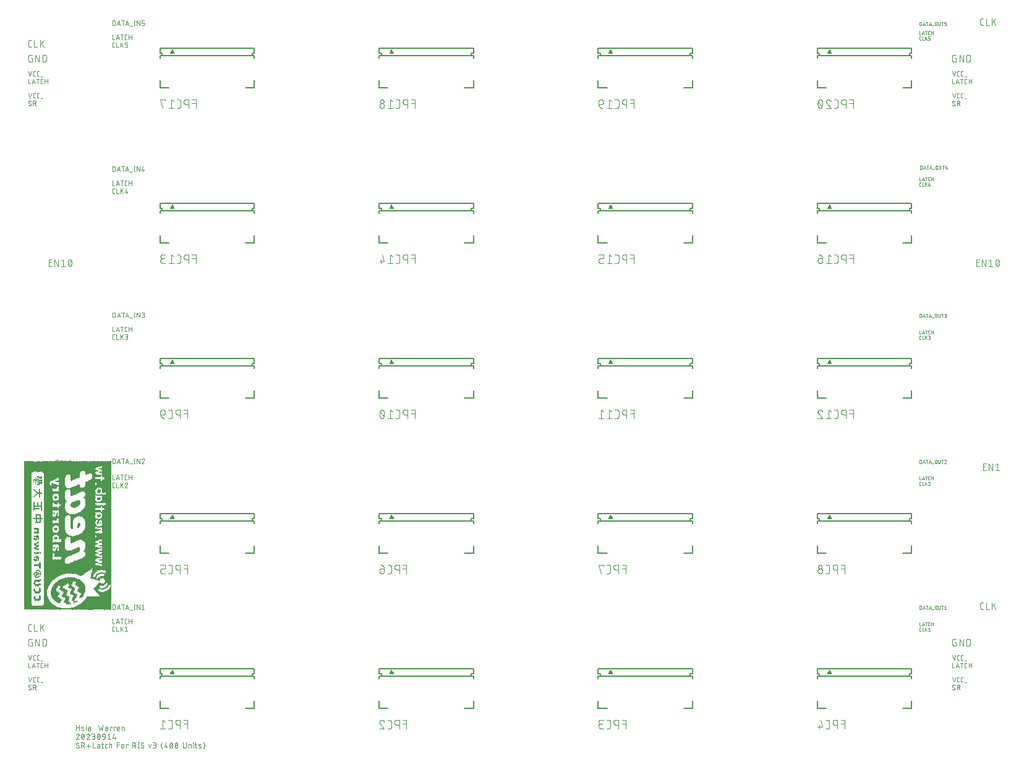
<source format=gbr>
G04 EAGLE Gerber RS-274X export*
G75*
%MOMM*%
%FSLAX34Y34*%
%LPD*%
%INSilkscreen Bottom*%
%IPPOS*%
%AMOC8*
5,1,8,0,0,1.08239X$1,22.5*%
G01*
%ADD10C,0.076200*%
%ADD11C,0.050800*%
%ADD12C,0.203200*%
%ADD13C,0.101600*%
%ADD14R,0.050800X20.320000*%
%ADD15R,0.050800X0.762000*%
%ADD16R,0.050800X1.727200*%
%ADD17R,0.050800X0.660400*%
%ADD18R,0.050800X1.574800*%
%ADD19R,0.050800X0.609600*%
%ADD20R,0.050800X1.524000*%
%ADD21R,0.050800X0.558800*%
%ADD22R,0.050800X1.473200*%
%ADD23R,0.050800X0.508000*%
%ADD24R,0.050800X0.101600*%
%ADD25R,0.050800X0.050800*%
%ADD26R,0.050800X0.304800*%
%ADD27R,0.050800X1.422400*%
%ADD28R,0.050800X0.203200*%
%ADD29R,0.050800X0.152400*%
%ADD30R,0.050800X1.219200*%
%ADD31R,0.050800X0.254000*%
%ADD32R,0.050800X0.355600*%
%ADD33R,0.050800X0.711200*%
%ADD34R,0.050800X1.066800*%
%ADD35R,0.050800X0.406400*%
%ADD36R,0.050800X1.117600*%
%ADD37R,0.050800X0.457200*%
%ADD38R,0.050800X1.168400*%
%ADD39R,0.050800X0.812800*%
%ADD40R,0.050800X1.625600*%
%ADD41R,0.050800X1.930400*%
%ADD42R,0.050800X17.627600*%
%ADD43R,0.050800X17.424400*%
%ADD44R,0.050800X17.272000*%
%ADD45R,0.050800X17.170400*%
%ADD46R,0.050800X1.371600*%
%ADD47R,0.050800X17.068800*%
%ADD48R,0.050800X1.270000*%
%ADD49R,0.050800X16.967200*%
%ADD50R,0.050800X13.665200*%
%ADD51R,0.050800X2.946400*%
%ADD52R,0.050800X13.462000*%
%ADD53R,0.050800X2.844800*%
%ADD54R,0.050800X13.411200*%
%ADD55R,0.050800X2.794000*%
%ADD56R,0.050800X1.016000*%
%ADD57R,0.050800X13.360400*%
%ADD58R,0.050800X2.743200*%
%ADD59R,0.050800X0.965200*%
%ADD60R,0.050800X13.258800*%
%ADD61R,0.050800X2.692400*%
%ADD62R,0.050800X0.914400*%
%ADD63R,0.050800X13.157200*%
%ADD64R,0.050800X0.863600*%
%ADD65R,0.050800X2.641600*%
%ADD66R,0.050800X4.165600*%
%ADD67R,0.050800X1.676400*%
%ADD68R,0.050800X1.778000*%
%ADD69R,0.050800X2.590800*%
%ADD70R,0.050800X1.879600*%
%ADD71R,0.050800X1.981200*%
%ADD72R,0.050800X2.540000*%
%ADD73R,0.050800X2.082800*%
%ADD74R,0.050800X2.184400*%
%ADD75R,0.050800X2.489200*%
%ADD76R,0.050800X2.336800*%
%ADD77R,0.050800X2.438400*%
%ADD78R,0.050800X2.387600*%
%ADD79R,0.050800X2.286000*%
%ADD80R,0.050800X2.235200*%
%ADD81R,0.050800X4.521200*%
%ADD82R,0.050800X5.892800*%
%ADD83R,0.050800X2.032000*%
%ADD84R,0.050800X4.622800*%
%ADD85R,0.050800X10.668000*%
%ADD86R,0.050800X2.133600*%
%ADD87R,0.050800X15.595600*%
%ADD88R,0.050800X15.544800*%
%ADD89R,0.050800X15.494000*%
%ADD90R,0.050800X1.320800*%
%ADD91R,0.050800X1.828800*%
%ADD92R,0.050800X12.395200*%
%ADD93R,0.050800X12.446000*%
%ADD94R,0.050800X12.344400*%
%ADD95R,0.050800X12.293600*%
%ADD96R,0.050800X12.242800*%
%ADD97R,0.050800X14.630400*%
%ADD98R,0.050800X16.103600*%
%ADD99R,0.050800X15.443200*%
%ADD100R,0.050800X15.392400*%
%ADD101R,0.050800X15.341600*%
%ADD102R,0.050800X15.240000*%
%ADD103R,0.050800X5.080000*%
%ADD104R,0.050800X8.280400*%
%ADD105R,0.050800X8.991600*%
%ADD106R,0.050800X4.318000*%
%ADD107R,0.050800X9.042400*%
%ADD108R,0.050800X9.144000*%
%ADD109R,0.050800X16.662400*%
%ADD110R,0.050800X16.713200*%
%ADD111R,0.050800X16.764000*%
%ADD112R,0.050800X17.221200*%
%ADD113R,0.050800X16.916400*%
%ADD114R,0.050800X2.895600*%
%ADD115R,0.050800X16.865600*%
%ADD116R,0.050800X2.997200*%
%ADD117R,0.050800X3.048000*%
%ADD118R,0.050800X3.149600*%

G36*
X54508Y970986D02*
X54508Y970986D01*
X54517Y970985D01*
X54649Y971006D01*
X54782Y971025D01*
X54789Y971028D01*
X54798Y971029D01*
X54919Y971086D01*
X55041Y971141D01*
X55047Y971146D01*
X55055Y971150D01*
X55156Y971238D01*
X55258Y971325D01*
X55263Y971332D01*
X55269Y971337D01*
X55341Y971450D01*
X55416Y971561D01*
X55418Y971569D01*
X55423Y971576D01*
X55461Y971705D01*
X55501Y971832D01*
X55502Y971841D01*
X55504Y971849D01*
X55505Y971983D01*
X55509Y972116D01*
X55506Y972125D01*
X55507Y972133D01*
X55491Y972184D01*
X55437Y972391D01*
X55417Y972424D01*
X55408Y972454D01*
X53408Y976454D01*
X53351Y976536D01*
X53302Y976623D01*
X53271Y976653D01*
X53247Y976688D01*
X53169Y976751D01*
X53098Y976821D01*
X53060Y976841D01*
X53027Y976868D01*
X52935Y976907D01*
X52847Y976954D01*
X52805Y976963D01*
X52765Y976980D01*
X52666Y976992D01*
X52569Y977013D01*
X52526Y977010D01*
X52483Y977015D01*
X52385Y977000D01*
X52285Y976992D01*
X52245Y976977D01*
X52202Y976971D01*
X52112Y976928D01*
X52019Y976894D01*
X51984Y976868D01*
X51945Y976850D01*
X51870Y976784D01*
X51790Y976725D01*
X51767Y976694D01*
X51731Y976663D01*
X51634Y976511D01*
X51592Y976454D01*
X49592Y972454D01*
X49589Y972446D01*
X49585Y972439D01*
X49544Y972311D01*
X49502Y972184D01*
X49501Y972176D01*
X49499Y972168D01*
X49495Y972033D01*
X49490Y971900D01*
X49492Y971892D01*
X49491Y971884D01*
X49525Y971754D01*
X49557Y971624D01*
X49561Y971617D01*
X49563Y971609D01*
X49631Y971494D01*
X49698Y971377D01*
X49704Y971372D01*
X49709Y971364D01*
X49806Y971272D01*
X49902Y971180D01*
X49910Y971176D01*
X49916Y971170D01*
X50035Y971109D01*
X50153Y971046D01*
X50161Y971044D01*
X50169Y971040D01*
X50221Y971032D01*
X50431Y970987D01*
X50469Y970990D01*
X50500Y970985D01*
X54500Y970985D01*
X54508Y970986D01*
G37*
G36*
X954508Y970986D02*
X954508Y970986D01*
X954517Y970985D01*
X954649Y971006D01*
X954782Y971025D01*
X954789Y971028D01*
X954798Y971029D01*
X954919Y971086D01*
X955041Y971141D01*
X955047Y971146D01*
X955055Y971150D01*
X955156Y971238D01*
X955258Y971325D01*
X955263Y971332D01*
X955269Y971337D01*
X955341Y971450D01*
X955416Y971561D01*
X955418Y971569D01*
X955423Y971576D01*
X955461Y971705D01*
X955501Y971832D01*
X955502Y971841D01*
X955504Y971849D01*
X955505Y971983D01*
X955509Y972116D01*
X955506Y972125D01*
X955507Y972133D01*
X955491Y972184D01*
X955437Y972391D01*
X955417Y972424D01*
X955408Y972454D01*
X953408Y976454D01*
X953351Y976536D01*
X953302Y976623D01*
X953271Y976653D01*
X953247Y976688D01*
X953169Y976751D01*
X953098Y976821D01*
X953060Y976841D01*
X953027Y976868D01*
X952935Y976907D01*
X952847Y976954D01*
X952805Y976963D01*
X952765Y976980D01*
X952666Y976992D01*
X952569Y977013D01*
X952526Y977010D01*
X952483Y977015D01*
X952385Y977000D01*
X952285Y976992D01*
X952245Y976977D01*
X952202Y976971D01*
X952112Y976928D01*
X952019Y976894D01*
X951984Y976868D01*
X951945Y976850D01*
X951870Y976784D01*
X951790Y976725D01*
X951767Y976694D01*
X951731Y976663D01*
X951634Y976511D01*
X951592Y976454D01*
X949592Y972454D01*
X949589Y972446D01*
X949585Y972439D01*
X949544Y972311D01*
X949502Y972184D01*
X949501Y972176D01*
X949499Y972168D01*
X949495Y972033D01*
X949490Y971900D01*
X949492Y971892D01*
X949491Y971884D01*
X949525Y971754D01*
X949557Y971624D01*
X949561Y971617D01*
X949563Y971609D01*
X949631Y971494D01*
X949698Y971377D01*
X949704Y971372D01*
X949709Y971364D01*
X949806Y971272D01*
X949902Y971180D01*
X949910Y971176D01*
X949916Y971170D01*
X950035Y971109D01*
X950153Y971046D01*
X950161Y971044D01*
X950169Y971040D01*
X950221Y971032D01*
X950431Y970987D01*
X950469Y970990D01*
X950500Y970985D01*
X954500Y970985D01*
X954508Y970986D01*
G37*
G36*
X354508Y970986D02*
X354508Y970986D01*
X354517Y970985D01*
X354649Y971006D01*
X354782Y971025D01*
X354789Y971028D01*
X354798Y971029D01*
X354919Y971086D01*
X355041Y971141D01*
X355047Y971146D01*
X355055Y971150D01*
X355156Y971238D01*
X355258Y971325D01*
X355263Y971332D01*
X355269Y971337D01*
X355341Y971450D01*
X355416Y971561D01*
X355418Y971569D01*
X355423Y971576D01*
X355461Y971705D01*
X355501Y971832D01*
X355502Y971841D01*
X355504Y971849D01*
X355505Y971983D01*
X355509Y972116D01*
X355506Y972125D01*
X355507Y972133D01*
X355491Y972184D01*
X355437Y972391D01*
X355417Y972424D01*
X355408Y972454D01*
X353408Y976454D01*
X353351Y976536D01*
X353302Y976623D01*
X353271Y976653D01*
X353247Y976688D01*
X353169Y976751D01*
X353098Y976821D01*
X353060Y976841D01*
X353027Y976868D01*
X352935Y976907D01*
X352847Y976954D01*
X352805Y976963D01*
X352765Y976980D01*
X352666Y976992D01*
X352569Y977013D01*
X352526Y977010D01*
X352483Y977015D01*
X352385Y977000D01*
X352285Y976992D01*
X352245Y976977D01*
X352202Y976971D01*
X352112Y976928D01*
X352019Y976894D01*
X351984Y976868D01*
X351945Y976850D01*
X351870Y976784D01*
X351790Y976725D01*
X351767Y976694D01*
X351731Y976663D01*
X351634Y976511D01*
X351592Y976454D01*
X349592Y972454D01*
X349589Y972446D01*
X349585Y972439D01*
X349544Y972311D01*
X349502Y972184D01*
X349501Y972176D01*
X349499Y972168D01*
X349495Y972033D01*
X349490Y971900D01*
X349492Y971892D01*
X349491Y971884D01*
X349525Y971754D01*
X349557Y971624D01*
X349561Y971617D01*
X349563Y971609D01*
X349631Y971494D01*
X349698Y971377D01*
X349704Y971372D01*
X349709Y971364D01*
X349806Y971272D01*
X349902Y971180D01*
X349910Y971176D01*
X349916Y971170D01*
X350035Y971109D01*
X350153Y971046D01*
X350161Y971044D01*
X350169Y971040D01*
X350221Y971032D01*
X350431Y970987D01*
X350469Y970990D01*
X350500Y970985D01*
X354500Y970985D01*
X354508Y970986D01*
G37*
G36*
X654508Y970986D02*
X654508Y970986D01*
X654517Y970985D01*
X654649Y971006D01*
X654782Y971025D01*
X654789Y971028D01*
X654798Y971029D01*
X654919Y971086D01*
X655041Y971141D01*
X655047Y971146D01*
X655055Y971150D01*
X655156Y971238D01*
X655258Y971325D01*
X655263Y971332D01*
X655269Y971337D01*
X655341Y971450D01*
X655416Y971561D01*
X655418Y971569D01*
X655423Y971576D01*
X655461Y971705D01*
X655501Y971832D01*
X655502Y971841D01*
X655504Y971849D01*
X655505Y971983D01*
X655509Y972116D01*
X655506Y972125D01*
X655507Y972133D01*
X655491Y972184D01*
X655437Y972391D01*
X655417Y972424D01*
X655408Y972454D01*
X653408Y976454D01*
X653351Y976536D01*
X653302Y976623D01*
X653271Y976653D01*
X653247Y976688D01*
X653169Y976751D01*
X653098Y976821D01*
X653060Y976841D01*
X653027Y976868D01*
X652935Y976907D01*
X652847Y976954D01*
X652805Y976963D01*
X652765Y976980D01*
X652666Y976992D01*
X652569Y977013D01*
X652526Y977010D01*
X652483Y977015D01*
X652385Y977000D01*
X652285Y976992D01*
X652245Y976977D01*
X652202Y976971D01*
X652112Y976928D01*
X652019Y976894D01*
X651984Y976868D01*
X651945Y976850D01*
X651870Y976784D01*
X651790Y976725D01*
X651767Y976694D01*
X651731Y976663D01*
X651634Y976511D01*
X651592Y976454D01*
X649592Y972454D01*
X649589Y972446D01*
X649585Y972439D01*
X649544Y972311D01*
X649502Y972184D01*
X649501Y972176D01*
X649499Y972168D01*
X649495Y972033D01*
X649490Y971900D01*
X649492Y971892D01*
X649491Y971884D01*
X649525Y971754D01*
X649557Y971624D01*
X649561Y971617D01*
X649563Y971609D01*
X649631Y971494D01*
X649698Y971377D01*
X649704Y971372D01*
X649709Y971364D01*
X649806Y971272D01*
X649902Y971180D01*
X649910Y971176D01*
X649916Y971170D01*
X650035Y971109D01*
X650153Y971046D01*
X650161Y971044D01*
X650169Y971040D01*
X650221Y971032D01*
X650431Y970987D01*
X650469Y970990D01*
X650500Y970985D01*
X654500Y970985D01*
X654508Y970986D01*
G37*
G36*
X954508Y758486D02*
X954508Y758486D01*
X954517Y758485D01*
X954649Y758506D01*
X954782Y758525D01*
X954789Y758528D01*
X954798Y758529D01*
X954919Y758586D01*
X955041Y758641D01*
X955047Y758646D01*
X955055Y758650D01*
X955156Y758738D01*
X955258Y758825D01*
X955263Y758832D01*
X955269Y758837D01*
X955341Y758950D01*
X955416Y759061D01*
X955418Y759069D01*
X955423Y759076D01*
X955461Y759205D01*
X955501Y759332D01*
X955502Y759341D01*
X955504Y759349D01*
X955505Y759483D01*
X955509Y759616D01*
X955506Y759625D01*
X955507Y759633D01*
X955491Y759684D01*
X955437Y759891D01*
X955417Y759924D01*
X955408Y759954D01*
X953408Y763954D01*
X953351Y764036D01*
X953302Y764123D01*
X953271Y764153D01*
X953247Y764188D01*
X953169Y764251D01*
X953098Y764321D01*
X953060Y764341D01*
X953027Y764368D01*
X952935Y764407D01*
X952847Y764454D01*
X952805Y764463D01*
X952765Y764480D01*
X952666Y764492D01*
X952569Y764513D01*
X952526Y764510D01*
X952483Y764515D01*
X952385Y764500D01*
X952285Y764492D01*
X952245Y764477D01*
X952202Y764471D01*
X952112Y764428D01*
X952019Y764394D01*
X951984Y764368D01*
X951945Y764350D01*
X951870Y764284D01*
X951790Y764225D01*
X951767Y764194D01*
X951731Y764163D01*
X951634Y764011D01*
X951592Y763954D01*
X949592Y759954D01*
X949589Y759946D01*
X949585Y759939D01*
X949544Y759811D01*
X949502Y759684D01*
X949501Y759676D01*
X949499Y759668D01*
X949495Y759533D01*
X949490Y759400D01*
X949492Y759392D01*
X949491Y759384D01*
X949525Y759254D01*
X949557Y759124D01*
X949561Y759117D01*
X949563Y759109D01*
X949631Y758994D01*
X949698Y758877D01*
X949704Y758872D01*
X949709Y758864D01*
X949806Y758772D01*
X949902Y758680D01*
X949910Y758676D01*
X949916Y758670D01*
X950035Y758609D01*
X950153Y758546D01*
X950161Y758544D01*
X950169Y758540D01*
X950221Y758532D01*
X950431Y758487D01*
X950469Y758490D01*
X950500Y758485D01*
X954500Y758485D01*
X954508Y758486D01*
G37*
G36*
X654508Y758486D02*
X654508Y758486D01*
X654517Y758485D01*
X654649Y758506D01*
X654782Y758525D01*
X654789Y758528D01*
X654798Y758529D01*
X654919Y758586D01*
X655041Y758641D01*
X655047Y758646D01*
X655055Y758650D01*
X655156Y758738D01*
X655258Y758825D01*
X655263Y758832D01*
X655269Y758837D01*
X655341Y758950D01*
X655416Y759061D01*
X655418Y759069D01*
X655423Y759076D01*
X655461Y759205D01*
X655501Y759332D01*
X655502Y759341D01*
X655504Y759349D01*
X655505Y759483D01*
X655509Y759616D01*
X655506Y759625D01*
X655507Y759633D01*
X655491Y759684D01*
X655437Y759891D01*
X655417Y759924D01*
X655408Y759954D01*
X653408Y763954D01*
X653351Y764036D01*
X653302Y764123D01*
X653271Y764153D01*
X653247Y764188D01*
X653169Y764251D01*
X653098Y764321D01*
X653060Y764341D01*
X653027Y764368D01*
X652935Y764407D01*
X652847Y764454D01*
X652805Y764463D01*
X652765Y764480D01*
X652666Y764492D01*
X652569Y764513D01*
X652526Y764510D01*
X652483Y764515D01*
X652385Y764500D01*
X652285Y764492D01*
X652245Y764477D01*
X652202Y764471D01*
X652112Y764428D01*
X652019Y764394D01*
X651984Y764368D01*
X651945Y764350D01*
X651870Y764284D01*
X651790Y764225D01*
X651767Y764194D01*
X651731Y764163D01*
X651634Y764011D01*
X651592Y763954D01*
X649592Y759954D01*
X649589Y759946D01*
X649585Y759939D01*
X649544Y759811D01*
X649502Y759684D01*
X649501Y759676D01*
X649499Y759668D01*
X649495Y759533D01*
X649490Y759400D01*
X649492Y759392D01*
X649491Y759384D01*
X649525Y759254D01*
X649557Y759124D01*
X649561Y759117D01*
X649563Y759109D01*
X649631Y758994D01*
X649698Y758877D01*
X649704Y758872D01*
X649709Y758864D01*
X649806Y758772D01*
X649902Y758680D01*
X649910Y758676D01*
X649916Y758670D01*
X650035Y758609D01*
X650153Y758546D01*
X650161Y758544D01*
X650169Y758540D01*
X650221Y758532D01*
X650431Y758487D01*
X650469Y758490D01*
X650500Y758485D01*
X654500Y758485D01*
X654508Y758486D01*
G37*
G36*
X354508Y758486D02*
X354508Y758486D01*
X354517Y758485D01*
X354649Y758506D01*
X354782Y758525D01*
X354789Y758528D01*
X354798Y758529D01*
X354919Y758586D01*
X355041Y758641D01*
X355047Y758646D01*
X355055Y758650D01*
X355156Y758738D01*
X355258Y758825D01*
X355263Y758832D01*
X355269Y758837D01*
X355341Y758950D01*
X355416Y759061D01*
X355418Y759069D01*
X355423Y759076D01*
X355461Y759205D01*
X355501Y759332D01*
X355502Y759341D01*
X355504Y759349D01*
X355505Y759483D01*
X355509Y759616D01*
X355506Y759625D01*
X355507Y759633D01*
X355491Y759684D01*
X355437Y759891D01*
X355417Y759924D01*
X355408Y759954D01*
X353408Y763954D01*
X353351Y764036D01*
X353302Y764123D01*
X353271Y764153D01*
X353247Y764188D01*
X353169Y764251D01*
X353098Y764321D01*
X353060Y764341D01*
X353027Y764368D01*
X352935Y764407D01*
X352847Y764454D01*
X352805Y764463D01*
X352765Y764480D01*
X352666Y764492D01*
X352569Y764513D01*
X352526Y764510D01*
X352483Y764515D01*
X352385Y764500D01*
X352285Y764492D01*
X352245Y764477D01*
X352202Y764471D01*
X352112Y764428D01*
X352019Y764394D01*
X351984Y764368D01*
X351945Y764350D01*
X351870Y764284D01*
X351790Y764225D01*
X351767Y764194D01*
X351731Y764163D01*
X351634Y764011D01*
X351592Y763954D01*
X349592Y759954D01*
X349589Y759946D01*
X349585Y759939D01*
X349544Y759811D01*
X349502Y759684D01*
X349501Y759676D01*
X349499Y759668D01*
X349495Y759533D01*
X349490Y759400D01*
X349492Y759392D01*
X349491Y759384D01*
X349525Y759254D01*
X349557Y759124D01*
X349561Y759117D01*
X349563Y759109D01*
X349631Y758994D01*
X349698Y758877D01*
X349704Y758872D01*
X349709Y758864D01*
X349806Y758772D01*
X349902Y758680D01*
X349910Y758676D01*
X349916Y758670D01*
X350035Y758609D01*
X350153Y758546D01*
X350161Y758544D01*
X350169Y758540D01*
X350221Y758532D01*
X350431Y758487D01*
X350469Y758490D01*
X350500Y758485D01*
X354500Y758485D01*
X354508Y758486D01*
G37*
G36*
X54508Y758486D02*
X54508Y758486D01*
X54517Y758485D01*
X54649Y758506D01*
X54782Y758525D01*
X54789Y758528D01*
X54798Y758529D01*
X54919Y758586D01*
X55041Y758641D01*
X55047Y758646D01*
X55055Y758650D01*
X55156Y758738D01*
X55258Y758825D01*
X55263Y758832D01*
X55269Y758837D01*
X55341Y758950D01*
X55416Y759061D01*
X55418Y759069D01*
X55423Y759076D01*
X55461Y759205D01*
X55501Y759332D01*
X55502Y759341D01*
X55504Y759349D01*
X55505Y759483D01*
X55509Y759616D01*
X55506Y759625D01*
X55507Y759633D01*
X55491Y759684D01*
X55437Y759891D01*
X55417Y759924D01*
X55408Y759954D01*
X53408Y763954D01*
X53351Y764036D01*
X53302Y764123D01*
X53271Y764153D01*
X53247Y764188D01*
X53169Y764251D01*
X53098Y764321D01*
X53060Y764341D01*
X53027Y764368D01*
X52935Y764407D01*
X52847Y764454D01*
X52805Y764463D01*
X52765Y764480D01*
X52666Y764492D01*
X52569Y764513D01*
X52526Y764510D01*
X52483Y764515D01*
X52385Y764500D01*
X52285Y764492D01*
X52245Y764477D01*
X52202Y764471D01*
X52112Y764428D01*
X52019Y764394D01*
X51984Y764368D01*
X51945Y764350D01*
X51870Y764284D01*
X51790Y764225D01*
X51767Y764194D01*
X51731Y764163D01*
X51634Y764011D01*
X51592Y763954D01*
X49592Y759954D01*
X49589Y759946D01*
X49585Y759939D01*
X49544Y759811D01*
X49502Y759684D01*
X49501Y759676D01*
X49499Y759668D01*
X49495Y759533D01*
X49490Y759400D01*
X49492Y759392D01*
X49491Y759384D01*
X49525Y759254D01*
X49557Y759124D01*
X49561Y759117D01*
X49563Y759109D01*
X49631Y758994D01*
X49698Y758877D01*
X49704Y758872D01*
X49709Y758864D01*
X49806Y758772D01*
X49902Y758680D01*
X49910Y758676D01*
X49916Y758670D01*
X50035Y758609D01*
X50153Y758546D01*
X50161Y758544D01*
X50169Y758540D01*
X50221Y758532D01*
X50431Y758487D01*
X50469Y758490D01*
X50500Y758485D01*
X54500Y758485D01*
X54508Y758486D01*
G37*
G36*
X354508Y545986D02*
X354508Y545986D01*
X354517Y545985D01*
X354649Y546006D01*
X354782Y546025D01*
X354789Y546028D01*
X354798Y546029D01*
X354919Y546086D01*
X355041Y546141D01*
X355047Y546146D01*
X355055Y546150D01*
X355156Y546238D01*
X355258Y546325D01*
X355263Y546332D01*
X355269Y546337D01*
X355341Y546450D01*
X355416Y546561D01*
X355418Y546569D01*
X355423Y546576D01*
X355461Y546705D01*
X355501Y546832D01*
X355502Y546841D01*
X355504Y546849D01*
X355505Y546983D01*
X355509Y547116D01*
X355506Y547125D01*
X355507Y547133D01*
X355491Y547184D01*
X355437Y547391D01*
X355417Y547424D01*
X355408Y547454D01*
X353408Y551454D01*
X353351Y551536D01*
X353302Y551623D01*
X353271Y551653D01*
X353247Y551688D01*
X353169Y551751D01*
X353098Y551821D01*
X353060Y551841D01*
X353027Y551868D01*
X352935Y551907D01*
X352847Y551954D01*
X352805Y551963D01*
X352765Y551980D01*
X352666Y551992D01*
X352569Y552013D01*
X352526Y552010D01*
X352483Y552015D01*
X352385Y552000D01*
X352285Y551992D01*
X352245Y551977D01*
X352202Y551971D01*
X352112Y551928D01*
X352019Y551894D01*
X351984Y551868D01*
X351945Y551850D01*
X351870Y551784D01*
X351790Y551725D01*
X351767Y551694D01*
X351731Y551663D01*
X351634Y551511D01*
X351592Y551454D01*
X349592Y547454D01*
X349589Y547446D01*
X349585Y547439D01*
X349544Y547311D01*
X349502Y547184D01*
X349501Y547176D01*
X349499Y547168D01*
X349495Y547033D01*
X349490Y546900D01*
X349492Y546892D01*
X349491Y546884D01*
X349525Y546754D01*
X349557Y546624D01*
X349561Y546617D01*
X349563Y546609D01*
X349631Y546494D01*
X349698Y546377D01*
X349704Y546372D01*
X349709Y546364D01*
X349806Y546272D01*
X349902Y546180D01*
X349910Y546176D01*
X349916Y546170D01*
X350035Y546109D01*
X350153Y546046D01*
X350161Y546044D01*
X350169Y546040D01*
X350221Y546032D01*
X350431Y545987D01*
X350469Y545990D01*
X350500Y545985D01*
X354500Y545985D01*
X354508Y545986D01*
G37*
G36*
X654508Y545986D02*
X654508Y545986D01*
X654517Y545985D01*
X654649Y546006D01*
X654782Y546025D01*
X654789Y546028D01*
X654798Y546029D01*
X654919Y546086D01*
X655041Y546141D01*
X655047Y546146D01*
X655055Y546150D01*
X655156Y546238D01*
X655258Y546325D01*
X655263Y546332D01*
X655269Y546337D01*
X655341Y546450D01*
X655416Y546561D01*
X655418Y546569D01*
X655423Y546576D01*
X655461Y546705D01*
X655501Y546832D01*
X655502Y546841D01*
X655504Y546849D01*
X655505Y546983D01*
X655509Y547116D01*
X655506Y547125D01*
X655507Y547133D01*
X655491Y547184D01*
X655437Y547391D01*
X655417Y547424D01*
X655408Y547454D01*
X653408Y551454D01*
X653351Y551536D01*
X653302Y551623D01*
X653271Y551653D01*
X653247Y551688D01*
X653169Y551751D01*
X653098Y551821D01*
X653060Y551841D01*
X653027Y551868D01*
X652935Y551907D01*
X652847Y551954D01*
X652805Y551963D01*
X652765Y551980D01*
X652666Y551992D01*
X652569Y552013D01*
X652526Y552010D01*
X652483Y552015D01*
X652385Y552000D01*
X652285Y551992D01*
X652245Y551977D01*
X652202Y551971D01*
X652112Y551928D01*
X652019Y551894D01*
X651984Y551868D01*
X651945Y551850D01*
X651870Y551784D01*
X651790Y551725D01*
X651767Y551694D01*
X651731Y551663D01*
X651634Y551511D01*
X651592Y551454D01*
X649592Y547454D01*
X649589Y547446D01*
X649585Y547439D01*
X649544Y547311D01*
X649502Y547184D01*
X649501Y547176D01*
X649499Y547168D01*
X649495Y547033D01*
X649490Y546900D01*
X649492Y546892D01*
X649491Y546884D01*
X649525Y546754D01*
X649557Y546624D01*
X649561Y546617D01*
X649563Y546609D01*
X649631Y546494D01*
X649698Y546377D01*
X649704Y546372D01*
X649709Y546364D01*
X649806Y546272D01*
X649902Y546180D01*
X649910Y546176D01*
X649916Y546170D01*
X650035Y546109D01*
X650153Y546046D01*
X650161Y546044D01*
X650169Y546040D01*
X650221Y546032D01*
X650431Y545987D01*
X650469Y545990D01*
X650500Y545985D01*
X654500Y545985D01*
X654508Y545986D01*
G37*
G36*
X54508Y545986D02*
X54508Y545986D01*
X54517Y545985D01*
X54649Y546006D01*
X54782Y546025D01*
X54789Y546028D01*
X54798Y546029D01*
X54919Y546086D01*
X55041Y546141D01*
X55047Y546146D01*
X55055Y546150D01*
X55156Y546238D01*
X55258Y546325D01*
X55263Y546332D01*
X55269Y546337D01*
X55341Y546450D01*
X55416Y546561D01*
X55418Y546569D01*
X55423Y546576D01*
X55461Y546705D01*
X55501Y546832D01*
X55502Y546841D01*
X55504Y546849D01*
X55505Y546983D01*
X55509Y547116D01*
X55506Y547125D01*
X55507Y547133D01*
X55491Y547184D01*
X55437Y547391D01*
X55417Y547424D01*
X55408Y547454D01*
X53408Y551454D01*
X53351Y551536D01*
X53302Y551623D01*
X53271Y551653D01*
X53247Y551688D01*
X53169Y551751D01*
X53098Y551821D01*
X53060Y551841D01*
X53027Y551868D01*
X52935Y551907D01*
X52847Y551954D01*
X52805Y551963D01*
X52765Y551980D01*
X52666Y551992D01*
X52569Y552013D01*
X52526Y552010D01*
X52483Y552015D01*
X52385Y552000D01*
X52285Y551992D01*
X52245Y551977D01*
X52202Y551971D01*
X52112Y551928D01*
X52019Y551894D01*
X51984Y551868D01*
X51945Y551850D01*
X51870Y551784D01*
X51790Y551725D01*
X51767Y551694D01*
X51731Y551663D01*
X51634Y551511D01*
X51592Y551454D01*
X49592Y547454D01*
X49589Y547446D01*
X49585Y547439D01*
X49544Y547311D01*
X49502Y547184D01*
X49501Y547176D01*
X49499Y547168D01*
X49495Y547033D01*
X49490Y546900D01*
X49492Y546892D01*
X49491Y546884D01*
X49525Y546754D01*
X49557Y546624D01*
X49561Y546617D01*
X49563Y546609D01*
X49631Y546494D01*
X49698Y546377D01*
X49704Y546372D01*
X49709Y546364D01*
X49806Y546272D01*
X49902Y546180D01*
X49910Y546176D01*
X49916Y546170D01*
X50035Y546109D01*
X50153Y546046D01*
X50161Y546044D01*
X50169Y546040D01*
X50221Y546032D01*
X50431Y545987D01*
X50469Y545990D01*
X50500Y545985D01*
X54500Y545985D01*
X54508Y545986D01*
G37*
G36*
X954508Y545986D02*
X954508Y545986D01*
X954517Y545985D01*
X954649Y546006D01*
X954782Y546025D01*
X954789Y546028D01*
X954798Y546029D01*
X954919Y546086D01*
X955041Y546141D01*
X955047Y546146D01*
X955055Y546150D01*
X955156Y546238D01*
X955258Y546325D01*
X955263Y546332D01*
X955269Y546337D01*
X955341Y546450D01*
X955416Y546561D01*
X955418Y546569D01*
X955423Y546576D01*
X955461Y546705D01*
X955501Y546832D01*
X955502Y546841D01*
X955504Y546849D01*
X955505Y546983D01*
X955509Y547116D01*
X955506Y547125D01*
X955507Y547133D01*
X955491Y547184D01*
X955437Y547391D01*
X955417Y547424D01*
X955408Y547454D01*
X953408Y551454D01*
X953351Y551536D01*
X953302Y551623D01*
X953271Y551653D01*
X953247Y551688D01*
X953169Y551751D01*
X953098Y551821D01*
X953060Y551841D01*
X953027Y551868D01*
X952935Y551907D01*
X952847Y551954D01*
X952805Y551963D01*
X952765Y551980D01*
X952666Y551992D01*
X952569Y552013D01*
X952526Y552010D01*
X952483Y552015D01*
X952385Y552000D01*
X952285Y551992D01*
X952245Y551977D01*
X952202Y551971D01*
X952112Y551928D01*
X952019Y551894D01*
X951984Y551868D01*
X951945Y551850D01*
X951870Y551784D01*
X951790Y551725D01*
X951767Y551694D01*
X951731Y551663D01*
X951634Y551511D01*
X951592Y551454D01*
X949592Y547454D01*
X949589Y547446D01*
X949585Y547439D01*
X949544Y547311D01*
X949502Y547184D01*
X949501Y547176D01*
X949499Y547168D01*
X949495Y547033D01*
X949490Y546900D01*
X949492Y546892D01*
X949491Y546884D01*
X949525Y546754D01*
X949557Y546624D01*
X949561Y546617D01*
X949563Y546609D01*
X949631Y546494D01*
X949698Y546377D01*
X949704Y546372D01*
X949709Y546364D01*
X949806Y546272D01*
X949902Y546180D01*
X949910Y546176D01*
X949916Y546170D01*
X950035Y546109D01*
X950153Y546046D01*
X950161Y546044D01*
X950169Y546040D01*
X950221Y546032D01*
X950431Y545987D01*
X950469Y545990D01*
X950500Y545985D01*
X954500Y545985D01*
X954508Y545986D01*
G37*
G36*
X654508Y333486D02*
X654508Y333486D01*
X654517Y333485D01*
X654649Y333506D01*
X654782Y333525D01*
X654789Y333528D01*
X654798Y333529D01*
X654919Y333586D01*
X655041Y333641D01*
X655047Y333646D01*
X655055Y333650D01*
X655156Y333738D01*
X655258Y333825D01*
X655263Y333832D01*
X655269Y333837D01*
X655341Y333950D01*
X655416Y334061D01*
X655418Y334069D01*
X655423Y334076D01*
X655461Y334205D01*
X655501Y334332D01*
X655502Y334341D01*
X655504Y334349D01*
X655505Y334483D01*
X655509Y334616D01*
X655506Y334625D01*
X655507Y334633D01*
X655491Y334684D01*
X655437Y334891D01*
X655417Y334924D01*
X655408Y334954D01*
X653408Y338954D01*
X653351Y339036D01*
X653302Y339123D01*
X653271Y339153D01*
X653247Y339188D01*
X653169Y339251D01*
X653098Y339321D01*
X653060Y339341D01*
X653027Y339368D01*
X652935Y339407D01*
X652847Y339454D01*
X652805Y339463D01*
X652765Y339480D01*
X652666Y339492D01*
X652569Y339513D01*
X652526Y339510D01*
X652483Y339515D01*
X652385Y339500D01*
X652285Y339492D01*
X652245Y339477D01*
X652202Y339471D01*
X652112Y339428D01*
X652019Y339394D01*
X651984Y339368D01*
X651945Y339350D01*
X651870Y339284D01*
X651790Y339225D01*
X651767Y339194D01*
X651731Y339163D01*
X651634Y339011D01*
X651592Y338954D01*
X649592Y334954D01*
X649589Y334946D01*
X649585Y334939D01*
X649544Y334811D01*
X649502Y334684D01*
X649501Y334676D01*
X649499Y334668D01*
X649495Y334533D01*
X649490Y334400D01*
X649492Y334392D01*
X649491Y334384D01*
X649525Y334254D01*
X649557Y334124D01*
X649561Y334117D01*
X649563Y334109D01*
X649631Y333994D01*
X649698Y333877D01*
X649704Y333872D01*
X649709Y333864D01*
X649806Y333772D01*
X649902Y333680D01*
X649910Y333676D01*
X649916Y333670D01*
X650035Y333609D01*
X650153Y333546D01*
X650161Y333544D01*
X650169Y333540D01*
X650221Y333532D01*
X650431Y333487D01*
X650469Y333490D01*
X650500Y333485D01*
X654500Y333485D01*
X654508Y333486D01*
G37*
G36*
X354508Y333486D02*
X354508Y333486D01*
X354517Y333485D01*
X354649Y333506D01*
X354782Y333525D01*
X354789Y333528D01*
X354798Y333529D01*
X354919Y333586D01*
X355041Y333641D01*
X355047Y333646D01*
X355055Y333650D01*
X355156Y333738D01*
X355258Y333825D01*
X355263Y333832D01*
X355269Y333837D01*
X355341Y333950D01*
X355416Y334061D01*
X355418Y334069D01*
X355423Y334076D01*
X355461Y334205D01*
X355501Y334332D01*
X355502Y334341D01*
X355504Y334349D01*
X355505Y334483D01*
X355509Y334616D01*
X355506Y334625D01*
X355507Y334633D01*
X355491Y334684D01*
X355437Y334891D01*
X355417Y334924D01*
X355408Y334954D01*
X353408Y338954D01*
X353351Y339036D01*
X353302Y339123D01*
X353271Y339153D01*
X353247Y339188D01*
X353169Y339251D01*
X353098Y339321D01*
X353060Y339341D01*
X353027Y339368D01*
X352935Y339407D01*
X352847Y339454D01*
X352805Y339463D01*
X352765Y339480D01*
X352666Y339492D01*
X352569Y339513D01*
X352526Y339510D01*
X352483Y339515D01*
X352385Y339500D01*
X352285Y339492D01*
X352245Y339477D01*
X352202Y339471D01*
X352112Y339428D01*
X352019Y339394D01*
X351984Y339368D01*
X351945Y339350D01*
X351870Y339284D01*
X351790Y339225D01*
X351767Y339194D01*
X351731Y339163D01*
X351634Y339011D01*
X351592Y338954D01*
X349592Y334954D01*
X349589Y334946D01*
X349585Y334939D01*
X349544Y334811D01*
X349502Y334684D01*
X349501Y334676D01*
X349499Y334668D01*
X349495Y334533D01*
X349490Y334400D01*
X349492Y334392D01*
X349491Y334384D01*
X349525Y334254D01*
X349557Y334124D01*
X349561Y334117D01*
X349563Y334109D01*
X349631Y333994D01*
X349698Y333877D01*
X349704Y333872D01*
X349709Y333864D01*
X349806Y333772D01*
X349902Y333680D01*
X349910Y333676D01*
X349916Y333670D01*
X350035Y333609D01*
X350153Y333546D01*
X350161Y333544D01*
X350169Y333540D01*
X350221Y333532D01*
X350431Y333487D01*
X350469Y333490D01*
X350500Y333485D01*
X354500Y333485D01*
X354508Y333486D01*
G37*
G36*
X954508Y333486D02*
X954508Y333486D01*
X954517Y333485D01*
X954649Y333506D01*
X954782Y333525D01*
X954789Y333528D01*
X954798Y333529D01*
X954919Y333586D01*
X955041Y333641D01*
X955047Y333646D01*
X955055Y333650D01*
X955156Y333738D01*
X955258Y333825D01*
X955263Y333832D01*
X955269Y333837D01*
X955341Y333950D01*
X955416Y334061D01*
X955418Y334069D01*
X955423Y334076D01*
X955461Y334205D01*
X955501Y334332D01*
X955502Y334341D01*
X955504Y334349D01*
X955505Y334483D01*
X955509Y334616D01*
X955506Y334625D01*
X955507Y334633D01*
X955491Y334684D01*
X955437Y334891D01*
X955417Y334924D01*
X955408Y334954D01*
X953408Y338954D01*
X953351Y339036D01*
X953302Y339123D01*
X953271Y339153D01*
X953247Y339188D01*
X953169Y339251D01*
X953098Y339321D01*
X953060Y339341D01*
X953027Y339368D01*
X952935Y339407D01*
X952847Y339454D01*
X952805Y339463D01*
X952765Y339480D01*
X952666Y339492D01*
X952569Y339513D01*
X952526Y339510D01*
X952483Y339515D01*
X952385Y339500D01*
X952285Y339492D01*
X952245Y339477D01*
X952202Y339471D01*
X952112Y339428D01*
X952019Y339394D01*
X951984Y339368D01*
X951945Y339350D01*
X951870Y339284D01*
X951790Y339225D01*
X951767Y339194D01*
X951731Y339163D01*
X951634Y339011D01*
X951592Y338954D01*
X949592Y334954D01*
X949589Y334946D01*
X949585Y334939D01*
X949544Y334811D01*
X949502Y334684D01*
X949501Y334676D01*
X949499Y334668D01*
X949495Y334533D01*
X949490Y334400D01*
X949492Y334392D01*
X949491Y334384D01*
X949525Y334254D01*
X949557Y334124D01*
X949561Y334117D01*
X949563Y334109D01*
X949631Y333994D01*
X949698Y333877D01*
X949704Y333872D01*
X949709Y333864D01*
X949806Y333772D01*
X949902Y333680D01*
X949910Y333676D01*
X949916Y333670D01*
X950035Y333609D01*
X950153Y333546D01*
X950161Y333544D01*
X950169Y333540D01*
X950221Y333532D01*
X950431Y333487D01*
X950469Y333490D01*
X950500Y333485D01*
X954500Y333485D01*
X954508Y333486D01*
G37*
G36*
X54508Y333486D02*
X54508Y333486D01*
X54517Y333485D01*
X54649Y333506D01*
X54782Y333525D01*
X54789Y333528D01*
X54798Y333529D01*
X54919Y333586D01*
X55041Y333641D01*
X55047Y333646D01*
X55055Y333650D01*
X55156Y333738D01*
X55258Y333825D01*
X55263Y333832D01*
X55269Y333837D01*
X55341Y333950D01*
X55416Y334061D01*
X55418Y334069D01*
X55423Y334076D01*
X55461Y334205D01*
X55501Y334332D01*
X55502Y334341D01*
X55504Y334349D01*
X55505Y334483D01*
X55509Y334616D01*
X55506Y334625D01*
X55507Y334633D01*
X55491Y334684D01*
X55437Y334891D01*
X55417Y334924D01*
X55408Y334954D01*
X53408Y338954D01*
X53351Y339036D01*
X53302Y339123D01*
X53271Y339153D01*
X53247Y339188D01*
X53169Y339251D01*
X53098Y339321D01*
X53060Y339341D01*
X53027Y339368D01*
X52935Y339407D01*
X52847Y339454D01*
X52805Y339463D01*
X52765Y339480D01*
X52666Y339492D01*
X52569Y339513D01*
X52526Y339510D01*
X52483Y339515D01*
X52385Y339500D01*
X52285Y339492D01*
X52245Y339477D01*
X52202Y339471D01*
X52112Y339428D01*
X52019Y339394D01*
X51984Y339368D01*
X51945Y339350D01*
X51870Y339284D01*
X51790Y339225D01*
X51767Y339194D01*
X51731Y339163D01*
X51634Y339011D01*
X51592Y338954D01*
X49592Y334954D01*
X49589Y334946D01*
X49585Y334939D01*
X49544Y334811D01*
X49502Y334684D01*
X49501Y334676D01*
X49499Y334668D01*
X49495Y334533D01*
X49490Y334400D01*
X49492Y334392D01*
X49491Y334384D01*
X49525Y334254D01*
X49557Y334124D01*
X49561Y334117D01*
X49563Y334109D01*
X49631Y333994D01*
X49698Y333877D01*
X49704Y333872D01*
X49709Y333864D01*
X49806Y333772D01*
X49902Y333680D01*
X49910Y333676D01*
X49916Y333670D01*
X50035Y333609D01*
X50153Y333546D01*
X50161Y333544D01*
X50169Y333540D01*
X50221Y333532D01*
X50431Y333487D01*
X50469Y333490D01*
X50500Y333485D01*
X54500Y333485D01*
X54508Y333486D01*
G37*
G36*
X354508Y120986D02*
X354508Y120986D01*
X354517Y120985D01*
X354649Y121006D01*
X354782Y121025D01*
X354789Y121028D01*
X354798Y121029D01*
X354919Y121086D01*
X355041Y121141D01*
X355047Y121146D01*
X355055Y121150D01*
X355156Y121238D01*
X355258Y121325D01*
X355263Y121332D01*
X355269Y121337D01*
X355341Y121450D01*
X355416Y121561D01*
X355418Y121569D01*
X355423Y121576D01*
X355461Y121705D01*
X355501Y121832D01*
X355502Y121841D01*
X355504Y121849D01*
X355505Y121983D01*
X355509Y122116D01*
X355506Y122125D01*
X355507Y122133D01*
X355491Y122184D01*
X355437Y122391D01*
X355417Y122424D01*
X355408Y122454D01*
X353408Y126454D01*
X353351Y126536D01*
X353302Y126623D01*
X353271Y126653D01*
X353247Y126688D01*
X353169Y126751D01*
X353098Y126821D01*
X353060Y126841D01*
X353027Y126868D01*
X352935Y126907D01*
X352847Y126954D01*
X352805Y126963D01*
X352765Y126980D01*
X352666Y126992D01*
X352569Y127013D01*
X352526Y127010D01*
X352483Y127015D01*
X352385Y127000D01*
X352285Y126992D01*
X352245Y126977D01*
X352202Y126971D01*
X352112Y126928D01*
X352019Y126894D01*
X351984Y126868D01*
X351945Y126850D01*
X351870Y126784D01*
X351790Y126725D01*
X351767Y126694D01*
X351731Y126663D01*
X351634Y126511D01*
X351592Y126454D01*
X349592Y122454D01*
X349589Y122446D01*
X349585Y122439D01*
X349544Y122311D01*
X349502Y122184D01*
X349501Y122176D01*
X349499Y122168D01*
X349495Y122033D01*
X349490Y121900D01*
X349492Y121892D01*
X349491Y121884D01*
X349525Y121754D01*
X349557Y121624D01*
X349561Y121617D01*
X349563Y121609D01*
X349631Y121494D01*
X349698Y121377D01*
X349704Y121372D01*
X349709Y121364D01*
X349806Y121272D01*
X349902Y121180D01*
X349910Y121176D01*
X349916Y121170D01*
X350035Y121109D01*
X350153Y121046D01*
X350161Y121044D01*
X350169Y121040D01*
X350221Y121032D01*
X350431Y120987D01*
X350469Y120990D01*
X350500Y120985D01*
X354500Y120985D01*
X354508Y120986D01*
G37*
G36*
X654508Y120986D02*
X654508Y120986D01*
X654517Y120985D01*
X654649Y121006D01*
X654782Y121025D01*
X654789Y121028D01*
X654798Y121029D01*
X654919Y121086D01*
X655041Y121141D01*
X655047Y121146D01*
X655055Y121150D01*
X655156Y121238D01*
X655258Y121325D01*
X655263Y121332D01*
X655269Y121337D01*
X655341Y121450D01*
X655416Y121561D01*
X655418Y121569D01*
X655423Y121576D01*
X655461Y121705D01*
X655501Y121832D01*
X655502Y121841D01*
X655504Y121849D01*
X655505Y121983D01*
X655509Y122116D01*
X655506Y122125D01*
X655507Y122133D01*
X655491Y122184D01*
X655437Y122391D01*
X655417Y122424D01*
X655408Y122454D01*
X653408Y126454D01*
X653351Y126536D01*
X653302Y126623D01*
X653271Y126653D01*
X653247Y126688D01*
X653169Y126751D01*
X653098Y126821D01*
X653060Y126841D01*
X653027Y126868D01*
X652935Y126907D01*
X652847Y126954D01*
X652805Y126963D01*
X652765Y126980D01*
X652666Y126992D01*
X652569Y127013D01*
X652526Y127010D01*
X652483Y127015D01*
X652385Y127000D01*
X652285Y126992D01*
X652245Y126977D01*
X652202Y126971D01*
X652112Y126928D01*
X652019Y126894D01*
X651984Y126868D01*
X651945Y126850D01*
X651870Y126784D01*
X651790Y126725D01*
X651767Y126694D01*
X651731Y126663D01*
X651634Y126511D01*
X651592Y126454D01*
X649592Y122454D01*
X649589Y122446D01*
X649585Y122439D01*
X649544Y122311D01*
X649502Y122184D01*
X649501Y122176D01*
X649499Y122168D01*
X649495Y122033D01*
X649490Y121900D01*
X649492Y121892D01*
X649491Y121884D01*
X649525Y121754D01*
X649557Y121624D01*
X649561Y121617D01*
X649563Y121609D01*
X649631Y121494D01*
X649698Y121377D01*
X649704Y121372D01*
X649709Y121364D01*
X649806Y121272D01*
X649902Y121180D01*
X649910Y121176D01*
X649916Y121170D01*
X650035Y121109D01*
X650153Y121046D01*
X650161Y121044D01*
X650169Y121040D01*
X650221Y121032D01*
X650431Y120987D01*
X650469Y120990D01*
X650500Y120985D01*
X654500Y120985D01*
X654508Y120986D01*
G37*
G36*
X954508Y120986D02*
X954508Y120986D01*
X954517Y120985D01*
X954649Y121006D01*
X954782Y121025D01*
X954789Y121028D01*
X954798Y121029D01*
X954919Y121086D01*
X955041Y121141D01*
X955047Y121146D01*
X955055Y121150D01*
X955156Y121238D01*
X955258Y121325D01*
X955263Y121332D01*
X955269Y121337D01*
X955341Y121450D01*
X955416Y121561D01*
X955418Y121569D01*
X955423Y121576D01*
X955461Y121705D01*
X955501Y121832D01*
X955502Y121841D01*
X955504Y121849D01*
X955505Y121983D01*
X955509Y122116D01*
X955506Y122125D01*
X955507Y122133D01*
X955491Y122184D01*
X955437Y122391D01*
X955417Y122424D01*
X955408Y122454D01*
X953408Y126454D01*
X953351Y126536D01*
X953302Y126623D01*
X953271Y126653D01*
X953247Y126688D01*
X953169Y126751D01*
X953098Y126821D01*
X953060Y126841D01*
X953027Y126868D01*
X952935Y126907D01*
X952847Y126954D01*
X952805Y126963D01*
X952765Y126980D01*
X952666Y126992D01*
X952569Y127013D01*
X952526Y127010D01*
X952483Y127015D01*
X952385Y127000D01*
X952285Y126992D01*
X952245Y126977D01*
X952202Y126971D01*
X952112Y126928D01*
X952019Y126894D01*
X951984Y126868D01*
X951945Y126850D01*
X951870Y126784D01*
X951790Y126725D01*
X951767Y126694D01*
X951731Y126663D01*
X951634Y126511D01*
X951592Y126454D01*
X949592Y122454D01*
X949589Y122446D01*
X949585Y122439D01*
X949544Y122311D01*
X949502Y122184D01*
X949501Y122176D01*
X949499Y122168D01*
X949495Y122033D01*
X949490Y121900D01*
X949492Y121892D01*
X949491Y121884D01*
X949525Y121754D01*
X949557Y121624D01*
X949561Y121617D01*
X949563Y121609D01*
X949631Y121494D01*
X949698Y121377D01*
X949704Y121372D01*
X949709Y121364D01*
X949806Y121272D01*
X949902Y121180D01*
X949910Y121176D01*
X949916Y121170D01*
X950035Y121109D01*
X950153Y121046D01*
X950161Y121044D01*
X950169Y121040D01*
X950221Y121032D01*
X950431Y120987D01*
X950469Y120990D01*
X950500Y120985D01*
X954500Y120985D01*
X954508Y120986D01*
G37*
G36*
X54508Y120986D02*
X54508Y120986D01*
X54517Y120985D01*
X54649Y121006D01*
X54782Y121025D01*
X54789Y121028D01*
X54798Y121029D01*
X54919Y121086D01*
X55041Y121141D01*
X55047Y121146D01*
X55055Y121150D01*
X55156Y121238D01*
X55258Y121325D01*
X55263Y121332D01*
X55269Y121337D01*
X55341Y121450D01*
X55416Y121561D01*
X55418Y121569D01*
X55423Y121576D01*
X55461Y121705D01*
X55501Y121832D01*
X55502Y121841D01*
X55504Y121849D01*
X55505Y121983D01*
X55509Y122116D01*
X55506Y122125D01*
X55507Y122133D01*
X55491Y122184D01*
X55437Y122391D01*
X55417Y122424D01*
X55408Y122454D01*
X53408Y126454D01*
X53351Y126536D01*
X53302Y126623D01*
X53271Y126653D01*
X53247Y126688D01*
X53169Y126751D01*
X53098Y126821D01*
X53060Y126841D01*
X53027Y126868D01*
X52935Y126907D01*
X52847Y126954D01*
X52805Y126963D01*
X52765Y126980D01*
X52666Y126992D01*
X52569Y127013D01*
X52526Y127010D01*
X52483Y127015D01*
X52385Y127000D01*
X52285Y126992D01*
X52245Y126977D01*
X52202Y126971D01*
X52112Y126928D01*
X52019Y126894D01*
X51984Y126868D01*
X51945Y126850D01*
X51870Y126784D01*
X51790Y126725D01*
X51767Y126694D01*
X51731Y126663D01*
X51634Y126511D01*
X51592Y126454D01*
X49592Y122454D01*
X49589Y122446D01*
X49585Y122439D01*
X49544Y122311D01*
X49502Y122184D01*
X49501Y122176D01*
X49499Y122168D01*
X49495Y122033D01*
X49490Y121900D01*
X49492Y121892D01*
X49491Y121884D01*
X49525Y121754D01*
X49557Y121624D01*
X49561Y121617D01*
X49563Y121609D01*
X49631Y121494D01*
X49698Y121377D01*
X49704Y121372D01*
X49709Y121364D01*
X49806Y121272D01*
X49902Y121180D01*
X49910Y121176D01*
X49916Y121170D01*
X50035Y121109D01*
X50153Y121046D01*
X50161Y121044D01*
X50169Y121040D01*
X50221Y121032D01*
X50431Y120987D01*
X50469Y120990D01*
X50500Y120985D01*
X54500Y120985D01*
X54508Y120986D01*
G37*
D10*
X-140513Y980381D02*
X-142566Y980381D01*
X-142656Y980383D01*
X-142745Y980389D01*
X-142834Y980399D01*
X-142922Y980412D01*
X-143010Y980430D01*
X-143097Y980451D01*
X-143183Y980476D01*
X-143268Y980505D01*
X-143352Y980537D01*
X-143434Y980573D01*
X-143514Y980613D01*
X-143593Y980656D01*
X-143669Y980703D01*
X-143744Y980752D01*
X-143816Y980805D01*
X-143886Y980861D01*
X-143953Y980920D01*
X-144018Y980982D01*
X-144080Y981047D01*
X-144139Y981114D01*
X-144195Y981184D01*
X-144248Y981256D01*
X-144297Y981331D01*
X-144344Y981408D01*
X-144387Y981486D01*
X-144427Y981566D01*
X-144463Y981648D01*
X-144495Y981732D01*
X-144524Y981817D01*
X-144549Y981903D01*
X-144570Y981990D01*
X-144588Y982078D01*
X-144601Y982166D01*
X-144611Y982255D01*
X-144617Y982344D01*
X-144619Y982434D01*
X-144619Y987566D01*
X-144617Y987656D01*
X-144611Y987745D01*
X-144601Y987834D01*
X-144588Y987922D01*
X-144570Y988010D01*
X-144549Y988097D01*
X-144524Y988183D01*
X-144495Y988268D01*
X-144463Y988352D01*
X-144427Y988434D01*
X-144387Y988514D01*
X-144344Y988593D01*
X-144297Y988669D01*
X-144248Y988744D01*
X-144195Y988816D01*
X-144139Y988886D01*
X-144080Y988953D01*
X-144018Y989018D01*
X-143953Y989080D01*
X-143886Y989139D01*
X-143816Y989195D01*
X-143744Y989248D01*
X-143669Y989297D01*
X-143593Y989344D01*
X-143514Y989387D01*
X-143434Y989427D01*
X-143352Y989463D01*
X-143268Y989495D01*
X-143183Y989524D01*
X-143097Y989549D01*
X-143010Y989570D01*
X-142922Y989588D01*
X-142834Y989601D01*
X-142745Y989611D01*
X-142656Y989617D01*
X-142566Y989619D01*
X-140513Y989619D01*
X-136776Y989619D02*
X-136776Y980381D01*
X-132670Y980381D01*
X-128863Y980381D02*
X-128863Y989619D01*
X-123731Y989619D02*
X-128863Y983974D01*
X-126811Y986026D02*
X-123731Y980381D01*
X-139487Y965513D02*
X-141026Y965513D01*
X-139487Y965513D02*
X-139487Y960381D01*
X-142566Y960381D01*
X-142656Y960383D01*
X-142745Y960389D01*
X-142834Y960399D01*
X-142922Y960412D01*
X-143010Y960430D01*
X-143097Y960451D01*
X-143183Y960476D01*
X-143268Y960505D01*
X-143352Y960537D01*
X-143434Y960573D01*
X-143514Y960613D01*
X-143593Y960656D01*
X-143669Y960703D01*
X-143744Y960752D01*
X-143816Y960805D01*
X-143886Y960861D01*
X-143953Y960920D01*
X-144018Y960982D01*
X-144080Y961047D01*
X-144139Y961114D01*
X-144195Y961184D01*
X-144248Y961256D01*
X-144297Y961331D01*
X-144344Y961408D01*
X-144387Y961486D01*
X-144427Y961566D01*
X-144463Y961648D01*
X-144495Y961732D01*
X-144524Y961817D01*
X-144549Y961903D01*
X-144570Y961990D01*
X-144588Y962078D01*
X-144601Y962166D01*
X-144611Y962255D01*
X-144617Y962344D01*
X-144619Y962434D01*
X-144619Y967566D01*
X-144617Y967656D01*
X-144611Y967745D01*
X-144601Y967834D01*
X-144588Y967922D01*
X-144570Y968010D01*
X-144549Y968097D01*
X-144524Y968183D01*
X-144495Y968268D01*
X-144463Y968352D01*
X-144427Y968434D01*
X-144387Y968514D01*
X-144344Y968593D01*
X-144297Y968669D01*
X-144248Y968744D01*
X-144195Y968816D01*
X-144139Y968886D01*
X-144080Y968953D01*
X-144018Y969018D01*
X-143953Y969080D01*
X-143886Y969139D01*
X-143816Y969195D01*
X-143744Y969248D01*
X-143669Y969297D01*
X-143593Y969344D01*
X-143514Y969387D01*
X-143434Y969427D01*
X-143352Y969463D01*
X-143268Y969495D01*
X-143183Y969524D01*
X-143097Y969549D01*
X-143010Y969570D01*
X-142922Y969588D01*
X-142834Y969601D01*
X-142745Y969611D01*
X-142656Y969617D01*
X-142566Y969619D01*
X-139487Y969619D01*
X-135019Y969619D02*
X-135019Y960381D01*
X-129887Y960381D02*
X-135019Y969619D01*
X-129887Y969619D02*
X-129887Y960381D01*
X-125419Y960381D02*
X-125419Y969619D01*
X-122853Y969619D01*
X-122755Y969617D01*
X-122657Y969611D01*
X-122559Y969602D01*
X-122461Y969589D01*
X-122364Y969572D01*
X-122268Y969552D01*
X-122173Y969527D01*
X-122079Y969499D01*
X-121986Y969468D01*
X-121894Y969433D01*
X-121803Y969394D01*
X-121714Y969353D01*
X-121627Y969307D01*
X-121542Y969259D01*
X-121458Y969207D01*
X-121377Y969152D01*
X-121297Y969094D01*
X-121220Y969033D01*
X-121146Y968969D01*
X-121074Y968902D01*
X-121004Y968832D01*
X-120937Y968760D01*
X-120873Y968686D01*
X-120812Y968609D01*
X-120754Y968529D01*
X-120699Y968448D01*
X-120647Y968364D01*
X-120599Y968279D01*
X-120553Y968192D01*
X-120512Y968103D01*
X-120473Y968012D01*
X-120438Y967920D01*
X-120407Y967827D01*
X-120379Y967733D01*
X-120354Y967638D01*
X-120334Y967542D01*
X-120317Y967445D01*
X-120304Y967347D01*
X-120295Y967249D01*
X-120289Y967151D01*
X-120287Y967053D01*
X-120287Y962947D01*
X-120289Y962849D01*
X-120295Y962751D01*
X-120304Y962653D01*
X-120317Y962555D01*
X-120334Y962458D01*
X-120354Y962362D01*
X-120379Y962267D01*
X-120407Y962173D01*
X-120438Y962080D01*
X-120473Y961988D01*
X-120512Y961897D01*
X-120553Y961808D01*
X-120599Y961721D01*
X-120647Y961636D01*
X-120699Y961552D01*
X-120754Y961471D01*
X-120812Y961391D01*
X-120873Y961314D01*
X-120937Y961240D01*
X-121004Y961168D01*
X-121074Y961098D01*
X-121146Y961031D01*
X-121220Y960967D01*
X-121297Y960906D01*
X-121377Y960848D01*
X-121458Y960793D01*
X-121542Y960741D01*
X-121627Y960693D01*
X-121714Y960647D01*
X-121803Y960606D01*
X-121894Y960567D01*
X-121986Y960532D01*
X-122079Y960501D01*
X-122173Y960473D01*
X-122268Y960448D01*
X-122364Y960428D01*
X-122461Y960411D01*
X-122559Y960398D01*
X-122657Y960389D01*
X-122755Y960383D01*
X-122853Y960381D01*
X-125419Y960381D01*
D11*
X-144746Y947246D02*
X-142582Y940754D01*
X-140418Y947246D01*
X-136660Y940754D02*
X-135217Y940754D01*
X-136660Y940754D02*
X-136733Y940756D01*
X-136806Y940761D01*
X-136879Y940771D01*
X-136950Y940784D01*
X-137022Y940800D01*
X-137092Y940820D01*
X-137161Y940844D01*
X-137229Y940871D01*
X-137295Y940901D01*
X-137360Y940935D01*
X-137423Y940972D01*
X-137484Y941013D01*
X-137543Y941056D01*
X-137600Y941102D01*
X-137654Y941151D01*
X-137706Y941203D01*
X-137755Y941257D01*
X-137801Y941314D01*
X-137844Y941373D01*
X-137885Y941434D01*
X-137922Y941497D01*
X-137956Y941562D01*
X-137986Y941628D01*
X-138013Y941696D01*
X-138037Y941765D01*
X-138057Y941835D01*
X-138073Y941907D01*
X-138086Y941979D01*
X-138096Y942051D01*
X-138101Y942124D01*
X-138103Y942197D01*
X-138103Y945803D01*
X-138101Y945879D01*
X-138095Y945954D01*
X-138085Y946029D01*
X-138071Y946103D01*
X-138054Y946176D01*
X-138032Y946249D01*
X-138007Y946320D01*
X-137978Y946390D01*
X-137946Y946458D01*
X-137910Y946524D01*
X-137870Y946589D01*
X-137827Y946651D01*
X-137781Y946711D01*
X-137732Y946769D01*
X-137680Y946823D01*
X-137626Y946875D01*
X-137568Y946924D01*
X-137508Y946970D01*
X-137446Y947013D01*
X-137382Y947053D01*
X-137315Y947089D01*
X-137247Y947121D01*
X-137177Y947150D01*
X-137106Y947175D01*
X-137034Y947197D01*
X-136960Y947214D01*
X-136886Y947228D01*
X-136811Y947238D01*
X-136736Y947244D01*
X-136660Y947246D01*
X-135217Y947246D01*
X-131410Y940754D02*
X-129968Y940754D01*
X-131410Y940754D02*
X-131483Y940756D01*
X-131556Y940761D01*
X-131629Y940771D01*
X-131700Y940784D01*
X-131772Y940800D01*
X-131842Y940820D01*
X-131911Y940844D01*
X-131979Y940871D01*
X-132045Y940901D01*
X-132110Y940935D01*
X-132173Y940972D01*
X-132234Y941013D01*
X-132293Y941056D01*
X-132350Y941102D01*
X-132404Y941151D01*
X-132456Y941203D01*
X-132505Y941257D01*
X-132551Y941314D01*
X-132594Y941373D01*
X-132635Y941434D01*
X-132672Y941497D01*
X-132706Y941562D01*
X-132736Y941628D01*
X-132763Y941696D01*
X-132787Y941765D01*
X-132807Y941835D01*
X-132823Y941907D01*
X-132836Y941979D01*
X-132846Y942051D01*
X-132851Y942124D01*
X-132853Y942197D01*
X-132853Y945803D01*
X-132851Y945879D01*
X-132845Y945954D01*
X-132835Y946029D01*
X-132821Y946103D01*
X-132804Y946176D01*
X-132782Y946249D01*
X-132757Y946320D01*
X-132728Y946390D01*
X-132696Y946458D01*
X-132660Y946524D01*
X-132620Y946589D01*
X-132577Y946651D01*
X-132531Y946711D01*
X-132482Y946769D01*
X-132430Y946823D01*
X-132376Y946875D01*
X-132318Y946924D01*
X-132258Y946970D01*
X-132196Y947013D01*
X-132132Y947053D01*
X-132065Y947089D01*
X-131997Y947121D01*
X-131927Y947150D01*
X-131856Y947175D01*
X-131784Y947197D01*
X-131710Y947214D01*
X-131636Y947228D01*
X-131561Y947238D01*
X-131486Y947244D01*
X-131410Y947246D01*
X-129968Y947246D01*
X-127855Y940033D02*
X-124969Y940033D01*
X-144746Y936746D02*
X-144746Y930254D01*
X-141861Y930254D01*
X-139869Y930254D02*
X-137705Y936746D01*
X-135541Y930254D01*
X-136082Y931877D02*
X-139328Y931877D01*
X-131825Y930254D02*
X-131825Y936746D01*
X-133628Y936746D02*
X-130021Y936746D01*
X-126323Y930254D02*
X-124880Y930254D01*
X-126323Y930254D02*
X-126396Y930256D01*
X-126469Y930261D01*
X-126542Y930271D01*
X-126613Y930284D01*
X-126685Y930300D01*
X-126755Y930320D01*
X-126824Y930344D01*
X-126892Y930371D01*
X-126958Y930401D01*
X-127023Y930435D01*
X-127086Y930472D01*
X-127147Y930513D01*
X-127206Y930556D01*
X-127263Y930602D01*
X-127317Y930651D01*
X-127369Y930703D01*
X-127418Y930757D01*
X-127464Y930814D01*
X-127507Y930873D01*
X-127548Y930934D01*
X-127585Y930997D01*
X-127619Y931062D01*
X-127649Y931128D01*
X-127676Y931196D01*
X-127700Y931265D01*
X-127720Y931335D01*
X-127736Y931407D01*
X-127749Y931479D01*
X-127759Y931551D01*
X-127764Y931624D01*
X-127766Y931697D01*
X-127765Y931697D02*
X-127765Y935303D01*
X-127766Y935303D02*
X-127764Y935379D01*
X-127758Y935454D01*
X-127748Y935529D01*
X-127734Y935603D01*
X-127717Y935676D01*
X-127695Y935749D01*
X-127670Y935820D01*
X-127641Y935890D01*
X-127609Y935958D01*
X-127573Y936024D01*
X-127533Y936089D01*
X-127490Y936151D01*
X-127444Y936211D01*
X-127395Y936269D01*
X-127343Y936323D01*
X-127289Y936375D01*
X-127231Y936424D01*
X-127171Y936470D01*
X-127109Y936513D01*
X-127045Y936553D01*
X-126978Y936589D01*
X-126910Y936621D01*
X-126840Y936650D01*
X-126769Y936675D01*
X-126697Y936697D01*
X-126623Y936714D01*
X-126549Y936728D01*
X-126474Y936738D01*
X-126399Y936744D01*
X-126323Y936746D01*
X-124880Y936746D01*
X-122288Y936746D02*
X-122288Y930254D01*
X-122288Y933861D02*
X-118681Y933861D01*
X-118681Y936746D02*
X-118681Y930254D01*
X-144746Y917246D02*
X-142582Y910754D01*
X-140418Y917246D01*
X-136660Y910754D02*
X-135217Y910754D01*
X-136660Y910754D02*
X-136733Y910756D01*
X-136806Y910761D01*
X-136879Y910771D01*
X-136950Y910784D01*
X-137022Y910800D01*
X-137092Y910820D01*
X-137161Y910844D01*
X-137229Y910871D01*
X-137295Y910901D01*
X-137360Y910935D01*
X-137423Y910972D01*
X-137484Y911013D01*
X-137543Y911056D01*
X-137600Y911102D01*
X-137654Y911151D01*
X-137706Y911203D01*
X-137755Y911257D01*
X-137801Y911314D01*
X-137844Y911373D01*
X-137885Y911434D01*
X-137922Y911497D01*
X-137956Y911562D01*
X-137986Y911628D01*
X-138013Y911696D01*
X-138037Y911765D01*
X-138057Y911835D01*
X-138073Y911907D01*
X-138086Y911979D01*
X-138096Y912051D01*
X-138101Y912124D01*
X-138103Y912197D01*
X-138103Y915803D01*
X-138101Y915879D01*
X-138095Y915954D01*
X-138085Y916029D01*
X-138071Y916103D01*
X-138054Y916176D01*
X-138032Y916249D01*
X-138007Y916320D01*
X-137978Y916390D01*
X-137946Y916458D01*
X-137910Y916524D01*
X-137870Y916589D01*
X-137827Y916651D01*
X-137781Y916711D01*
X-137732Y916769D01*
X-137680Y916823D01*
X-137626Y916875D01*
X-137568Y916924D01*
X-137508Y916970D01*
X-137446Y917013D01*
X-137382Y917053D01*
X-137315Y917089D01*
X-137247Y917121D01*
X-137177Y917150D01*
X-137106Y917175D01*
X-137034Y917197D01*
X-136960Y917214D01*
X-136886Y917228D01*
X-136811Y917238D01*
X-136736Y917244D01*
X-136660Y917246D01*
X-135217Y917246D01*
X-131410Y910754D02*
X-129968Y910754D01*
X-131410Y910754D02*
X-131483Y910756D01*
X-131556Y910761D01*
X-131629Y910771D01*
X-131700Y910784D01*
X-131772Y910800D01*
X-131842Y910820D01*
X-131911Y910844D01*
X-131979Y910871D01*
X-132045Y910901D01*
X-132110Y910935D01*
X-132173Y910972D01*
X-132234Y911013D01*
X-132293Y911056D01*
X-132350Y911102D01*
X-132404Y911151D01*
X-132456Y911203D01*
X-132505Y911257D01*
X-132551Y911314D01*
X-132594Y911373D01*
X-132635Y911434D01*
X-132672Y911497D01*
X-132706Y911562D01*
X-132736Y911628D01*
X-132763Y911696D01*
X-132787Y911765D01*
X-132807Y911835D01*
X-132823Y911907D01*
X-132836Y911979D01*
X-132846Y912051D01*
X-132851Y912124D01*
X-132853Y912197D01*
X-132853Y915803D01*
X-132851Y915879D01*
X-132845Y915954D01*
X-132835Y916029D01*
X-132821Y916103D01*
X-132804Y916176D01*
X-132782Y916249D01*
X-132757Y916320D01*
X-132728Y916390D01*
X-132696Y916458D01*
X-132660Y916524D01*
X-132620Y916589D01*
X-132577Y916651D01*
X-132531Y916711D01*
X-132482Y916769D01*
X-132430Y916823D01*
X-132376Y916875D01*
X-132318Y916924D01*
X-132258Y916970D01*
X-132196Y917013D01*
X-132132Y917053D01*
X-132065Y917089D01*
X-131997Y917121D01*
X-131927Y917150D01*
X-131856Y917175D01*
X-131784Y917197D01*
X-131710Y917214D01*
X-131636Y917228D01*
X-131561Y917238D01*
X-131486Y917244D01*
X-131410Y917246D01*
X-129968Y917246D01*
X-127855Y910033D02*
X-124969Y910033D01*
X-141139Y901697D02*
X-141141Y901621D01*
X-141147Y901546D01*
X-141157Y901471D01*
X-141171Y901397D01*
X-141188Y901324D01*
X-141210Y901251D01*
X-141235Y901180D01*
X-141264Y901110D01*
X-141296Y901042D01*
X-141332Y900976D01*
X-141372Y900911D01*
X-141415Y900849D01*
X-141461Y900789D01*
X-141510Y900731D01*
X-141562Y900677D01*
X-141616Y900625D01*
X-141674Y900576D01*
X-141734Y900530D01*
X-141796Y900487D01*
X-141861Y900447D01*
X-141927Y900411D01*
X-141995Y900379D01*
X-142065Y900350D01*
X-142136Y900325D01*
X-142209Y900303D01*
X-142282Y900286D01*
X-142356Y900272D01*
X-142431Y900262D01*
X-142506Y900256D01*
X-142582Y900254D01*
X-142691Y900256D01*
X-142801Y900262D01*
X-142910Y900272D01*
X-143018Y900285D01*
X-143126Y900303D01*
X-143233Y900324D01*
X-143340Y900350D01*
X-143445Y900379D01*
X-143549Y900412D01*
X-143653Y900448D01*
X-143754Y900488D01*
X-143854Y900532D01*
X-143953Y900580D01*
X-144050Y900631D01*
X-144145Y900685D01*
X-144238Y900743D01*
X-144328Y900804D01*
X-144417Y900868D01*
X-144503Y900936D01*
X-144587Y901006D01*
X-144668Y901079D01*
X-144746Y901156D01*
X-144566Y905303D02*
X-144564Y905379D01*
X-144558Y905454D01*
X-144548Y905529D01*
X-144534Y905603D01*
X-144517Y905676D01*
X-144495Y905749D01*
X-144470Y905820D01*
X-144441Y905890D01*
X-144409Y905958D01*
X-144373Y906025D01*
X-144333Y906089D01*
X-144290Y906151D01*
X-144244Y906211D01*
X-144195Y906269D01*
X-144143Y906323D01*
X-144089Y906375D01*
X-144031Y906424D01*
X-143971Y906470D01*
X-143909Y906513D01*
X-143845Y906553D01*
X-143778Y906589D01*
X-143710Y906621D01*
X-143640Y906650D01*
X-143569Y906675D01*
X-143496Y906697D01*
X-143423Y906714D01*
X-143349Y906728D01*
X-143274Y906738D01*
X-143199Y906744D01*
X-143123Y906746D01*
X-143021Y906744D01*
X-142918Y906738D01*
X-142816Y906729D01*
X-142715Y906715D01*
X-142614Y906698D01*
X-142514Y906677D01*
X-142415Y906652D01*
X-142316Y906623D01*
X-142219Y906591D01*
X-142123Y906555D01*
X-142029Y906515D01*
X-141936Y906472D01*
X-141845Y906425D01*
X-141756Y906375D01*
X-141668Y906322D01*
X-141583Y906265D01*
X-141500Y906205D01*
X-143845Y904041D02*
X-143909Y904081D01*
X-143972Y904125D01*
X-144032Y904171D01*
X-144089Y904221D01*
X-144144Y904274D01*
X-144196Y904330D01*
X-144245Y904388D01*
X-144291Y904448D01*
X-144334Y904511D01*
X-144373Y904576D01*
X-144409Y904643D01*
X-144441Y904712D01*
X-144470Y904782D01*
X-144496Y904854D01*
X-144517Y904927D01*
X-144535Y905001D01*
X-144548Y905076D01*
X-144558Y905151D01*
X-144564Y905227D01*
X-144566Y905303D01*
X-141861Y902959D02*
X-141797Y902919D01*
X-141734Y902875D01*
X-141674Y902829D01*
X-141617Y902779D01*
X-141562Y902726D01*
X-141510Y902670D01*
X-141461Y902612D01*
X-141415Y902552D01*
X-141372Y902489D01*
X-141333Y902424D01*
X-141297Y902357D01*
X-141265Y902288D01*
X-141236Y902218D01*
X-141211Y902146D01*
X-141189Y902073D01*
X-141171Y901999D01*
X-141158Y901924D01*
X-141148Y901849D01*
X-141142Y901773D01*
X-141140Y901697D01*
X-141861Y902959D02*
X-143844Y904041D01*
X-138407Y906746D02*
X-138407Y900254D01*
X-138407Y906746D02*
X-136604Y906746D01*
X-136521Y906744D01*
X-136438Y906738D01*
X-136355Y906729D01*
X-136273Y906715D01*
X-136191Y906698D01*
X-136111Y906677D01*
X-136031Y906653D01*
X-135953Y906624D01*
X-135876Y906592D01*
X-135800Y906557D01*
X-135727Y906518D01*
X-135655Y906476D01*
X-135585Y906430D01*
X-135517Y906382D01*
X-135452Y906330D01*
X-135389Y906275D01*
X-135329Y906218D01*
X-135272Y906158D01*
X-135217Y906095D01*
X-135165Y906030D01*
X-135117Y905962D01*
X-135071Y905892D01*
X-135029Y905820D01*
X-134990Y905747D01*
X-134955Y905671D01*
X-134923Y905594D01*
X-134894Y905516D01*
X-134870Y905436D01*
X-134849Y905356D01*
X-134832Y905274D01*
X-134818Y905192D01*
X-134809Y905109D01*
X-134803Y905026D01*
X-134801Y904943D01*
X-134803Y904860D01*
X-134809Y904777D01*
X-134818Y904694D01*
X-134832Y904612D01*
X-134849Y904530D01*
X-134870Y904450D01*
X-134894Y904370D01*
X-134923Y904292D01*
X-134955Y904215D01*
X-134990Y904139D01*
X-135029Y904066D01*
X-135071Y903994D01*
X-135117Y903924D01*
X-135165Y903856D01*
X-135217Y903791D01*
X-135272Y903728D01*
X-135329Y903668D01*
X-135389Y903611D01*
X-135452Y903556D01*
X-135517Y903504D01*
X-135585Y903456D01*
X-135655Y903410D01*
X-135727Y903368D01*
X-135800Y903329D01*
X-135876Y903294D01*
X-135953Y903262D01*
X-136031Y903233D01*
X-136111Y903209D01*
X-136191Y903188D01*
X-136273Y903171D01*
X-136355Y903157D01*
X-136438Y903148D01*
X-136521Y903142D01*
X-136604Y903140D01*
X-136604Y903139D02*
X-138407Y903139D01*
X-136243Y903139D02*
X-134801Y900254D01*
X-29746Y1010254D02*
X-29746Y1016746D01*
X-27943Y1016746D01*
X-27860Y1016744D01*
X-27777Y1016738D01*
X-27694Y1016729D01*
X-27612Y1016715D01*
X-27530Y1016698D01*
X-27450Y1016677D01*
X-27370Y1016653D01*
X-27292Y1016624D01*
X-27215Y1016592D01*
X-27139Y1016557D01*
X-27066Y1016518D01*
X-26994Y1016476D01*
X-26924Y1016430D01*
X-26856Y1016382D01*
X-26791Y1016330D01*
X-26728Y1016275D01*
X-26668Y1016218D01*
X-26611Y1016158D01*
X-26556Y1016095D01*
X-26504Y1016030D01*
X-26456Y1015962D01*
X-26410Y1015892D01*
X-26368Y1015820D01*
X-26329Y1015747D01*
X-26294Y1015671D01*
X-26262Y1015594D01*
X-26233Y1015516D01*
X-26209Y1015436D01*
X-26188Y1015356D01*
X-26171Y1015274D01*
X-26157Y1015192D01*
X-26148Y1015109D01*
X-26142Y1015026D01*
X-26140Y1014943D01*
X-26139Y1014943D02*
X-26139Y1012057D01*
X-26140Y1012057D02*
X-26142Y1011974D01*
X-26148Y1011891D01*
X-26157Y1011808D01*
X-26171Y1011726D01*
X-26188Y1011644D01*
X-26209Y1011564D01*
X-26233Y1011484D01*
X-26262Y1011406D01*
X-26294Y1011329D01*
X-26329Y1011253D01*
X-26368Y1011180D01*
X-26410Y1011108D01*
X-26456Y1011038D01*
X-26504Y1010970D01*
X-26556Y1010905D01*
X-26611Y1010842D01*
X-26668Y1010782D01*
X-26728Y1010725D01*
X-26791Y1010670D01*
X-26856Y1010618D01*
X-26924Y1010570D01*
X-26994Y1010524D01*
X-27066Y1010482D01*
X-27139Y1010443D01*
X-27215Y1010408D01*
X-27292Y1010376D01*
X-27370Y1010347D01*
X-27450Y1010323D01*
X-27530Y1010302D01*
X-27612Y1010285D01*
X-27694Y1010271D01*
X-27777Y1010262D01*
X-27860Y1010256D01*
X-27943Y1010254D01*
X-29746Y1010254D01*
X-23597Y1010254D02*
X-21433Y1016746D01*
X-19269Y1010254D01*
X-19810Y1011877D02*
X-23056Y1011877D01*
X-15553Y1010254D02*
X-15553Y1016746D01*
X-17356Y1016746D02*
X-13749Y1016746D01*
X-9673Y1016746D02*
X-11837Y1010254D01*
X-7509Y1010254D02*
X-9673Y1016746D01*
X-8050Y1011877D02*
X-11296Y1011877D01*
X-5445Y1009533D02*
X-2560Y1009533D01*
X407Y1010254D02*
X407Y1016746D01*
X-314Y1010254D02*
X1129Y1010254D01*
X1129Y1016746D02*
X-314Y1016746D01*
X3854Y1016746D02*
X3854Y1010254D01*
X7461Y1010254D02*
X3854Y1016746D01*
X7461Y1016746D02*
X7461Y1010254D01*
X10364Y1010254D02*
X12528Y1010254D01*
X12601Y1010256D01*
X12674Y1010261D01*
X12747Y1010271D01*
X12818Y1010284D01*
X12890Y1010300D01*
X12960Y1010320D01*
X13029Y1010344D01*
X13097Y1010371D01*
X13163Y1010401D01*
X13228Y1010435D01*
X13291Y1010472D01*
X13352Y1010513D01*
X13411Y1010556D01*
X13468Y1010602D01*
X13522Y1010651D01*
X13574Y1010703D01*
X13623Y1010757D01*
X13669Y1010814D01*
X13712Y1010873D01*
X13753Y1010934D01*
X13790Y1010997D01*
X13824Y1011062D01*
X13854Y1011128D01*
X13881Y1011196D01*
X13905Y1011265D01*
X13925Y1011335D01*
X13941Y1011407D01*
X13954Y1011479D01*
X13964Y1011551D01*
X13969Y1011624D01*
X13971Y1011697D01*
X13971Y1012418D01*
X13969Y1012494D01*
X13963Y1012569D01*
X13953Y1012644D01*
X13939Y1012718D01*
X13922Y1012791D01*
X13900Y1012864D01*
X13875Y1012935D01*
X13846Y1013005D01*
X13814Y1013073D01*
X13778Y1013140D01*
X13738Y1013204D01*
X13695Y1013266D01*
X13649Y1013326D01*
X13600Y1013384D01*
X13548Y1013438D01*
X13494Y1013490D01*
X13436Y1013539D01*
X13376Y1013585D01*
X13314Y1013628D01*
X13250Y1013668D01*
X13183Y1013704D01*
X13115Y1013736D01*
X13045Y1013765D01*
X12974Y1013790D01*
X12901Y1013812D01*
X12828Y1013829D01*
X12754Y1013843D01*
X12679Y1013853D01*
X12604Y1013859D01*
X12528Y1013861D01*
X10364Y1013861D01*
X10364Y1016746D01*
X13971Y1016746D01*
X-29746Y997246D02*
X-29746Y990754D01*
X-26861Y990754D01*
X-24869Y990754D02*
X-22705Y997246D01*
X-20541Y990754D01*
X-21082Y992377D02*
X-24328Y992377D01*
X-16825Y990754D02*
X-16825Y997246D01*
X-18628Y997246D02*
X-15021Y997246D01*
X-11323Y990754D02*
X-9880Y990754D01*
X-11323Y990754D02*
X-11396Y990756D01*
X-11469Y990761D01*
X-11542Y990771D01*
X-11613Y990784D01*
X-11685Y990800D01*
X-11755Y990820D01*
X-11824Y990844D01*
X-11892Y990871D01*
X-11958Y990901D01*
X-12023Y990935D01*
X-12086Y990972D01*
X-12147Y991013D01*
X-12206Y991056D01*
X-12263Y991102D01*
X-12317Y991151D01*
X-12369Y991203D01*
X-12418Y991257D01*
X-12464Y991314D01*
X-12507Y991373D01*
X-12548Y991434D01*
X-12585Y991497D01*
X-12619Y991562D01*
X-12649Y991628D01*
X-12676Y991696D01*
X-12700Y991765D01*
X-12720Y991835D01*
X-12736Y991907D01*
X-12749Y991979D01*
X-12759Y992051D01*
X-12764Y992124D01*
X-12766Y992197D01*
X-12765Y992197D02*
X-12765Y995803D01*
X-12766Y995803D02*
X-12764Y995879D01*
X-12758Y995954D01*
X-12748Y996029D01*
X-12734Y996103D01*
X-12717Y996176D01*
X-12695Y996249D01*
X-12670Y996320D01*
X-12641Y996390D01*
X-12609Y996458D01*
X-12573Y996524D01*
X-12533Y996589D01*
X-12490Y996651D01*
X-12444Y996711D01*
X-12395Y996769D01*
X-12343Y996823D01*
X-12289Y996875D01*
X-12231Y996924D01*
X-12171Y996970D01*
X-12109Y997013D01*
X-12045Y997053D01*
X-11978Y997089D01*
X-11910Y997121D01*
X-11840Y997150D01*
X-11769Y997175D01*
X-11697Y997197D01*
X-11623Y997214D01*
X-11549Y997228D01*
X-11474Y997238D01*
X-11399Y997244D01*
X-11323Y997246D01*
X-9880Y997246D01*
X-7288Y997246D02*
X-7288Y990754D01*
X-7288Y994361D02*
X-3681Y994361D01*
X-3681Y997246D02*
X-3681Y990754D01*
X-26861Y980254D02*
X-28303Y980254D01*
X-28376Y980256D01*
X-28449Y980261D01*
X-28522Y980271D01*
X-28593Y980284D01*
X-28665Y980300D01*
X-28735Y980320D01*
X-28804Y980344D01*
X-28872Y980371D01*
X-28938Y980401D01*
X-29003Y980435D01*
X-29066Y980472D01*
X-29127Y980513D01*
X-29186Y980556D01*
X-29243Y980602D01*
X-29297Y980651D01*
X-29349Y980703D01*
X-29398Y980757D01*
X-29444Y980814D01*
X-29487Y980873D01*
X-29528Y980934D01*
X-29565Y980997D01*
X-29599Y981062D01*
X-29629Y981128D01*
X-29656Y981196D01*
X-29680Y981265D01*
X-29700Y981335D01*
X-29716Y981407D01*
X-29729Y981479D01*
X-29739Y981551D01*
X-29744Y981624D01*
X-29746Y981697D01*
X-29746Y985303D01*
X-29744Y985379D01*
X-29738Y985454D01*
X-29728Y985529D01*
X-29714Y985603D01*
X-29697Y985676D01*
X-29675Y985749D01*
X-29650Y985820D01*
X-29621Y985890D01*
X-29589Y985958D01*
X-29553Y986024D01*
X-29513Y986089D01*
X-29470Y986151D01*
X-29424Y986211D01*
X-29375Y986269D01*
X-29323Y986323D01*
X-29269Y986375D01*
X-29211Y986424D01*
X-29151Y986470D01*
X-29089Y986513D01*
X-29025Y986553D01*
X-28958Y986589D01*
X-28890Y986621D01*
X-28820Y986650D01*
X-28749Y986675D01*
X-28677Y986697D01*
X-28603Y986714D01*
X-28529Y986728D01*
X-28454Y986738D01*
X-28379Y986744D01*
X-28303Y986746D01*
X-26861Y986746D01*
X-24257Y986746D02*
X-24257Y980254D01*
X-21371Y980254D01*
X-18720Y980254D02*
X-18720Y986746D01*
X-15113Y986746D02*
X-18720Y982779D01*
X-17277Y984221D02*
X-15113Y980254D01*
X-12719Y980254D02*
X-10555Y980254D01*
X-10479Y980256D01*
X-10404Y980262D01*
X-10329Y980272D01*
X-10255Y980286D01*
X-10182Y980303D01*
X-10109Y980325D01*
X-10038Y980350D01*
X-9968Y980379D01*
X-9900Y980411D01*
X-9833Y980447D01*
X-9769Y980487D01*
X-9707Y980530D01*
X-9647Y980576D01*
X-9589Y980625D01*
X-9535Y980677D01*
X-9483Y980731D01*
X-9434Y980789D01*
X-9388Y980849D01*
X-9345Y980911D01*
X-9305Y980976D01*
X-9269Y981042D01*
X-9237Y981110D01*
X-9208Y981180D01*
X-9183Y981251D01*
X-9161Y981324D01*
X-9144Y981397D01*
X-9130Y981471D01*
X-9120Y981546D01*
X-9114Y981621D01*
X-9112Y981697D01*
X-9112Y982418D01*
X-9114Y982491D01*
X-9119Y982564D01*
X-9129Y982637D01*
X-9142Y982708D01*
X-9158Y982780D01*
X-9178Y982850D01*
X-9202Y982919D01*
X-9229Y982987D01*
X-9259Y983053D01*
X-9293Y983118D01*
X-9330Y983181D01*
X-9371Y983242D01*
X-9414Y983301D01*
X-9460Y983358D01*
X-9509Y983412D01*
X-9561Y983464D01*
X-9615Y983513D01*
X-9672Y983559D01*
X-9731Y983602D01*
X-9792Y983643D01*
X-9855Y983680D01*
X-9920Y983714D01*
X-9986Y983744D01*
X-10054Y983771D01*
X-10123Y983795D01*
X-10193Y983815D01*
X-10265Y983831D01*
X-10337Y983844D01*
X-10409Y983854D01*
X-10482Y983859D01*
X-10555Y983861D01*
X-12719Y983861D01*
X-12719Y986746D01*
X-9112Y986746D01*
X-29746Y816746D02*
X-29746Y810254D01*
X-29746Y816746D02*
X-27943Y816746D01*
X-27860Y816744D01*
X-27777Y816738D01*
X-27694Y816729D01*
X-27612Y816715D01*
X-27530Y816698D01*
X-27450Y816677D01*
X-27370Y816653D01*
X-27292Y816624D01*
X-27215Y816592D01*
X-27139Y816557D01*
X-27066Y816518D01*
X-26994Y816476D01*
X-26924Y816430D01*
X-26856Y816382D01*
X-26791Y816330D01*
X-26728Y816275D01*
X-26668Y816218D01*
X-26611Y816158D01*
X-26556Y816095D01*
X-26504Y816030D01*
X-26456Y815962D01*
X-26410Y815892D01*
X-26368Y815820D01*
X-26329Y815747D01*
X-26294Y815671D01*
X-26262Y815594D01*
X-26233Y815516D01*
X-26209Y815436D01*
X-26188Y815356D01*
X-26171Y815274D01*
X-26157Y815192D01*
X-26148Y815109D01*
X-26142Y815026D01*
X-26140Y814943D01*
X-26139Y814943D02*
X-26139Y812057D01*
X-26140Y812057D02*
X-26142Y811974D01*
X-26148Y811891D01*
X-26157Y811808D01*
X-26171Y811726D01*
X-26188Y811644D01*
X-26209Y811564D01*
X-26233Y811484D01*
X-26262Y811406D01*
X-26294Y811329D01*
X-26329Y811253D01*
X-26368Y811180D01*
X-26410Y811108D01*
X-26456Y811038D01*
X-26504Y810970D01*
X-26556Y810905D01*
X-26611Y810842D01*
X-26668Y810782D01*
X-26728Y810725D01*
X-26791Y810670D01*
X-26856Y810618D01*
X-26924Y810570D01*
X-26994Y810524D01*
X-27066Y810482D01*
X-27139Y810443D01*
X-27215Y810408D01*
X-27292Y810376D01*
X-27370Y810347D01*
X-27450Y810323D01*
X-27530Y810302D01*
X-27612Y810285D01*
X-27694Y810271D01*
X-27777Y810262D01*
X-27860Y810256D01*
X-27943Y810254D01*
X-29746Y810254D01*
X-23597Y810254D02*
X-21433Y816746D01*
X-19269Y810254D01*
X-19810Y811877D02*
X-23056Y811877D01*
X-15553Y810254D02*
X-15553Y816746D01*
X-17356Y816746D02*
X-13749Y816746D01*
X-9673Y816746D02*
X-11837Y810254D01*
X-7509Y810254D02*
X-9673Y816746D01*
X-8050Y811877D02*
X-11296Y811877D01*
X-5445Y809533D02*
X-2560Y809533D01*
X407Y810254D02*
X407Y816746D01*
X-314Y810254D02*
X1129Y810254D01*
X1129Y816746D02*
X-314Y816746D01*
X3854Y816746D02*
X3854Y810254D01*
X7461Y810254D02*
X3854Y816746D01*
X7461Y816746D02*
X7461Y810254D01*
X10364Y811697D02*
X11807Y816746D01*
X10364Y811697D02*
X13971Y811697D01*
X12889Y813139D02*
X12889Y810254D01*
X-29746Y797246D02*
X-29746Y790754D01*
X-26861Y790754D01*
X-24869Y790754D02*
X-22705Y797246D01*
X-20541Y790754D01*
X-21082Y792377D02*
X-24328Y792377D01*
X-16825Y790754D02*
X-16825Y797246D01*
X-18628Y797246D02*
X-15021Y797246D01*
X-11323Y790754D02*
X-9880Y790754D01*
X-11323Y790754D02*
X-11396Y790756D01*
X-11469Y790761D01*
X-11542Y790771D01*
X-11613Y790784D01*
X-11685Y790800D01*
X-11755Y790820D01*
X-11824Y790844D01*
X-11892Y790871D01*
X-11958Y790901D01*
X-12023Y790935D01*
X-12086Y790972D01*
X-12147Y791013D01*
X-12206Y791056D01*
X-12263Y791102D01*
X-12317Y791151D01*
X-12369Y791203D01*
X-12418Y791257D01*
X-12464Y791314D01*
X-12507Y791373D01*
X-12548Y791434D01*
X-12585Y791497D01*
X-12619Y791562D01*
X-12649Y791628D01*
X-12676Y791696D01*
X-12700Y791765D01*
X-12720Y791835D01*
X-12736Y791907D01*
X-12749Y791979D01*
X-12759Y792051D01*
X-12764Y792124D01*
X-12766Y792197D01*
X-12765Y792197D02*
X-12765Y795803D01*
X-12766Y795803D02*
X-12764Y795879D01*
X-12758Y795954D01*
X-12748Y796029D01*
X-12734Y796103D01*
X-12717Y796176D01*
X-12695Y796249D01*
X-12670Y796320D01*
X-12641Y796390D01*
X-12609Y796458D01*
X-12573Y796524D01*
X-12533Y796589D01*
X-12490Y796651D01*
X-12444Y796711D01*
X-12395Y796769D01*
X-12343Y796823D01*
X-12289Y796875D01*
X-12231Y796924D01*
X-12171Y796970D01*
X-12109Y797013D01*
X-12045Y797053D01*
X-11978Y797089D01*
X-11910Y797121D01*
X-11840Y797150D01*
X-11769Y797175D01*
X-11697Y797197D01*
X-11623Y797214D01*
X-11549Y797228D01*
X-11474Y797238D01*
X-11399Y797244D01*
X-11323Y797246D01*
X-9880Y797246D01*
X-7288Y797246D02*
X-7288Y790754D01*
X-7288Y794361D02*
X-3681Y794361D01*
X-3681Y797246D02*
X-3681Y790754D01*
X-26861Y780254D02*
X-28303Y780254D01*
X-28376Y780256D01*
X-28449Y780261D01*
X-28522Y780271D01*
X-28593Y780284D01*
X-28665Y780300D01*
X-28735Y780320D01*
X-28804Y780344D01*
X-28872Y780371D01*
X-28938Y780401D01*
X-29003Y780435D01*
X-29066Y780472D01*
X-29127Y780513D01*
X-29186Y780556D01*
X-29243Y780602D01*
X-29297Y780651D01*
X-29349Y780703D01*
X-29398Y780757D01*
X-29444Y780814D01*
X-29487Y780873D01*
X-29528Y780934D01*
X-29565Y780997D01*
X-29599Y781062D01*
X-29629Y781128D01*
X-29656Y781196D01*
X-29680Y781265D01*
X-29700Y781335D01*
X-29716Y781407D01*
X-29729Y781479D01*
X-29739Y781551D01*
X-29744Y781624D01*
X-29746Y781697D01*
X-29746Y785303D01*
X-29744Y785379D01*
X-29738Y785454D01*
X-29728Y785529D01*
X-29714Y785603D01*
X-29697Y785676D01*
X-29675Y785749D01*
X-29650Y785820D01*
X-29621Y785890D01*
X-29589Y785958D01*
X-29553Y786024D01*
X-29513Y786089D01*
X-29470Y786151D01*
X-29424Y786211D01*
X-29375Y786269D01*
X-29323Y786323D01*
X-29269Y786375D01*
X-29211Y786424D01*
X-29151Y786470D01*
X-29089Y786513D01*
X-29025Y786553D01*
X-28958Y786589D01*
X-28890Y786621D01*
X-28820Y786650D01*
X-28749Y786675D01*
X-28677Y786697D01*
X-28603Y786714D01*
X-28529Y786728D01*
X-28454Y786738D01*
X-28379Y786744D01*
X-28303Y786746D01*
X-26861Y786746D01*
X-24257Y786746D02*
X-24257Y780254D01*
X-21371Y780254D01*
X-18720Y780254D02*
X-18720Y786746D01*
X-15113Y786746D02*
X-18720Y782779D01*
X-17277Y784221D02*
X-15113Y780254D01*
X-12719Y781697D02*
X-11276Y786746D01*
X-12719Y781697D02*
X-9112Y781697D01*
X-10194Y783139D02*
X-10194Y780254D01*
X-29746Y616746D02*
X-29746Y610254D01*
X-29746Y616746D02*
X-27943Y616746D01*
X-27860Y616744D01*
X-27777Y616738D01*
X-27694Y616729D01*
X-27612Y616715D01*
X-27530Y616698D01*
X-27450Y616677D01*
X-27370Y616653D01*
X-27292Y616624D01*
X-27215Y616592D01*
X-27139Y616557D01*
X-27066Y616518D01*
X-26994Y616476D01*
X-26924Y616430D01*
X-26856Y616382D01*
X-26791Y616330D01*
X-26728Y616275D01*
X-26668Y616218D01*
X-26611Y616158D01*
X-26556Y616095D01*
X-26504Y616030D01*
X-26456Y615962D01*
X-26410Y615892D01*
X-26368Y615820D01*
X-26329Y615747D01*
X-26294Y615671D01*
X-26262Y615594D01*
X-26233Y615516D01*
X-26209Y615436D01*
X-26188Y615356D01*
X-26171Y615274D01*
X-26157Y615192D01*
X-26148Y615109D01*
X-26142Y615026D01*
X-26140Y614943D01*
X-26139Y614943D02*
X-26139Y612057D01*
X-26140Y612057D02*
X-26142Y611974D01*
X-26148Y611891D01*
X-26157Y611808D01*
X-26171Y611726D01*
X-26188Y611644D01*
X-26209Y611564D01*
X-26233Y611484D01*
X-26262Y611406D01*
X-26294Y611329D01*
X-26329Y611253D01*
X-26368Y611180D01*
X-26410Y611108D01*
X-26456Y611038D01*
X-26504Y610970D01*
X-26556Y610905D01*
X-26611Y610842D01*
X-26668Y610782D01*
X-26728Y610725D01*
X-26791Y610670D01*
X-26856Y610618D01*
X-26924Y610570D01*
X-26994Y610524D01*
X-27066Y610482D01*
X-27139Y610443D01*
X-27215Y610408D01*
X-27292Y610376D01*
X-27370Y610347D01*
X-27450Y610323D01*
X-27530Y610302D01*
X-27612Y610285D01*
X-27694Y610271D01*
X-27777Y610262D01*
X-27860Y610256D01*
X-27943Y610254D01*
X-29746Y610254D01*
X-23597Y610254D02*
X-21433Y616746D01*
X-19269Y610254D01*
X-19810Y611877D02*
X-23056Y611877D01*
X-15553Y610254D02*
X-15553Y616746D01*
X-17356Y616746D02*
X-13749Y616746D01*
X-9673Y616746D02*
X-11837Y610254D01*
X-7509Y610254D02*
X-9673Y616746D01*
X-8050Y611877D02*
X-11296Y611877D01*
X-5445Y609533D02*
X-2560Y609533D01*
X407Y610254D02*
X407Y616746D01*
X-314Y610254D02*
X1129Y610254D01*
X1129Y616746D02*
X-314Y616746D01*
X3854Y616746D02*
X3854Y610254D01*
X7461Y610254D02*
X3854Y616746D01*
X7461Y616746D02*
X7461Y610254D01*
X10364Y610254D02*
X12167Y610254D01*
X12250Y610256D01*
X12333Y610262D01*
X12416Y610271D01*
X12498Y610285D01*
X12580Y610302D01*
X12660Y610323D01*
X12740Y610347D01*
X12818Y610376D01*
X12895Y610408D01*
X12971Y610443D01*
X13044Y610482D01*
X13116Y610524D01*
X13186Y610570D01*
X13254Y610618D01*
X13319Y610670D01*
X13382Y610725D01*
X13442Y610782D01*
X13499Y610842D01*
X13554Y610905D01*
X13606Y610970D01*
X13654Y611038D01*
X13700Y611108D01*
X13742Y611180D01*
X13781Y611253D01*
X13816Y611329D01*
X13848Y611406D01*
X13877Y611484D01*
X13901Y611564D01*
X13922Y611644D01*
X13939Y611726D01*
X13953Y611808D01*
X13962Y611891D01*
X13968Y611974D01*
X13970Y612057D01*
X13968Y612140D01*
X13962Y612223D01*
X13953Y612306D01*
X13939Y612388D01*
X13922Y612470D01*
X13901Y612550D01*
X13877Y612630D01*
X13848Y612708D01*
X13816Y612785D01*
X13781Y612861D01*
X13742Y612934D01*
X13700Y613006D01*
X13654Y613076D01*
X13606Y613144D01*
X13554Y613209D01*
X13499Y613272D01*
X13442Y613332D01*
X13382Y613389D01*
X13319Y613444D01*
X13254Y613496D01*
X13186Y613544D01*
X13116Y613590D01*
X13044Y613632D01*
X12971Y613671D01*
X12895Y613706D01*
X12818Y613738D01*
X12740Y613767D01*
X12660Y613791D01*
X12580Y613812D01*
X12498Y613829D01*
X12416Y613843D01*
X12333Y613852D01*
X12250Y613858D01*
X12167Y613860D01*
X12528Y616746D02*
X10364Y616746D01*
X12528Y616746D02*
X12604Y616744D01*
X12679Y616738D01*
X12754Y616728D01*
X12828Y616714D01*
X12901Y616697D01*
X12974Y616675D01*
X13045Y616650D01*
X13115Y616621D01*
X13183Y616589D01*
X13249Y616553D01*
X13314Y616513D01*
X13376Y616470D01*
X13436Y616424D01*
X13494Y616375D01*
X13548Y616323D01*
X13600Y616269D01*
X13649Y616211D01*
X13695Y616151D01*
X13738Y616089D01*
X13778Y616025D01*
X13814Y615958D01*
X13846Y615890D01*
X13875Y615820D01*
X13900Y615749D01*
X13922Y615676D01*
X13939Y615603D01*
X13953Y615529D01*
X13963Y615454D01*
X13969Y615379D01*
X13971Y615303D01*
X13969Y615227D01*
X13963Y615152D01*
X13953Y615077D01*
X13939Y615003D01*
X13922Y614930D01*
X13900Y614857D01*
X13875Y614786D01*
X13846Y614716D01*
X13814Y614648D01*
X13778Y614582D01*
X13738Y614517D01*
X13695Y614455D01*
X13649Y614395D01*
X13600Y614337D01*
X13548Y614283D01*
X13494Y614231D01*
X13436Y614182D01*
X13376Y614136D01*
X13314Y614093D01*
X13250Y614053D01*
X13183Y614017D01*
X13115Y613985D01*
X13045Y613956D01*
X12974Y613931D01*
X12901Y613909D01*
X12828Y613892D01*
X12754Y613878D01*
X12679Y613868D01*
X12604Y613862D01*
X12528Y613860D01*
X12528Y613861D02*
X11085Y613861D01*
X-29746Y597246D02*
X-29746Y590754D01*
X-26861Y590754D01*
X-24869Y590754D02*
X-22705Y597246D01*
X-20541Y590754D01*
X-21082Y592377D02*
X-24328Y592377D01*
X-16825Y590754D02*
X-16825Y597246D01*
X-18628Y597246D02*
X-15021Y597246D01*
X-11323Y590754D02*
X-9880Y590754D01*
X-11323Y590754D02*
X-11396Y590756D01*
X-11469Y590761D01*
X-11542Y590771D01*
X-11613Y590784D01*
X-11685Y590800D01*
X-11755Y590820D01*
X-11824Y590844D01*
X-11892Y590871D01*
X-11958Y590901D01*
X-12023Y590935D01*
X-12086Y590972D01*
X-12147Y591013D01*
X-12206Y591056D01*
X-12263Y591102D01*
X-12317Y591151D01*
X-12369Y591203D01*
X-12418Y591257D01*
X-12464Y591314D01*
X-12507Y591373D01*
X-12548Y591434D01*
X-12585Y591497D01*
X-12619Y591562D01*
X-12649Y591628D01*
X-12676Y591696D01*
X-12700Y591765D01*
X-12720Y591835D01*
X-12736Y591907D01*
X-12749Y591979D01*
X-12759Y592051D01*
X-12764Y592124D01*
X-12766Y592197D01*
X-12765Y592197D02*
X-12765Y595803D01*
X-12766Y595803D02*
X-12764Y595879D01*
X-12758Y595954D01*
X-12748Y596029D01*
X-12734Y596103D01*
X-12717Y596176D01*
X-12695Y596249D01*
X-12670Y596320D01*
X-12641Y596390D01*
X-12609Y596458D01*
X-12573Y596524D01*
X-12533Y596589D01*
X-12490Y596651D01*
X-12444Y596711D01*
X-12395Y596769D01*
X-12343Y596823D01*
X-12289Y596875D01*
X-12231Y596924D01*
X-12171Y596970D01*
X-12109Y597013D01*
X-12045Y597053D01*
X-11978Y597089D01*
X-11910Y597121D01*
X-11840Y597150D01*
X-11769Y597175D01*
X-11697Y597197D01*
X-11623Y597214D01*
X-11549Y597228D01*
X-11474Y597238D01*
X-11399Y597244D01*
X-11323Y597246D01*
X-9880Y597246D01*
X-7288Y597246D02*
X-7288Y590754D01*
X-7288Y594361D02*
X-3681Y594361D01*
X-3681Y597246D02*
X-3681Y590754D01*
X-26861Y580254D02*
X-28303Y580254D01*
X-28376Y580256D01*
X-28449Y580261D01*
X-28522Y580271D01*
X-28593Y580284D01*
X-28665Y580300D01*
X-28735Y580320D01*
X-28804Y580344D01*
X-28872Y580371D01*
X-28938Y580401D01*
X-29003Y580435D01*
X-29066Y580472D01*
X-29127Y580513D01*
X-29186Y580556D01*
X-29243Y580602D01*
X-29297Y580651D01*
X-29349Y580703D01*
X-29398Y580757D01*
X-29444Y580814D01*
X-29487Y580873D01*
X-29528Y580934D01*
X-29565Y580997D01*
X-29599Y581062D01*
X-29629Y581128D01*
X-29656Y581196D01*
X-29680Y581265D01*
X-29700Y581335D01*
X-29716Y581407D01*
X-29729Y581479D01*
X-29739Y581551D01*
X-29744Y581624D01*
X-29746Y581697D01*
X-29746Y585303D01*
X-29744Y585379D01*
X-29738Y585454D01*
X-29728Y585529D01*
X-29714Y585603D01*
X-29697Y585676D01*
X-29675Y585749D01*
X-29650Y585820D01*
X-29621Y585890D01*
X-29589Y585958D01*
X-29553Y586024D01*
X-29513Y586089D01*
X-29470Y586151D01*
X-29424Y586211D01*
X-29375Y586269D01*
X-29323Y586323D01*
X-29269Y586375D01*
X-29211Y586424D01*
X-29151Y586470D01*
X-29089Y586513D01*
X-29025Y586553D01*
X-28958Y586589D01*
X-28890Y586621D01*
X-28820Y586650D01*
X-28749Y586675D01*
X-28677Y586697D01*
X-28603Y586714D01*
X-28529Y586728D01*
X-28454Y586738D01*
X-28379Y586744D01*
X-28303Y586746D01*
X-26861Y586746D01*
X-24257Y586746D02*
X-24257Y580254D01*
X-21371Y580254D01*
X-18720Y580254D02*
X-18720Y586746D01*
X-15113Y586746D02*
X-18720Y582779D01*
X-17277Y584221D02*
X-15113Y580254D01*
X-12719Y580254D02*
X-10915Y580254D01*
X-10832Y580256D01*
X-10749Y580262D01*
X-10666Y580271D01*
X-10584Y580285D01*
X-10502Y580302D01*
X-10422Y580323D01*
X-10342Y580347D01*
X-10264Y580376D01*
X-10187Y580408D01*
X-10111Y580443D01*
X-10038Y580482D01*
X-9966Y580524D01*
X-9896Y580570D01*
X-9828Y580618D01*
X-9763Y580670D01*
X-9700Y580725D01*
X-9640Y580782D01*
X-9583Y580842D01*
X-9528Y580905D01*
X-9476Y580970D01*
X-9428Y581038D01*
X-9382Y581108D01*
X-9340Y581180D01*
X-9301Y581253D01*
X-9266Y581329D01*
X-9234Y581406D01*
X-9205Y581484D01*
X-9181Y581564D01*
X-9160Y581644D01*
X-9143Y581726D01*
X-9129Y581808D01*
X-9120Y581891D01*
X-9114Y581974D01*
X-9112Y582057D01*
X-9114Y582140D01*
X-9120Y582223D01*
X-9129Y582306D01*
X-9143Y582388D01*
X-9160Y582470D01*
X-9181Y582550D01*
X-9205Y582630D01*
X-9234Y582708D01*
X-9266Y582785D01*
X-9301Y582861D01*
X-9340Y582934D01*
X-9382Y583006D01*
X-9428Y583076D01*
X-9476Y583144D01*
X-9528Y583209D01*
X-9583Y583272D01*
X-9640Y583332D01*
X-9700Y583389D01*
X-9763Y583444D01*
X-9828Y583496D01*
X-9896Y583544D01*
X-9966Y583590D01*
X-10038Y583632D01*
X-10111Y583671D01*
X-10187Y583706D01*
X-10264Y583738D01*
X-10342Y583767D01*
X-10422Y583791D01*
X-10502Y583812D01*
X-10584Y583829D01*
X-10666Y583843D01*
X-10749Y583852D01*
X-10832Y583858D01*
X-10915Y583860D01*
X-10555Y586746D02*
X-12719Y586746D01*
X-10555Y586746D02*
X-10479Y586744D01*
X-10404Y586738D01*
X-10329Y586728D01*
X-10255Y586714D01*
X-10182Y586697D01*
X-10109Y586675D01*
X-10038Y586650D01*
X-9968Y586621D01*
X-9900Y586589D01*
X-9834Y586553D01*
X-9769Y586513D01*
X-9707Y586470D01*
X-9647Y586424D01*
X-9589Y586375D01*
X-9535Y586323D01*
X-9483Y586269D01*
X-9434Y586211D01*
X-9388Y586151D01*
X-9345Y586089D01*
X-9305Y586025D01*
X-9269Y585958D01*
X-9237Y585890D01*
X-9208Y585820D01*
X-9183Y585749D01*
X-9161Y585676D01*
X-9144Y585603D01*
X-9130Y585529D01*
X-9120Y585454D01*
X-9114Y585379D01*
X-9112Y585303D01*
X-9114Y585227D01*
X-9120Y585152D01*
X-9130Y585077D01*
X-9144Y585003D01*
X-9161Y584930D01*
X-9183Y584857D01*
X-9208Y584786D01*
X-9237Y584716D01*
X-9269Y584648D01*
X-9305Y584582D01*
X-9345Y584517D01*
X-9388Y584455D01*
X-9434Y584395D01*
X-9483Y584337D01*
X-9535Y584283D01*
X-9589Y584231D01*
X-9647Y584182D01*
X-9707Y584136D01*
X-9769Y584093D01*
X-9833Y584053D01*
X-9900Y584017D01*
X-9968Y583985D01*
X-10038Y583956D01*
X-10109Y583931D01*
X-10182Y583909D01*
X-10255Y583892D01*
X-10329Y583878D01*
X-10404Y583868D01*
X-10479Y583862D01*
X-10555Y583860D01*
X-10555Y583861D02*
X-11997Y583861D01*
X-29746Y416746D02*
X-29746Y410254D01*
X-29746Y416746D02*
X-27943Y416746D01*
X-27860Y416744D01*
X-27777Y416738D01*
X-27694Y416729D01*
X-27612Y416715D01*
X-27530Y416698D01*
X-27450Y416677D01*
X-27370Y416653D01*
X-27292Y416624D01*
X-27215Y416592D01*
X-27139Y416557D01*
X-27066Y416518D01*
X-26994Y416476D01*
X-26924Y416430D01*
X-26856Y416382D01*
X-26791Y416330D01*
X-26728Y416275D01*
X-26668Y416218D01*
X-26611Y416158D01*
X-26556Y416095D01*
X-26504Y416030D01*
X-26456Y415962D01*
X-26410Y415892D01*
X-26368Y415820D01*
X-26329Y415747D01*
X-26294Y415671D01*
X-26262Y415594D01*
X-26233Y415516D01*
X-26209Y415436D01*
X-26188Y415356D01*
X-26171Y415274D01*
X-26157Y415192D01*
X-26148Y415109D01*
X-26142Y415026D01*
X-26140Y414943D01*
X-26139Y414943D02*
X-26139Y412057D01*
X-26140Y412057D02*
X-26142Y411974D01*
X-26148Y411891D01*
X-26157Y411808D01*
X-26171Y411726D01*
X-26188Y411644D01*
X-26209Y411564D01*
X-26233Y411484D01*
X-26262Y411406D01*
X-26294Y411329D01*
X-26329Y411253D01*
X-26368Y411180D01*
X-26410Y411108D01*
X-26456Y411038D01*
X-26504Y410970D01*
X-26556Y410905D01*
X-26611Y410842D01*
X-26668Y410782D01*
X-26728Y410725D01*
X-26791Y410670D01*
X-26856Y410618D01*
X-26924Y410570D01*
X-26994Y410524D01*
X-27066Y410482D01*
X-27139Y410443D01*
X-27215Y410408D01*
X-27292Y410376D01*
X-27370Y410347D01*
X-27450Y410323D01*
X-27530Y410302D01*
X-27612Y410285D01*
X-27694Y410271D01*
X-27777Y410262D01*
X-27860Y410256D01*
X-27943Y410254D01*
X-29746Y410254D01*
X-23597Y410254D02*
X-21433Y416746D01*
X-19269Y410254D01*
X-19810Y411877D02*
X-23056Y411877D01*
X-15553Y410254D02*
X-15553Y416746D01*
X-17356Y416746D02*
X-13749Y416746D01*
X-9673Y416746D02*
X-11837Y410254D01*
X-7509Y410254D02*
X-9673Y416746D01*
X-8050Y411877D02*
X-11296Y411877D01*
X-5445Y409533D02*
X-2560Y409533D01*
X407Y410254D02*
X407Y416746D01*
X-314Y410254D02*
X1129Y410254D01*
X1129Y416746D02*
X-314Y416746D01*
X3854Y416746D02*
X3854Y410254D01*
X7461Y410254D02*
X3854Y416746D01*
X7461Y416746D02*
X7461Y410254D01*
X12348Y416746D02*
X12428Y416744D01*
X12507Y416738D01*
X12586Y416728D01*
X12665Y416715D01*
X12742Y416697D01*
X12819Y416676D01*
X12895Y416651D01*
X12969Y416622D01*
X13042Y416590D01*
X13113Y416554D01*
X13182Y416515D01*
X13250Y416472D01*
X13315Y416427D01*
X13378Y416378D01*
X13438Y416326D01*
X13496Y416271D01*
X13551Y416213D01*
X13603Y416153D01*
X13652Y416090D01*
X13697Y416025D01*
X13740Y415957D01*
X13779Y415888D01*
X13815Y415817D01*
X13847Y415744D01*
X13876Y415670D01*
X13901Y415594D01*
X13922Y415517D01*
X13940Y415440D01*
X13953Y415361D01*
X13963Y415282D01*
X13969Y415203D01*
X13971Y415123D01*
X12348Y416746D02*
X12258Y416744D01*
X12167Y416738D01*
X12078Y416728D01*
X11988Y416715D01*
X11899Y416697D01*
X11812Y416676D01*
X11725Y416651D01*
X11639Y416622D01*
X11555Y416589D01*
X11472Y416553D01*
X11391Y416513D01*
X11311Y416470D01*
X11234Y416423D01*
X11158Y416373D01*
X11085Y416320D01*
X11015Y416264D01*
X10946Y416205D01*
X10881Y416142D01*
X10818Y416077D01*
X10758Y416010D01*
X10701Y415940D01*
X10647Y415867D01*
X10596Y415792D01*
X10549Y415715D01*
X10505Y415636D01*
X10465Y415555D01*
X10428Y415473D01*
X10394Y415389D01*
X10364Y415303D01*
X13429Y413861D02*
X13485Y413916D01*
X13538Y413974D01*
X13588Y414034D01*
X13636Y414096D01*
X13680Y414161D01*
X13722Y414227D01*
X13761Y414295D01*
X13797Y414365D01*
X13829Y414436D01*
X13858Y414509D01*
X13884Y414583D01*
X13907Y414658D01*
X13926Y414734D01*
X13942Y414811D01*
X13954Y414888D01*
X13963Y414966D01*
X13968Y415045D01*
X13970Y415123D01*
X13430Y413861D02*
X10364Y410254D01*
X13971Y410254D01*
X-29746Y394246D02*
X-29746Y387754D01*
X-26861Y387754D01*
X-24869Y387754D02*
X-22705Y394246D01*
X-20541Y387754D01*
X-21082Y389377D02*
X-24328Y389377D01*
X-16825Y387754D02*
X-16825Y394246D01*
X-18628Y394246D02*
X-15021Y394246D01*
X-11323Y387754D02*
X-9880Y387754D01*
X-11323Y387754D02*
X-11396Y387756D01*
X-11469Y387761D01*
X-11542Y387771D01*
X-11613Y387784D01*
X-11685Y387800D01*
X-11755Y387820D01*
X-11824Y387844D01*
X-11892Y387871D01*
X-11958Y387901D01*
X-12023Y387935D01*
X-12086Y387972D01*
X-12147Y388013D01*
X-12206Y388056D01*
X-12263Y388102D01*
X-12317Y388151D01*
X-12369Y388203D01*
X-12418Y388257D01*
X-12464Y388314D01*
X-12507Y388373D01*
X-12548Y388434D01*
X-12585Y388497D01*
X-12619Y388562D01*
X-12649Y388628D01*
X-12676Y388696D01*
X-12700Y388765D01*
X-12720Y388835D01*
X-12736Y388907D01*
X-12749Y388979D01*
X-12759Y389051D01*
X-12764Y389124D01*
X-12766Y389197D01*
X-12765Y389197D02*
X-12765Y392803D01*
X-12766Y392803D02*
X-12764Y392879D01*
X-12758Y392954D01*
X-12748Y393029D01*
X-12734Y393103D01*
X-12717Y393176D01*
X-12695Y393249D01*
X-12670Y393320D01*
X-12641Y393390D01*
X-12609Y393458D01*
X-12573Y393524D01*
X-12533Y393589D01*
X-12490Y393651D01*
X-12444Y393711D01*
X-12395Y393769D01*
X-12343Y393823D01*
X-12289Y393875D01*
X-12231Y393924D01*
X-12171Y393970D01*
X-12109Y394013D01*
X-12045Y394053D01*
X-11978Y394089D01*
X-11910Y394121D01*
X-11840Y394150D01*
X-11769Y394175D01*
X-11697Y394197D01*
X-11623Y394214D01*
X-11549Y394228D01*
X-11474Y394238D01*
X-11399Y394244D01*
X-11323Y394246D01*
X-9880Y394246D01*
X-7288Y394246D02*
X-7288Y387754D01*
X-7288Y391361D02*
X-3681Y391361D01*
X-3681Y394246D02*
X-3681Y387754D01*
X-26861Y377254D02*
X-28303Y377254D01*
X-28376Y377256D01*
X-28449Y377261D01*
X-28522Y377271D01*
X-28593Y377284D01*
X-28665Y377300D01*
X-28735Y377320D01*
X-28804Y377344D01*
X-28872Y377371D01*
X-28938Y377401D01*
X-29003Y377435D01*
X-29066Y377472D01*
X-29127Y377513D01*
X-29186Y377556D01*
X-29243Y377602D01*
X-29297Y377651D01*
X-29349Y377703D01*
X-29398Y377757D01*
X-29444Y377814D01*
X-29487Y377873D01*
X-29528Y377934D01*
X-29565Y377997D01*
X-29599Y378062D01*
X-29629Y378128D01*
X-29656Y378196D01*
X-29680Y378265D01*
X-29700Y378335D01*
X-29716Y378407D01*
X-29729Y378479D01*
X-29739Y378551D01*
X-29744Y378624D01*
X-29746Y378697D01*
X-29746Y382303D01*
X-29744Y382379D01*
X-29738Y382454D01*
X-29728Y382529D01*
X-29714Y382603D01*
X-29697Y382676D01*
X-29675Y382749D01*
X-29650Y382820D01*
X-29621Y382890D01*
X-29589Y382958D01*
X-29553Y383024D01*
X-29513Y383089D01*
X-29470Y383151D01*
X-29424Y383211D01*
X-29375Y383269D01*
X-29323Y383323D01*
X-29269Y383375D01*
X-29211Y383424D01*
X-29151Y383470D01*
X-29089Y383513D01*
X-29025Y383553D01*
X-28958Y383589D01*
X-28890Y383621D01*
X-28820Y383650D01*
X-28749Y383675D01*
X-28677Y383697D01*
X-28603Y383714D01*
X-28529Y383728D01*
X-28454Y383738D01*
X-28379Y383744D01*
X-28303Y383746D01*
X-26861Y383746D01*
X-24257Y383746D02*
X-24257Y377254D01*
X-21371Y377254D01*
X-18720Y377254D02*
X-18720Y383746D01*
X-15113Y383746D02*
X-18720Y379779D01*
X-17277Y381221D02*
X-15113Y377254D01*
X-9112Y382123D02*
X-9114Y382203D01*
X-9120Y382282D01*
X-9130Y382361D01*
X-9143Y382440D01*
X-9161Y382517D01*
X-9182Y382594D01*
X-9207Y382670D01*
X-9236Y382744D01*
X-9268Y382817D01*
X-9304Y382888D01*
X-9343Y382957D01*
X-9386Y383025D01*
X-9431Y383090D01*
X-9480Y383153D01*
X-9532Y383213D01*
X-9587Y383271D01*
X-9645Y383326D01*
X-9705Y383378D01*
X-9768Y383427D01*
X-9833Y383472D01*
X-9901Y383515D01*
X-9970Y383554D01*
X-10041Y383590D01*
X-10114Y383622D01*
X-10188Y383651D01*
X-10264Y383676D01*
X-10341Y383697D01*
X-10418Y383715D01*
X-10497Y383728D01*
X-10576Y383738D01*
X-10655Y383744D01*
X-10735Y383746D01*
X-10825Y383744D01*
X-10916Y383738D01*
X-11005Y383728D01*
X-11095Y383715D01*
X-11184Y383697D01*
X-11271Y383676D01*
X-11358Y383651D01*
X-11444Y383622D01*
X-11528Y383589D01*
X-11611Y383553D01*
X-11692Y383513D01*
X-11772Y383470D01*
X-11849Y383423D01*
X-11925Y383373D01*
X-11998Y383320D01*
X-12068Y383264D01*
X-12137Y383205D01*
X-12202Y383142D01*
X-12265Y383077D01*
X-12325Y383010D01*
X-12382Y382940D01*
X-12436Y382867D01*
X-12487Y382792D01*
X-12534Y382715D01*
X-12578Y382636D01*
X-12618Y382555D01*
X-12655Y382473D01*
X-12689Y382389D01*
X-12719Y382303D01*
X-9653Y380861D02*
X-9597Y380916D01*
X-9544Y380974D01*
X-9494Y381034D01*
X-9446Y381096D01*
X-9402Y381161D01*
X-9360Y381227D01*
X-9321Y381295D01*
X-9285Y381365D01*
X-9253Y381436D01*
X-9224Y381509D01*
X-9198Y381583D01*
X-9175Y381658D01*
X-9156Y381734D01*
X-9140Y381811D01*
X-9128Y381888D01*
X-9119Y381966D01*
X-9114Y382045D01*
X-9112Y382123D01*
X-9653Y380861D02*
X-12719Y377254D01*
X-9112Y377254D01*
X-29746Y216746D02*
X-29746Y210254D01*
X-29746Y216746D02*
X-27943Y216746D01*
X-27860Y216744D01*
X-27777Y216738D01*
X-27694Y216729D01*
X-27612Y216715D01*
X-27530Y216698D01*
X-27450Y216677D01*
X-27370Y216653D01*
X-27292Y216624D01*
X-27215Y216592D01*
X-27139Y216557D01*
X-27066Y216518D01*
X-26994Y216476D01*
X-26924Y216430D01*
X-26856Y216382D01*
X-26791Y216330D01*
X-26728Y216275D01*
X-26668Y216218D01*
X-26611Y216158D01*
X-26556Y216095D01*
X-26504Y216030D01*
X-26456Y215962D01*
X-26410Y215892D01*
X-26368Y215820D01*
X-26329Y215747D01*
X-26294Y215671D01*
X-26262Y215594D01*
X-26233Y215516D01*
X-26209Y215436D01*
X-26188Y215356D01*
X-26171Y215274D01*
X-26157Y215192D01*
X-26148Y215109D01*
X-26142Y215026D01*
X-26140Y214943D01*
X-26139Y214943D02*
X-26139Y212057D01*
X-26140Y212057D02*
X-26142Y211974D01*
X-26148Y211891D01*
X-26157Y211808D01*
X-26171Y211726D01*
X-26188Y211644D01*
X-26209Y211564D01*
X-26233Y211484D01*
X-26262Y211406D01*
X-26294Y211329D01*
X-26329Y211253D01*
X-26368Y211180D01*
X-26410Y211108D01*
X-26456Y211038D01*
X-26504Y210970D01*
X-26556Y210905D01*
X-26611Y210842D01*
X-26668Y210782D01*
X-26728Y210725D01*
X-26791Y210670D01*
X-26856Y210618D01*
X-26924Y210570D01*
X-26994Y210524D01*
X-27066Y210482D01*
X-27139Y210443D01*
X-27215Y210408D01*
X-27292Y210376D01*
X-27370Y210347D01*
X-27450Y210323D01*
X-27530Y210302D01*
X-27612Y210285D01*
X-27694Y210271D01*
X-27777Y210262D01*
X-27860Y210256D01*
X-27943Y210254D01*
X-29746Y210254D01*
X-23597Y210254D02*
X-21433Y216746D01*
X-19269Y210254D01*
X-19810Y211877D02*
X-23056Y211877D01*
X-15553Y210254D02*
X-15553Y216746D01*
X-17356Y216746D02*
X-13749Y216746D01*
X-9673Y216746D02*
X-11837Y210254D01*
X-7509Y210254D02*
X-9673Y216746D01*
X-8050Y211877D02*
X-11296Y211877D01*
X-5445Y209533D02*
X-2560Y209533D01*
X407Y210254D02*
X407Y216746D01*
X-314Y210254D02*
X1129Y210254D01*
X1129Y216746D02*
X-314Y216746D01*
X3854Y216746D02*
X3854Y210254D01*
X7461Y210254D02*
X3854Y216746D01*
X7461Y216746D02*
X7461Y210254D01*
X10364Y215303D02*
X12167Y216746D01*
X12167Y210254D01*
X10364Y210254D02*
X13971Y210254D01*
X-29746Y197246D02*
X-29746Y190754D01*
X-26861Y190754D01*
X-24869Y190754D02*
X-22705Y197246D01*
X-20541Y190754D01*
X-21082Y192377D02*
X-24328Y192377D01*
X-16825Y190754D02*
X-16825Y197246D01*
X-18628Y197246D02*
X-15021Y197246D01*
X-11323Y190754D02*
X-9880Y190754D01*
X-11323Y190754D02*
X-11396Y190756D01*
X-11469Y190761D01*
X-11542Y190771D01*
X-11613Y190784D01*
X-11685Y190800D01*
X-11755Y190820D01*
X-11824Y190844D01*
X-11892Y190871D01*
X-11958Y190901D01*
X-12023Y190935D01*
X-12086Y190972D01*
X-12147Y191013D01*
X-12206Y191056D01*
X-12263Y191102D01*
X-12317Y191151D01*
X-12369Y191203D01*
X-12418Y191257D01*
X-12464Y191314D01*
X-12507Y191373D01*
X-12548Y191434D01*
X-12585Y191497D01*
X-12619Y191562D01*
X-12649Y191628D01*
X-12676Y191696D01*
X-12700Y191765D01*
X-12720Y191835D01*
X-12736Y191907D01*
X-12749Y191979D01*
X-12759Y192051D01*
X-12764Y192124D01*
X-12766Y192197D01*
X-12765Y192197D02*
X-12765Y195803D01*
X-12766Y195803D02*
X-12764Y195879D01*
X-12758Y195954D01*
X-12748Y196029D01*
X-12734Y196103D01*
X-12717Y196176D01*
X-12695Y196249D01*
X-12670Y196320D01*
X-12641Y196390D01*
X-12609Y196458D01*
X-12573Y196524D01*
X-12533Y196589D01*
X-12490Y196651D01*
X-12444Y196711D01*
X-12395Y196769D01*
X-12343Y196823D01*
X-12289Y196875D01*
X-12231Y196924D01*
X-12171Y196970D01*
X-12109Y197013D01*
X-12045Y197053D01*
X-11978Y197089D01*
X-11910Y197121D01*
X-11840Y197150D01*
X-11769Y197175D01*
X-11697Y197197D01*
X-11623Y197214D01*
X-11549Y197228D01*
X-11474Y197238D01*
X-11399Y197244D01*
X-11323Y197246D01*
X-9880Y197246D01*
X-7288Y197246D02*
X-7288Y190754D01*
X-7288Y194361D02*
X-3681Y194361D01*
X-3681Y197246D02*
X-3681Y190754D01*
X-26861Y180254D02*
X-28303Y180254D01*
X-28376Y180256D01*
X-28449Y180261D01*
X-28522Y180271D01*
X-28593Y180284D01*
X-28665Y180300D01*
X-28735Y180320D01*
X-28804Y180344D01*
X-28872Y180371D01*
X-28938Y180401D01*
X-29003Y180435D01*
X-29066Y180472D01*
X-29127Y180513D01*
X-29186Y180556D01*
X-29243Y180602D01*
X-29297Y180651D01*
X-29349Y180703D01*
X-29398Y180757D01*
X-29444Y180814D01*
X-29487Y180873D01*
X-29528Y180934D01*
X-29565Y180997D01*
X-29599Y181062D01*
X-29629Y181128D01*
X-29656Y181196D01*
X-29680Y181265D01*
X-29700Y181335D01*
X-29716Y181407D01*
X-29729Y181479D01*
X-29739Y181551D01*
X-29744Y181624D01*
X-29746Y181697D01*
X-29746Y185303D01*
X-29744Y185379D01*
X-29738Y185454D01*
X-29728Y185529D01*
X-29714Y185603D01*
X-29697Y185676D01*
X-29675Y185749D01*
X-29650Y185820D01*
X-29621Y185890D01*
X-29589Y185958D01*
X-29553Y186024D01*
X-29513Y186089D01*
X-29470Y186151D01*
X-29424Y186211D01*
X-29375Y186269D01*
X-29323Y186323D01*
X-29269Y186375D01*
X-29211Y186424D01*
X-29151Y186470D01*
X-29089Y186513D01*
X-29025Y186553D01*
X-28958Y186589D01*
X-28890Y186621D01*
X-28820Y186650D01*
X-28749Y186675D01*
X-28677Y186697D01*
X-28603Y186714D01*
X-28529Y186728D01*
X-28454Y186738D01*
X-28379Y186744D01*
X-28303Y186746D01*
X-26861Y186746D01*
X-24257Y186746D02*
X-24257Y180254D01*
X-21371Y180254D01*
X-18720Y180254D02*
X-18720Y186746D01*
X-15113Y186746D02*
X-18720Y182779D01*
X-17277Y184221D02*
X-15113Y180254D01*
X-12719Y185303D02*
X-10915Y186746D01*
X-10915Y180254D01*
X-9112Y180254D02*
X-12719Y180254D01*
D10*
X-140513Y180381D02*
X-142566Y180381D01*
X-142656Y180383D01*
X-142745Y180389D01*
X-142834Y180399D01*
X-142922Y180412D01*
X-143010Y180430D01*
X-143097Y180451D01*
X-143183Y180476D01*
X-143268Y180505D01*
X-143352Y180537D01*
X-143434Y180573D01*
X-143514Y180613D01*
X-143593Y180656D01*
X-143669Y180703D01*
X-143744Y180752D01*
X-143816Y180805D01*
X-143886Y180861D01*
X-143953Y180920D01*
X-144018Y180982D01*
X-144080Y181047D01*
X-144139Y181114D01*
X-144195Y181184D01*
X-144248Y181256D01*
X-144297Y181331D01*
X-144344Y181408D01*
X-144387Y181486D01*
X-144427Y181566D01*
X-144463Y181648D01*
X-144495Y181732D01*
X-144524Y181817D01*
X-144549Y181903D01*
X-144570Y181990D01*
X-144588Y182078D01*
X-144601Y182166D01*
X-144611Y182255D01*
X-144617Y182344D01*
X-144619Y182434D01*
X-144619Y187566D01*
X-144617Y187656D01*
X-144611Y187745D01*
X-144601Y187834D01*
X-144588Y187922D01*
X-144570Y188010D01*
X-144549Y188097D01*
X-144524Y188183D01*
X-144495Y188268D01*
X-144463Y188352D01*
X-144427Y188434D01*
X-144387Y188514D01*
X-144344Y188593D01*
X-144297Y188669D01*
X-144248Y188744D01*
X-144195Y188816D01*
X-144139Y188886D01*
X-144080Y188953D01*
X-144018Y189018D01*
X-143953Y189080D01*
X-143886Y189139D01*
X-143816Y189195D01*
X-143744Y189248D01*
X-143669Y189297D01*
X-143593Y189344D01*
X-143514Y189387D01*
X-143434Y189427D01*
X-143352Y189463D01*
X-143268Y189495D01*
X-143183Y189524D01*
X-143097Y189549D01*
X-143010Y189570D01*
X-142922Y189588D01*
X-142834Y189601D01*
X-142745Y189611D01*
X-142656Y189617D01*
X-142566Y189619D01*
X-140513Y189619D01*
X-136776Y189619D02*
X-136776Y180381D01*
X-132670Y180381D01*
X-128863Y180381D02*
X-128863Y189619D01*
X-123731Y189619D02*
X-128863Y183974D01*
X-126811Y186026D02*
X-123731Y180381D01*
X-139487Y165513D02*
X-141026Y165513D01*
X-139487Y165513D02*
X-139487Y160381D01*
X-142566Y160381D01*
X-142656Y160383D01*
X-142745Y160389D01*
X-142834Y160399D01*
X-142922Y160412D01*
X-143010Y160430D01*
X-143097Y160451D01*
X-143183Y160476D01*
X-143268Y160505D01*
X-143352Y160537D01*
X-143434Y160573D01*
X-143514Y160613D01*
X-143593Y160656D01*
X-143669Y160703D01*
X-143744Y160752D01*
X-143816Y160805D01*
X-143886Y160861D01*
X-143953Y160920D01*
X-144018Y160982D01*
X-144080Y161047D01*
X-144139Y161114D01*
X-144195Y161184D01*
X-144248Y161256D01*
X-144297Y161331D01*
X-144344Y161408D01*
X-144387Y161486D01*
X-144427Y161566D01*
X-144463Y161648D01*
X-144495Y161732D01*
X-144524Y161817D01*
X-144549Y161903D01*
X-144570Y161990D01*
X-144588Y162078D01*
X-144601Y162166D01*
X-144611Y162255D01*
X-144617Y162344D01*
X-144619Y162434D01*
X-144619Y167566D01*
X-144617Y167656D01*
X-144611Y167745D01*
X-144601Y167834D01*
X-144588Y167922D01*
X-144570Y168010D01*
X-144549Y168097D01*
X-144524Y168183D01*
X-144495Y168268D01*
X-144463Y168352D01*
X-144427Y168434D01*
X-144387Y168514D01*
X-144344Y168593D01*
X-144297Y168669D01*
X-144248Y168744D01*
X-144195Y168816D01*
X-144139Y168886D01*
X-144080Y168953D01*
X-144018Y169018D01*
X-143953Y169080D01*
X-143886Y169139D01*
X-143816Y169195D01*
X-143744Y169248D01*
X-143669Y169297D01*
X-143593Y169344D01*
X-143514Y169387D01*
X-143434Y169427D01*
X-143352Y169463D01*
X-143268Y169495D01*
X-143183Y169524D01*
X-143097Y169549D01*
X-143010Y169570D01*
X-142922Y169588D01*
X-142834Y169601D01*
X-142745Y169611D01*
X-142656Y169617D01*
X-142566Y169619D01*
X-139487Y169619D01*
X-135019Y169619D02*
X-135019Y160381D01*
X-129887Y160381D02*
X-135019Y169619D01*
X-129887Y169619D02*
X-129887Y160381D01*
X-125419Y160381D02*
X-125419Y169619D01*
X-122853Y169619D01*
X-122755Y169617D01*
X-122657Y169611D01*
X-122559Y169602D01*
X-122461Y169589D01*
X-122364Y169572D01*
X-122268Y169552D01*
X-122173Y169527D01*
X-122079Y169499D01*
X-121986Y169468D01*
X-121894Y169433D01*
X-121803Y169394D01*
X-121714Y169353D01*
X-121627Y169307D01*
X-121542Y169259D01*
X-121458Y169207D01*
X-121377Y169152D01*
X-121297Y169094D01*
X-121220Y169033D01*
X-121146Y168969D01*
X-121074Y168902D01*
X-121004Y168832D01*
X-120937Y168760D01*
X-120873Y168686D01*
X-120812Y168609D01*
X-120754Y168529D01*
X-120699Y168448D01*
X-120647Y168364D01*
X-120599Y168279D01*
X-120553Y168192D01*
X-120512Y168103D01*
X-120473Y168012D01*
X-120438Y167920D01*
X-120407Y167827D01*
X-120379Y167733D01*
X-120354Y167638D01*
X-120334Y167542D01*
X-120317Y167445D01*
X-120304Y167347D01*
X-120295Y167249D01*
X-120289Y167151D01*
X-120287Y167053D01*
X-120287Y162947D01*
X-120289Y162849D01*
X-120295Y162751D01*
X-120304Y162653D01*
X-120317Y162555D01*
X-120334Y162458D01*
X-120354Y162362D01*
X-120379Y162267D01*
X-120407Y162173D01*
X-120438Y162080D01*
X-120473Y161988D01*
X-120512Y161897D01*
X-120553Y161808D01*
X-120599Y161721D01*
X-120647Y161636D01*
X-120699Y161552D01*
X-120754Y161471D01*
X-120812Y161391D01*
X-120873Y161314D01*
X-120937Y161240D01*
X-121004Y161168D01*
X-121074Y161098D01*
X-121146Y161031D01*
X-121220Y160967D01*
X-121297Y160906D01*
X-121377Y160848D01*
X-121458Y160793D01*
X-121542Y160741D01*
X-121627Y160693D01*
X-121714Y160647D01*
X-121803Y160606D01*
X-121894Y160567D01*
X-121986Y160532D01*
X-122079Y160501D01*
X-122173Y160473D01*
X-122268Y160448D01*
X-122364Y160428D01*
X-122461Y160411D01*
X-122559Y160398D01*
X-122657Y160389D01*
X-122755Y160383D01*
X-122853Y160381D01*
X-125419Y160381D01*
D11*
X-144746Y147246D02*
X-142582Y140754D01*
X-140418Y147246D01*
X-136660Y140754D02*
X-135217Y140754D01*
X-136660Y140754D02*
X-136733Y140756D01*
X-136806Y140761D01*
X-136879Y140771D01*
X-136950Y140784D01*
X-137022Y140800D01*
X-137092Y140820D01*
X-137161Y140844D01*
X-137229Y140871D01*
X-137295Y140901D01*
X-137360Y140935D01*
X-137423Y140972D01*
X-137484Y141013D01*
X-137543Y141056D01*
X-137600Y141102D01*
X-137654Y141151D01*
X-137706Y141203D01*
X-137755Y141257D01*
X-137801Y141314D01*
X-137844Y141373D01*
X-137885Y141434D01*
X-137922Y141497D01*
X-137956Y141562D01*
X-137986Y141628D01*
X-138013Y141696D01*
X-138037Y141765D01*
X-138057Y141835D01*
X-138073Y141907D01*
X-138086Y141979D01*
X-138096Y142051D01*
X-138101Y142124D01*
X-138103Y142197D01*
X-138103Y145803D01*
X-138101Y145879D01*
X-138095Y145954D01*
X-138085Y146029D01*
X-138071Y146103D01*
X-138054Y146176D01*
X-138032Y146249D01*
X-138007Y146320D01*
X-137978Y146390D01*
X-137946Y146458D01*
X-137910Y146524D01*
X-137870Y146589D01*
X-137827Y146651D01*
X-137781Y146711D01*
X-137732Y146769D01*
X-137680Y146823D01*
X-137626Y146875D01*
X-137568Y146924D01*
X-137508Y146970D01*
X-137446Y147013D01*
X-137382Y147053D01*
X-137315Y147089D01*
X-137247Y147121D01*
X-137177Y147150D01*
X-137106Y147175D01*
X-137034Y147197D01*
X-136960Y147214D01*
X-136886Y147228D01*
X-136811Y147238D01*
X-136736Y147244D01*
X-136660Y147246D01*
X-135217Y147246D01*
X-131410Y140754D02*
X-129968Y140754D01*
X-131410Y140754D02*
X-131483Y140756D01*
X-131556Y140761D01*
X-131629Y140771D01*
X-131700Y140784D01*
X-131772Y140800D01*
X-131842Y140820D01*
X-131911Y140844D01*
X-131979Y140871D01*
X-132045Y140901D01*
X-132110Y140935D01*
X-132173Y140972D01*
X-132234Y141013D01*
X-132293Y141056D01*
X-132350Y141102D01*
X-132404Y141151D01*
X-132456Y141203D01*
X-132505Y141257D01*
X-132551Y141314D01*
X-132594Y141373D01*
X-132635Y141434D01*
X-132672Y141497D01*
X-132706Y141562D01*
X-132736Y141628D01*
X-132763Y141696D01*
X-132787Y141765D01*
X-132807Y141835D01*
X-132823Y141907D01*
X-132836Y141979D01*
X-132846Y142051D01*
X-132851Y142124D01*
X-132853Y142197D01*
X-132853Y145803D01*
X-132851Y145879D01*
X-132845Y145954D01*
X-132835Y146029D01*
X-132821Y146103D01*
X-132804Y146176D01*
X-132782Y146249D01*
X-132757Y146320D01*
X-132728Y146390D01*
X-132696Y146458D01*
X-132660Y146524D01*
X-132620Y146589D01*
X-132577Y146651D01*
X-132531Y146711D01*
X-132482Y146769D01*
X-132430Y146823D01*
X-132376Y146875D01*
X-132318Y146924D01*
X-132258Y146970D01*
X-132196Y147013D01*
X-132132Y147053D01*
X-132065Y147089D01*
X-131997Y147121D01*
X-131927Y147150D01*
X-131856Y147175D01*
X-131784Y147197D01*
X-131710Y147214D01*
X-131636Y147228D01*
X-131561Y147238D01*
X-131486Y147244D01*
X-131410Y147246D01*
X-129968Y147246D01*
X-127855Y140033D02*
X-124969Y140033D01*
X-144746Y136746D02*
X-144746Y130254D01*
X-141861Y130254D01*
X-139869Y130254D02*
X-137705Y136746D01*
X-135541Y130254D01*
X-136082Y131877D02*
X-139328Y131877D01*
X-131825Y130254D02*
X-131825Y136746D01*
X-133628Y136746D02*
X-130021Y136746D01*
X-126323Y130254D02*
X-124880Y130254D01*
X-126323Y130254D02*
X-126396Y130256D01*
X-126469Y130261D01*
X-126542Y130271D01*
X-126613Y130284D01*
X-126685Y130300D01*
X-126755Y130320D01*
X-126824Y130344D01*
X-126892Y130371D01*
X-126958Y130401D01*
X-127023Y130435D01*
X-127086Y130472D01*
X-127147Y130513D01*
X-127206Y130556D01*
X-127263Y130602D01*
X-127317Y130651D01*
X-127369Y130703D01*
X-127418Y130757D01*
X-127464Y130814D01*
X-127507Y130873D01*
X-127548Y130934D01*
X-127585Y130997D01*
X-127619Y131062D01*
X-127649Y131128D01*
X-127676Y131196D01*
X-127700Y131265D01*
X-127720Y131335D01*
X-127736Y131407D01*
X-127749Y131479D01*
X-127759Y131551D01*
X-127764Y131624D01*
X-127766Y131697D01*
X-127765Y131697D02*
X-127765Y135303D01*
X-127766Y135303D02*
X-127764Y135379D01*
X-127758Y135454D01*
X-127748Y135529D01*
X-127734Y135603D01*
X-127717Y135676D01*
X-127695Y135749D01*
X-127670Y135820D01*
X-127641Y135890D01*
X-127609Y135958D01*
X-127573Y136024D01*
X-127533Y136089D01*
X-127490Y136151D01*
X-127444Y136211D01*
X-127395Y136269D01*
X-127343Y136323D01*
X-127289Y136375D01*
X-127231Y136424D01*
X-127171Y136470D01*
X-127109Y136513D01*
X-127045Y136553D01*
X-126978Y136589D01*
X-126910Y136621D01*
X-126840Y136650D01*
X-126769Y136675D01*
X-126697Y136697D01*
X-126623Y136714D01*
X-126549Y136728D01*
X-126474Y136738D01*
X-126399Y136744D01*
X-126323Y136746D01*
X-124880Y136746D01*
X-122288Y136746D02*
X-122288Y130254D01*
X-122288Y133861D02*
X-118681Y133861D01*
X-118681Y136746D02*
X-118681Y130254D01*
X-144746Y117246D02*
X-142582Y110754D01*
X-140418Y117246D01*
X-136660Y110754D02*
X-135217Y110754D01*
X-136660Y110754D02*
X-136733Y110756D01*
X-136806Y110761D01*
X-136879Y110771D01*
X-136950Y110784D01*
X-137022Y110800D01*
X-137092Y110820D01*
X-137161Y110844D01*
X-137229Y110871D01*
X-137295Y110901D01*
X-137360Y110935D01*
X-137423Y110972D01*
X-137484Y111013D01*
X-137543Y111056D01*
X-137600Y111102D01*
X-137654Y111151D01*
X-137706Y111203D01*
X-137755Y111257D01*
X-137801Y111314D01*
X-137844Y111373D01*
X-137885Y111434D01*
X-137922Y111497D01*
X-137956Y111562D01*
X-137986Y111628D01*
X-138013Y111696D01*
X-138037Y111765D01*
X-138057Y111835D01*
X-138073Y111907D01*
X-138086Y111979D01*
X-138096Y112051D01*
X-138101Y112124D01*
X-138103Y112197D01*
X-138103Y115803D01*
X-138101Y115879D01*
X-138095Y115954D01*
X-138085Y116029D01*
X-138071Y116103D01*
X-138054Y116176D01*
X-138032Y116249D01*
X-138007Y116320D01*
X-137978Y116390D01*
X-137946Y116458D01*
X-137910Y116524D01*
X-137870Y116589D01*
X-137827Y116651D01*
X-137781Y116711D01*
X-137732Y116769D01*
X-137680Y116823D01*
X-137626Y116875D01*
X-137568Y116924D01*
X-137508Y116970D01*
X-137446Y117013D01*
X-137382Y117053D01*
X-137315Y117089D01*
X-137247Y117121D01*
X-137177Y117150D01*
X-137106Y117175D01*
X-137034Y117197D01*
X-136960Y117214D01*
X-136886Y117228D01*
X-136811Y117238D01*
X-136736Y117244D01*
X-136660Y117246D01*
X-135217Y117246D01*
X-131410Y110754D02*
X-129968Y110754D01*
X-131410Y110754D02*
X-131483Y110756D01*
X-131556Y110761D01*
X-131629Y110771D01*
X-131700Y110784D01*
X-131772Y110800D01*
X-131842Y110820D01*
X-131911Y110844D01*
X-131979Y110871D01*
X-132045Y110901D01*
X-132110Y110935D01*
X-132173Y110972D01*
X-132234Y111013D01*
X-132293Y111056D01*
X-132350Y111102D01*
X-132404Y111151D01*
X-132456Y111203D01*
X-132505Y111257D01*
X-132551Y111314D01*
X-132594Y111373D01*
X-132635Y111434D01*
X-132672Y111497D01*
X-132706Y111562D01*
X-132736Y111628D01*
X-132763Y111696D01*
X-132787Y111765D01*
X-132807Y111835D01*
X-132823Y111907D01*
X-132836Y111979D01*
X-132846Y112051D01*
X-132851Y112124D01*
X-132853Y112197D01*
X-132853Y115803D01*
X-132851Y115879D01*
X-132845Y115954D01*
X-132835Y116029D01*
X-132821Y116103D01*
X-132804Y116176D01*
X-132782Y116249D01*
X-132757Y116320D01*
X-132728Y116390D01*
X-132696Y116458D01*
X-132660Y116524D01*
X-132620Y116589D01*
X-132577Y116651D01*
X-132531Y116711D01*
X-132482Y116769D01*
X-132430Y116823D01*
X-132376Y116875D01*
X-132318Y116924D01*
X-132258Y116970D01*
X-132196Y117013D01*
X-132132Y117053D01*
X-132065Y117089D01*
X-131997Y117121D01*
X-131927Y117150D01*
X-131856Y117175D01*
X-131784Y117197D01*
X-131710Y117214D01*
X-131636Y117228D01*
X-131561Y117238D01*
X-131486Y117244D01*
X-131410Y117246D01*
X-129968Y117246D01*
X-127855Y110033D02*
X-124969Y110033D01*
X-141139Y101697D02*
X-141141Y101621D01*
X-141147Y101546D01*
X-141157Y101471D01*
X-141171Y101397D01*
X-141188Y101324D01*
X-141210Y101251D01*
X-141235Y101180D01*
X-141264Y101110D01*
X-141296Y101042D01*
X-141332Y100976D01*
X-141372Y100911D01*
X-141415Y100849D01*
X-141461Y100789D01*
X-141510Y100731D01*
X-141562Y100677D01*
X-141616Y100625D01*
X-141674Y100576D01*
X-141734Y100530D01*
X-141796Y100487D01*
X-141861Y100447D01*
X-141927Y100411D01*
X-141995Y100379D01*
X-142065Y100350D01*
X-142136Y100325D01*
X-142209Y100303D01*
X-142282Y100286D01*
X-142356Y100272D01*
X-142431Y100262D01*
X-142506Y100256D01*
X-142582Y100254D01*
X-142691Y100256D01*
X-142801Y100262D01*
X-142910Y100272D01*
X-143018Y100285D01*
X-143126Y100303D01*
X-143233Y100324D01*
X-143340Y100350D01*
X-143445Y100379D01*
X-143549Y100412D01*
X-143653Y100448D01*
X-143754Y100488D01*
X-143854Y100532D01*
X-143953Y100580D01*
X-144050Y100631D01*
X-144145Y100685D01*
X-144238Y100743D01*
X-144328Y100804D01*
X-144417Y100868D01*
X-144503Y100936D01*
X-144587Y101006D01*
X-144668Y101079D01*
X-144746Y101156D01*
X-144566Y105303D02*
X-144564Y105379D01*
X-144558Y105454D01*
X-144548Y105529D01*
X-144534Y105603D01*
X-144517Y105676D01*
X-144495Y105749D01*
X-144470Y105820D01*
X-144441Y105890D01*
X-144409Y105958D01*
X-144373Y106025D01*
X-144333Y106089D01*
X-144290Y106151D01*
X-144244Y106211D01*
X-144195Y106269D01*
X-144143Y106323D01*
X-144089Y106375D01*
X-144031Y106424D01*
X-143971Y106470D01*
X-143909Y106513D01*
X-143845Y106553D01*
X-143778Y106589D01*
X-143710Y106621D01*
X-143640Y106650D01*
X-143569Y106675D01*
X-143496Y106697D01*
X-143423Y106714D01*
X-143349Y106728D01*
X-143274Y106738D01*
X-143199Y106744D01*
X-143123Y106746D01*
X-143021Y106744D01*
X-142918Y106738D01*
X-142816Y106729D01*
X-142715Y106715D01*
X-142614Y106698D01*
X-142514Y106677D01*
X-142415Y106652D01*
X-142316Y106623D01*
X-142219Y106591D01*
X-142123Y106555D01*
X-142029Y106515D01*
X-141936Y106472D01*
X-141845Y106425D01*
X-141756Y106375D01*
X-141668Y106322D01*
X-141583Y106265D01*
X-141500Y106205D01*
X-143845Y104041D02*
X-143909Y104081D01*
X-143972Y104125D01*
X-144032Y104171D01*
X-144089Y104221D01*
X-144144Y104274D01*
X-144196Y104330D01*
X-144245Y104388D01*
X-144291Y104448D01*
X-144334Y104511D01*
X-144373Y104576D01*
X-144409Y104643D01*
X-144441Y104712D01*
X-144470Y104782D01*
X-144496Y104854D01*
X-144517Y104927D01*
X-144535Y105001D01*
X-144548Y105076D01*
X-144558Y105151D01*
X-144564Y105227D01*
X-144566Y105303D01*
X-141861Y102959D02*
X-141797Y102919D01*
X-141734Y102875D01*
X-141674Y102829D01*
X-141617Y102779D01*
X-141562Y102726D01*
X-141510Y102670D01*
X-141461Y102612D01*
X-141415Y102552D01*
X-141372Y102489D01*
X-141333Y102424D01*
X-141297Y102357D01*
X-141265Y102288D01*
X-141236Y102218D01*
X-141211Y102146D01*
X-141189Y102073D01*
X-141171Y101999D01*
X-141158Y101924D01*
X-141148Y101849D01*
X-141142Y101773D01*
X-141140Y101697D01*
X-141861Y102959D02*
X-143844Y104041D01*
X-138407Y106746D02*
X-138407Y100254D01*
X-138407Y106746D02*
X-136604Y106746D01*
X-136521Y106744D01*
X-136438Y106738D01*
X-136355Y106729D01*
X-136273Y106715D01*
X-136191Y106698D01*
X-136111Y106677D01*
X-136031Y106653D01*
X-135953Y106624D01*
X-135876Y106592D01*
X-135800Y106557D01*
X-135727Y106518D01*
X-135655Y106476D01*
X-135585Y106430D01*
X-135517Y106382D01*
X-135452Y106330D01*
X-135389Y106275D01*
X-135329Y106218D01*
X-135272Y106158D01*
X-135217Y106095D01*
X-135165Y106030D01*
X-135117Y105962D01*
X-135071Y105892D01*
X-135029Y105820D01*
X-134990Y105747D01*
X-134955Y105671D01*
X-134923Y105594D01*
X-134894Y105516D01*
X-134870Y105436D01*
X-134849Y105356D01*
X-134832Y105274D01*
X-134818Y105192D01*
X-134809Y105109D01*
X-134803Y105026D01*
X-134801Y104943D01*
X-134803Y104860D01*
X-134809Y104777D01*
X-134818Y104694D01*
X-134832Y104612D01*
X-134849Y104530D01*
X-134870Y104450D01*
X-134894Y104370D01*
X-134923Y104292D01*
X-134955Y104215D01*
X-134990Y104139D01*
X-135029Y104066D01*
X-135071Y103994D01*
X-135117Y103924D01*
X-135165Y103856D01*
X-135217Y103791D01*
X-135272Y103728D01*
X-135329Y103668D01*
X-135389Y103611D01*
X-135452Y103556D01*
X-135517Y103504D01*
X-135585Y103456D01*
X-135655Y103410D01*
X-135727Y103368D01*
X-135800Y103329D01*
X-135876Y103294D01*
X-135953Y103262D01*
X-136031Y103233D01*
X-136111Y103209D01*
X-136191Y103188D01*
X-136273Y103171D01*
X-136355Y103157D01*
X-136438Y103148D01*
X-136521Y103142D01*
X-136604Y103140D01*
X-136604Y103139D02*
X-138407Y103139D01*
X-136243Y103139D02*
X-134801Y100254D01*
D10*
X1160784Y1010381D02*
X1162837Y1010381D01*
X1160784Y1010381D02*
X1160694Y1010383D01*
X1160605Y1010389D01*
X1160516Y1010399D01*
X1160428Y1010412D01*
X1160340Y1010430D01*
X1160253Y1010451D01*
X1160167Y1010476D01*
X1160082Y1010505D01*
X1159998Y1010537D01*
X1159916Y1010573D01*
X1159836Y1010613D01*
X1159758Y1010656D01*
X1159681Y1010703D01*
X1159606Y1010752D01*
X1159534Y1010805D01*
X1159464Y1010861D01*
X1159397Y1010920D01*
X1159332Y1010982D01*
X1159270Y1011047D01*
X1159211Y1011114D01*
X1159155Y1011184D01*
X1159102Y1011256D01*
X1159053Y1011331D01*
X1159006Y1011408D01*
X1158963Y1011486D01*
X1158923Y1011566D01*
X1158887Y1011648D01*
X1158855Y1011732D01*
X1158826Y1011817D01*
X1158801Y1011903D01*
X1158780Y1011990D01*
X1158762Y1012078D01*
X1158749Y1012166D01*
X1158739Y1012255D01*
X1158733Y1012344D01*
X1158731Y1012434D01*
X1158731Y1017566D01*
X1158733Y1017656D01*
X1158739Y1017745D01*
X1158749Y1017834D01*
X1158762Y1017922D01*
X1158780Y1018010D01*
X1158801Y1018097D01*
X1158826Y1018183D01*
X1158855Y1018268D01*
X1158887Y1018352D01*
X1158923Y1018434D01*
X1158963Y1018514D01*
X1159006Y1018592D01*
X1159053Y1018669D01*
X1159102Y1018744D01*
X1159155Y1018816D01*
X1159211Y1018886D01*
X1159270Y1018953D01*
X1159332Y1019018D01*
X1159397Y1019080D01*
X1159464Y1019139D01*
X1159534Y1019195D01*
X1159606Y1019248D01*
X1159681Y1019297D01*
X1159757Y1019344D01*
X1159836Y1019387D01*
X1159916Y1019427D01*
X1159998Y1019463D01*
X1160082Y1019495D01*
X1160167Y1019524D01*
X1160253Y1019549D01*
X1160340Y1019570D01*
X1160427Y1019588D01*
X1160516Y1019601D01*
X1160605Y1019611D01*
X1160694Y1019617D01*
X1160784Y1019619D01*
X1162837Y1019619D01*
X1166574Y1019619D02*
X1166574Y1010381D01*
X1170680Y1010381D01*
X1174487Y1010381D02*
X1174487Y1019619D01*
X1179619Y1019619D02*
X1174487Y1013974D01*
X1176540Y1016026D02*
X1179619Y1010381D01*
D11*
X1075254Y1010254D02*
X1075254Y1014746D01*
X1076502Y1014746D01*
X1076570Y1014744D01*
X1076637Y1014739D01*
X1076704Y1014730D01*
X1076770Y1014717D01*
X1076836Y1014701D01*
X1076900Y1014681D01*
X1076964Y1014657D01*
X1077026Y1014631D01*
X1077087Y1014601D01*
X1077145Y1014567D01*
X1077202Y1014531D01*
X1077257Y1014492D01*
X1077310Y1014449D01*
X1077360Y1014404D01*
X1077408Y1014356D01*
X1077453Y1014306D01*
X1077496Y1014253D01*
X1077535Y1014198D01*
X1077571Y1014141D01*
X1077605Y1014083D01*
X1077635Y1014022D01*
X1077661Y1013960D01*
X1077685Y1013896D01*
X1077705Y1013832D01*
X1077721Y1013766D01*
X1077734Y1013700D01*
X1077743Y1013633D01*
X1077748Y1013566D01*
X1077750Y1013498D01*
X1077750Y1011502D01*
X1077748Y1011434D01*
X1077743Y1011367D01*
X1077734Y1011300D01*
X1077721Y1011234D01*
X1077705Y1011168D01*
X1077685Y1011104D01*
X1077661Y1011040D01*
X1077635Y1010978D01*
X1077605Y1010917D01*
X1077571Y1010859D01*
X1077535Y1010802D01*
X1077496Y1010747D01*
X1077453Y1010694D01*
X1077408Y1010644D01*
X1077360Y1010596D01*
X1077310Y1010551D01*
X1077257Y1010508D01*
X1077202Y1010469D01*
X1077145Y1010433D01*
X1077087Y1010399D01*
X1077026Y1010369D01*
X1076964Y1010343D01*
X1076900Y1010319D01*
X1076836Y1010299D01*
X1076770Y1010283D01*
X1076704Y1010270D01*
X1076637Y1010261D01*
X1076570Y1010256D01*
X1076502Y1010254D01*
X1075254Y1010254D01*
X1079654Y1010254D02*
X1081152Y1014746D01*
X1082649Y1010254D01*
X1082275Y1011377D02*
X1080029Y1011377D01*
X1085352Y1010254D02*
X1085352Y1014746D01*
X1086599Y1014746D02*
X1084104Y1014746D01*
X1089552Y1014746D02*
X1088054Y1010254D01*
X1091049Y1010254D02*
X1089552Y1014746D01*
X1090675Y1011377D02*
X1088429Y1011377D01*
X1092603Y1009755D02*
X1094600Y1009755D01*
X1096404Y1011502D02*
X1096404Y1013498D01*
X1096406Y1013567D01*
X1096412Y1013635D01*
X1096421Y1013703D01*
X1096434Y1013771D01*
X1096451Y1013838D01*
X1096472Y1013903D01*
X1096496Y1013968D01*
X1096523Y1014031D01*
X1096554Y1014092D01*
X1096589Y1014152D01*
X1096626Y1014209D01*
X1096667Y1014265D01*
X1096711Y1014318D01*
X1096757Y1014368D01*
X1096807Y1014416D01*
X1096859Y1014461D01*
X1096913Y1014504D01*
X1096969Y1014543D01*
X1097028Y1014579D01*
X1097088Y1014612D01*
X1097151Y1014641D01*
X1097214Y1014667D01*
X1097279Y1014689D01*
X1097346Y1014708D01*
X1097413Y1014723D01*
X1097481Y1014734D01*
X1097549Y1014742D01*
X1097618Y1014746D01*
X1097686Y1014746D01*
X1097755Y1014742D01*
X1097823Y1014734D01*
X1097891Y1014723D01*
X1097958Y1014708D01*
X1098025Y1014689D01*
X1098090Y1014667D01*
X1098153Y1014641D01*
X1098216Y1014612D01*
X1098276Y1014579D01*
X1098335Y1014543D01*
X1098391Y1014504D01*
X1098445Y1014461D01*
X1098497Y1014416D01*
X1098547Y1014368D01*
X1098593Y1014318D01*
X1098637Y1014265D01*
X1098678Y1014209D01*
X1098715Y1014152D01*
X1098750Y1014092D01*
X1098781Y1014031D01*
X1098808Y1013968D01*
X1098832Y1013903D01*
X1098853Y1013838D01*
X1098870Y1013771D01*
X1098883Y1013703D01*
X1098892Y1013635D01*
X1098898Y1013567D01*
X1098900Y1013498D01*
X1098899Y1013498D02*
X1098899Y1011502D01*
X1098900Y1011502D02*
X1098898Y1011433D01*
X1098892Y1011365D01*
X1098883Y1011297D01*
X1098870Y1011229D01*
X1098853Y1011162D01*
X1098832Y1011097D01*
X1098808Y1011032D01*
X1098781Y1010969D01*
X1098750Y1010908D01*
X1098715Y1010848D01*
X1098678Y1010791D01*
X1098637Y1010735D01*
X1098593Y1010682D01*
X1098547Y1010632D01*
X1098497Y1010584D01*
X1098445Y1010539D01*
X1098391Y1010496D01*
X1098335Y1010457D01*
X1098276Y1010421D01*
X1098216Y1010388D01*
X1098153Y1010359D01*
X1098090Y1010333D01*
X1098025Y1010311D01*
X1097958Y1010292D01*
X1097891Y1010277D01*
X1097823Y1010266D01*
X1097755Y1010258D01*
X1097686Y1010254D01*
X1097618Y1010254D01*
X1097549Y1010258D01*
X1097481Y1010266D01*
X1097413Y1010277D01*
X1097346Y1010292D01*
X1097279Y1010311D01*
X1097214Y1010333D01*
X1097151Y1010359D01*
X1097088Y1010388D01*
X1097028Y1010421D01*
X1096969Y1010457D01*
X1096913Y1010496D01*
X1096859Y1010539D01*
X1096807Y1010584D01*
X1096757Y1010632D01*
X1096711Y1010682D01*
X1096667Y1010735D01*
X1096626Y1010791D01*
X1096589Y1010848D01*
X1096554Y1010908D01*
X1096523Y1010969D01*
X1096496Y1011032D01*
X1096472Y1011097D01*
X1096451Y1011162D01*
X1096434Y1011229D01*
X1096421Y1011297D01*
X1096412Y1011365D01*
X1096406Y1011433D01*
X1096404Y1011502D01*
X1101054Y1011502D02*
X1101054Y1014746D01*
X1101054Y1011502D02*
X1101056Y1011433D01*
X1101062Y1011365D01*
X1101071Y1011297D01*
X1101084Y1011229D01*
X1101101Y1011162D01*
X1101122Y1011097D01*
X1101146Y1011032D01*
X1101173Y1010969D01*
X1101204Y1010908D01*
X1101239Y1010848D01*
X1101276Y1010791D01*
X1101317Y1010735D01*
X1101361Y1010682D01*
X1101407Y1010632D01*
X1101457Y1010584D01*
X1101509Y1010539D01*
X1101563Y1010496D01*
X1101619Y1010457D01*
X1101678Y1010421D01*
X1101738Y1010388D01*
X1101801Y1010359D01*
X1101864Y1010333D01*
X1101929Y1010311D01*
X1101996Y1010292D01*
X1102063Y1010277D01*
X1102131Y1010266D01*
X1102199Y1010258D01*
X1102268Y1010254D01*
X1102336Y1010254D01*
X1102405Y1010258D01*
X1102473Y1010266D01*
X1102541Y1010277D01*
X1102608Y1010292D01*
X1102675Y1010311D01*
X1102740Y1010333D01*
X1102803Y1010359D01*
X1102866Y1010388D01*
X1102926Y1010421D01*
X1102985Y1010457D01*
X1103041Y1010496D01*
X1103095Y1010539D01*
X1103147Y1010584D01*
X1103197Y1010632D01*
X1103243Y1010682D01*
X1103287Y1010735D01*
X1103328Y1010791D01*
X1103365Y1010848D01*
X1103400Y1010908D01*
X1103431Y1010969D01*
X1103458Y1011032D01*
X1103482Y1011097D01*
X1103503Y1011162D01*
X1103520Y1011229D01*
X1103533Y1011297D01*
X1103542Y1011365D01*
X1103548Y1011433D01*
X1103550Y1011502D01*
X1103549Y1011502D02*
X1103549Y1014746D01*
X1106652Y1014746D02*
X1106652Y1010254D01*
X1107899Y1014746D02*
X1105404Y1014746D01*
X1109604Y1010254D02*
X1111101Y1010254D01*
X1111161Y1010256D01*
X1111221Y1010261D01*
X1111281Y1010270D01*
X1111340Y1010283D01*
X1111398Y1010299D01*
X1111455Y1010319D01*
X1111511Y1010342D01*
X1111565Y1010368D01*
X1111617Y1010398D01*
X1111668Y1010431D01*
X1111716Y1010466D01*
X1111763Y1010505D01*
X1111807Y1010546D01*
X1111848Y1010590D01*
X1111887Y1010637D01*
X1111922Y1010685D01*
X1111955Y1010736D01*
X1111985Y1010788D01*
X1112011Y1010842D01*
X1112034Y1010898D01*
X1112054Y1010955D01*
X1112070Y1011013D01*
X1112083Y1011072D01*
X1112092Y1011132D01*
X1112097Y1011192D01*
X1112099Y1011252D01*
X1112099Y1011751D01*
X1112097Y1011811D01*
X1112092Y1011871D01*
X1112083Y1011931D01*
X1112070Y1011990D01*
X1112054Y1012048D01*
X1112034Y1012105D01*
X1112011Y1012161D01*
X1111985Y1012215D01*
X1111955Y1012267D01*
X1111922Y1012318D01*
X1111887Y1012366D01*
X1111848Y1012413D01*
X1111807Y1012457D01*
X1111763Y1012498D01*
X1111716Y1012537D01*
X1111668Y1012572D01*
X1111617Y1012605D01*
X1111565Y1012635D01*
X1111511Y1012661D01*
X1111455Y1012684D01*
X1111398Y1012704D01*
X1111340Y1012720D01*
X1111281Y1012733D01*
X1111221Y1012742D01*
X1111161Y1012747D01*
X1111101Y1012749D01*
X1111101Y1012750D02*
X1109604Y1012750D01*
X1109604Y1014746D01*
X1112099Y1014746D01*
X1075254Y1002246D02*
X1075254Y997754D01*
X1077250Y997754D01*
X1078744Y997754D02*
X1080242Y1002246D01*
X1081739Y997754D01*
X1081365Y998877D02*
X1079119Y998877D01*
X1084442Y997754D02*
X1084442Y1002246D01*
X1085689Y1002246D02*
X1083194Y1002246D01*
X1088377Y997754D02*
X1089375Y997754D01*
X1088377Y997754D02*
X1088317Y997756D01*
X1088257Y997761D01*
X1088197Y997770D01*
X1088138Y997783D01*
X1088080Y997799D01*
X1088023Y997819D01*
X1087967Y997842D01*
X1087913Y997868D01*
X1087861Y997898D01*
X1087810Y997931D01*
X1087762Y997966D01*
X1087715Y998005D01*
X1087671Y998046D01*
X1087630Y998090D01*
X1087591Y998137D01*
X1087556Y998185D01*
X1087523Y998236D01*
X1087493Y998288D01*
X1087467Y998342D01*
X1087444Y998398D01*
X1087424Y998455D01*
X1087408Y998513D01*
X1087395Y998572D01*
X1087386Y998632D01*
X1087381Y998692D01*
X1087379Y998752D01*
X1087379Y1001248D01*
X1087381Y1001311D01*
X1087387Y1001373D01*
X1087397Y1001435D01*
X1087410Y1001496D01*
X1087428Y1001556D01*
X1087449Y1001615D01*
X1087474Y1001673D01*
X1087502Y1001729D01*
X1087534Y1001783D01*
X1087570Y1001835D01*
X1087608Y1001884D01*
X1087649Y1001931D01*
X1087694Y1001975D01*
X1087741Y1002017D01*
X1087790Y1002055D01*
X1087842Y1002091D01*
X1087896Y1002123D01*
X1087952Y1002151D01*
X1088010Y1002176D01*
X1088069Y1002197D01*
X1088129Y1002215D01*
X1088190Y1002228D01*
X1088252Y1002238D01*
X1088314Y1002244D01*
X1088377Y1002246D01*
X1089375Y1002246D01*
X1091294Y1002246D02*
X1091294Y997754D01*
X1091294Y1000250D02*
X1093789Y1000250D01*
X1093789Y1002246D02*
X1093789Y997754D01*
X1077250Y990254D02*
X1076252Y990254D01*
X1076192Y990256D01*
X1076132Y990261D01*
X1076072Y990270D01*
X1076013Y990283D01*
X1075955Y990299D01*
X1075898Y990319D01*
X1075842Y990342D01*
X1075788Y990368D01*
X1075736Y990398D01*
X1075685Y990431D01*
X1075637Y990466D01*
X1075590Y990505D01*
X1075546Y990546D01*
X1075505Y990590D01*
X1075466Y990637D01*
X1075431Y990685D01*
X1075398Y990736D01*
X1075368Y990788D01*
X1075342Y990842D01*
X1075319Y990898D01*
X1075299Y990955D01*
X1075283Y991013D01*
X1075270Y991072D01*
X1075261Y991132D01*
X1075256Y991192D01*
X1075254Y991252D01*
X1075254Y993748D01*
X1075256Y993811D01*
X1075262Y993873D01*
X1075272Y993935D01*
X1075285Y993996D01*
X1075303Y994056D01*
X1075324Y994115D01*
X1075349Y994173D01*
X1075377Y994229D01*
X1075409Y994283D01*
X1075445Y994335D01*
X1075483Y994384D01*
X1075524Y994431D01*
X1075569Y994475D01*
X1075616Y994517D01*
X1075665Y994555D01*
X1075717Y994591D01*
X1075771Y994623D01*
X1075827Y994651D01*
X1075885Y994676D01*
X1075944Y994697D01*
X1076004Y994715D01*
X1076065Y994728D01*
X1076127Y994738D01*
X1076189Y994744D01*
X1076252Y994746D01*
X1077250Y994746D01*
X1079179Y994746D02*
X1079179Y990254D01*
X1081175Y990254D01*
X1083144Y990254D02*
X1083144Y994746D01*
X1085640Y994746D02*
X1083144Y992001D01*
X1084143Y992999D02*
X1085640Y990254D01*
X1087419Y990254D02*
X1088916Y990254D01*
X1088976Y990256D01*
X1089036Y990261D01*
X1089096Y990270D01*
X1089155Y990283D01*
X1089213Y990299D01*
X1089270Y990319D01*
X1089326Y990342D01*
X1089380Y990368D01*
X1089432Y990398D01*
X1089483Y990431D01*
X1089531Y990466D01*
X1089578Y990505D01*
X1089622Y990546D01*
X1089663Y990590D01*
X1089702Y990637D01*
X1089737Y990685D01*
X1089770Y990736D01*
X1089800Y990788D01*
X1089826Y990842D01*
X1089849Y990898D01*
X1089869Y990955D01*
X1089885Y991013D01*
X1089898Y991072D01*
X1089907Y991132D01*
X1089912Y991192D01*
X1089914Y991252D01*
X1089914Y991751D01*
X1089912Y991811D01*
X1089907Y991871D01*
X1089898Y991931D01*
X1089885Y991990D01*
X1089869Y992048D01*
X1089849Y992105D01*
X1089826Y992161D01*
X1089800Y992215D01*
X1089770Y992267D01*
X1089737Y992318D01*
X1089702Y992366D01*
X1089663Y992413D01*
X1089622Y992457D01*
X1089578Y992498D01*
X1089531Y992537D01*
X1089483Y992572D01*
X1089432Y992605D01*
X1089380Y992635D01*
X1089326Y992661D01*
X1089270Y992684D01*
X1089213Y992704D01*
X1089155Y992720D01*
X1089096Y992733D01*
X1089036Y992742D01*
X1088976Y992747D01*
X1088916Y992749D01*
X1088916Y992750D02*
X1087419Y992750D01*
X1087419Y994746D01*
X1089914Y994746D01*
D10*
X1123974Y965513D02*
X1125513Y965513D01*
X1125513Y960381D01*
X1122434Y960381D01*
X1122344Y960383D01*
X1122255Y960389D01*
X1122166Y960399D01*
X1122078Y960412D01*
X1121990Y960430D01*
X1121903Y960451D01*
X1121817Y960476D01*
X1121732Y960505D01*
X1121648Y960537D01*
X1121566Y960573D01*
X1121486Y960613D01*
X1121408Y960656D01*
X1121331Y960703D01*
X1121256Y960752D01*
X1121184Y960805D01*
X1121114Y960861D01*
X1121047Y960920D01*
X1120982Y960982D01*
X1120920Y961047D01*
X1120861Y961114D01*
X1120805Y961184D01*
X1120752Y961256D01*
X1120703Y961331D01*
X1120656Y961408D01*
X1120613Y961486D01*
X1120573Y961566D01*
X1120537Y961648D01*
X1120505Y961732D01*
X1120476Y961817D01*
X1120451Y961903D01*
X1120430Y961990D01*
X1120412Y962078D01*
X1120399Y962166D01*
X1120389Y962255D01*
X1120383Y962344D01*
X1120381Y962434D01*
X1120381Y967566D01*
X1120383Y967656D01*
X1120389Y967745D01*
X1120399Y967834D01*
X1120412Y967922D01*
X1120430Y968010D01*
X1120451Y968097D01*
X1120476Y968183D01*
X1120505Y968268D01*
X1120537Y968352D01*
X1120573Y968434D01*
X1120613Y968514D01*
X1120656Y968592D01*
X1120703Y968669D01*
X1120752Y968744D01*
X1120805Y968816D01*
X1120861Y968886D01*
X1120920Y968953D01*
X1120982Y969018D01*
X1121047Y969080D01*
X1121114Y969139D01*
X1121184Y969195D01*
X1121256Y969248D01*
X1121331Y969297D01*
X1121407Y969344D01*
X1121486Y969387D01*
X1121566Y969427D01*
X1121648Y969463D01*
X1121732Y969495D01*
X1121817Y969524D01*
X1121903Y969549D01*
X1121990Y969570D01*
X1122077Y969588D01*
X1122166Y969601D01*
X1122255Y969611D01*
X1122344Y969617D01*
X1122434Y969619D01*
X1125513Y969619D01*
X1129981Y969619D02*
X1129981Y960381D01*
X1135113Y960381D02*
X1129981Y969619D01*
X1135113Y969619D02*
X1135113Y960381D01*
X1139581Y960381D02*
X1139581Y969619D01*
X1142147Y969619D01*
X1142245Y969617D01*
X1142343Y969611D01*
X1142441Y969602D01*
X1142539Y969589D01*
X1142636Y969572D01*
X1142732Y969552D01*
X1142827Y969527D01*
X1142921Y969499D01*
X1143014Y969468D01*
X1143106Y969433D01*
X1143197Y969394D01*
X1143286Y969353D01*
X1143373Y969307D01*
X1143458Y969259D01*
X1143542Y969207D01*
X1143623Y969152D01*
X1143703Y969094D01*
X1143780Y969033D01*
X1143854Y968969D01*
X1143926Y968902D01*
X1143996Y968832D01*
X1144063Y968760D01*
X1144127Y968686D01*
X1144188Y968609D01*
X1144246Y968529D01*
X1144301Y968448D01*
X1144353Y968364D01*
X1144401Y968279D01*
X1144447Y968192D01*
X1144488Y968103D01*
X1144527Y968012D01*
X1144562Y967920D01*
X1144593Y967827D01*
X1144621Y967733D01*
X1144646Y967638D01*
X1144666Y967542D01*
X1144683Y967445D01*
X1144696Y967347D01*
X1144705Y967249D01*
X1144711Y967151D01*
X1144713Y967053D01*
X1144713Y962947D01*
X1144711Y962849D01*
X1144705Y962751D01*
X1144696Y962653D01*
X1144683Y962555D01*
X1144666Y962458D01*
X1144646Y962362D01*
X1144621Y962267D01*
X1144593Y962173D01*
X1144562Y962080D01*
X1144527Y961988D01*
X1144488Y961897D01*
X1144447Y961808D01*
X1144401Y961721D01*
X1144353Y961636D01*
X1144301Y961552D01*
X1144246Y961471D01*
X1144188Y961391D01*
X1144127Y961314D01*
X1144063Y961240D01*
X1143996Y961168D01*
X1143926Y961098D01*
X1143854Y961031D01*
X1143780Y960967D01*
X1143703Y960906D01*
X1143623Y960848D01*
X1143542Y960793D01*
X1143458Y960741D01*
X1143373Y960693D01*
X1143286Y960647D01*
X1143197Y960606D01*
X1143106Y960567D01*
X1143014Y960532D01*
X1142921Y960501D01*
X1142827Y960473D01*
X1142732Y960448D01*
X1142636Y960428D01*
X1142539Y960411D01*
X1142441Y960398D01*
X1142343Y960389D01*
X1142245Y960383D01*
X1142147Y960381D01*
X1139581Y960381D01*
D11*
X1120254Y947246D02*
X1122418Y940754D01*
X1124582Y947246D01*
X1128340Y940754D02*
X1129783Y940754D01*
X1128340Y940754D02*
X1128264Y940756D01*
X1128189Y940762D01*
X1128114Y940772D01*
X1128040Y940786D01*
X1127967Y940803D01*
X1127894Y940825D01*
X1127823Y940850D01*
X1127753Y940879D01*
X1127685Y940911D01*
X1127619Y940947D01*
X1127554Y940987D01*
X1127492Y941030D01*
X1127432Y941076D01*
X1127374Y941125D01*
X1127320Y941177D01*
X1127268Y941231D01*
X1127219Y941289D01*
X1127173Y941349D01*
X1127130Y941411D01*
X1127090Y941476D01*
X1127054Y941542D01*
X1127022Y941610D01*
X1126993Y941680D01*
X1126968Y941751D01*
X1126946Y941824D01*
X1126929Y941897D01*
X1126915Y941971D01*
X1126905Y942046D01*
X1126899Y942121D01*
X1126897Y942197D01*
X1126897Y945803D01*
X1126899Y945879D01*
X1126905Y945954D01*
X1126915Y946029D01*
X1126929Y946103D01*
X1126946Y946176D01*
X1126968Y946249D01*
X1126993Y946320D01*
X1127022Y946390D01*
X1127054Y946458D01*
X1127090Y946524D01*
X1127130Y946589D01*
X1127173Y946651D01*
X1127219Y946711D01*
X1127268Y946769D01*
X1127320Y946823D01*
X1127374Y946875D01*
X1127432Y946924D01*
X1127492Y946970D01*
X1127554Y947013D01*
X1127618Y947053D01*
X1127685Y947089D01*
X1127753Y947121D01*
X1127823Y947150D01*
X1127894Y947175D01*
X1127966Y947197D01*
X1128040Y947214D01*
X1128114Y947228D01*
X1128189Y947238D01*
X1128264Y947244D01*
X1128340Y947246D01*
X1129783Y947246D01*
X1133590Y940754D02*
X1135033Y940754D01*
X1133590Y940754D02*
X1133514Y940756D01*
X1133439Y940762D01*
X1133364Y940772D01*
X1133290Y940786D01*
X1133217Y940803D01*
X1133144Y940825D01*
X1133073Y940850D01*
X1133003Y940879D01*
X1132935Y940911D01*
X1132869Y940947D01*
X1132804Y940987D01*
X1132742Y941030D01*
X1132682Y941076D01*
X1132624Y941125D01*
X1132570Y941177D01*
X1132518Y941231D01*
X1132469Y941289D01*
X1132423Y941349D01*
X1132380Y941411D01*
X1132340Y941476D01*
X1132304Y941542D01*
X1132272Y941610D01*
X1132243Y941680D01*
X1132218Y941751D01*
X1132196Y941824D01*
X1132179Y941897D01*
X1132165Y941971D01*
X1132155Y942046D01*
X1132149Y942121D01*
X1132147Y942197D01*
X1132147Y945803D01*
X1132149Y945879D01*
X1132155Y945954D01*
X1132165Y946029D01*
X1132179Y946103D01*
X1132196Y946176D01*
X1132218Y946249D01*
X1132243Y946320D01*
X1132272Y946390D01*
X1132304Y946458D01*
X1132340Y946524D01*
X1132380Y946589D01*
X1132423Y946651D01*
X1132469Y946711D01*
X1132518Y946769D01*
X1132570Y946823D01*
X1132624Y946875D01*
X1132682Y946924D01*
X1132742Y946970D01*
X1132804Y947013D01*
X1132868Y947053D01*
X1132935Y947089D01*
X1133003Y947121D01*
X1133073Y947150D01*
X1133144Y947175D01*
X1133216Y947197D01*
X1133290Y947214D01*
X1133364Y947228D01*
X1133439Y947238D01*
X1133514Y947244D01*
X1133590Y947246D01*
X1135033Y947246D01*
X1137145Y940033D02*
X1140031Y940033D01*
X1120254Y936746D02*
X1120254Y930254D01*
X1123139Y930254D01*
X1125131Y930254D02*
X1127295Y936746D01*
X1129459Y930254D01*
X1128918Y931877D02*
X1125672Y931877D01*
X1133175Y930254D02*
X1133175Y936746D01*
X1131372Y936746D02*
X1134979Y936746D01*
X1138677Y930254D02*
X1140120Y930254D01*
X1138677Y930254D02*
X1138601Y930256D01*
X1138526Y930262D01*
X1138451Y930272D01*
X1138377Y930286D01*
X1138304Y930303D01*
X1138231Y930325D01*
X1138160Y930350D01*
X1138090Y930379D01*
X1138022Y930411D01*
X1137956Y930447D01*
X1137891Y930487D01*
X1137829Y930530D01*
X1137769Y930576D01*
X1137711Y930625D01*
X1137657Y930677D01*
X1137605Y930731D01*
X1137556Y930789D01*
X1137510Y930849D01*
X1137467Y930911D01*
X1137427Y930976D01*
X1137391Y931042D01*
X1137359Y931110D01*
X1137330Y931180D01*
X1137305Y931251D01*
X1137283Y931324D01*
X1137266Y931397D01*
X1137252Y931471D01*
X1137242Y931546D01*
X1137236Y931621D01*
X1137234Y931697D01*
X1137235Y931697D02*
X1137235Y935303D01*
X1137234Y935303D02*
X1137236Y935379D01*
X1137242Y935454D01*
X1137252Y935529D01*
X1137266Y935603D01*
X1137283Y935676D01*
X1137305Y935749D01*
X1137330Y935820D01*
X1137359Y935890D01*
X1137391Y935958D01*
X1137427Y936024D01*
X1137467Y936089D01*
X1137510Y936151D01*
X1137556Y936211D01*
X1137605Y936269D01*
X1137657Y936323D01*
X1137711Y936375D01*
X1137769Y936424D01*
X1137829Y936470D01*
X1137891Y936513D01*
X1137955Y936553D01*
X1138022Y936589D01*
X1138090Y936621D01*
X1138160Y936650D01*
X1138231Y936675D01*
X1138303Y936697D01*
X1138377Y936714D01*
X1138451Y936728D01*
X1138526Y936738D01*
X1138601Y936744D01*
X1138677Y936746D01*
X1140120Y936746D01*
X1142712Y936746D02*
X1142712Y930254D01*
X1142712Y933861D02*
X1146319Y933861D01*
X1146319Y936746D02*
X1146319Y930254D01*
X1120254Y917246D02*
X1122418Y910754D01*
X1124582Y917246D01*
X1128340Y910754D02*
X1129783Y910754D01*
X1128340Y910754D02*
X1128264Y910756D01*
X1128189Y910762D01*
X1128114Y910772D01*
X1128040Y910786D01*
X1127967Y910803D01*
X1127894Y910825D01*
X1127823Y910850D01*
X1127753Y910879D01*
X1127685Y910911D01*
X1127619Y910947D01*
X1127554Y910987D01*
X1127492Y911030D01*
X1127432Y911076D01*
X1127374Y911125D01*
X1127320Y911177D01*
X1127268Y911231D01*
X1127219Y911289D01*
X1127173Y911349D01*
X1127130Y911411D01*
X1127090Y911476D01*
X1127054Y911542D01*
X1127022Y911610D01*
X1126993Y911680D01*
X1126968Y911751D01*
X1126946Y911824D01*
X1126929Y911897D01*
X1126915Y911971D01*
X1126905Y912046D01*
X1126899Y912121D01*
X1126897Y912197D01*
X1126897Y915803D01*
X1126899Y915879D01*
X1126905Y915954D01*
X1126915Y916029D01*
X1126929Y916103D01*
X1126946Y916176D01*
X1126968Y916249D01*
X1126993Y916320D01*
X1127022Y916390D01*
X1127054Y916458D01*
X1127090Y916524D01*
X1127130Y916589D01*
X1127173Y916651D01*
X1127219Y916711D01*
X1127268Y916769D01*
X1127320Y916823D01*
X1127374Y916875D01*
X1127432Y916924D01*
X1127492Y916970D01*
X1127554Y917013D01*
X1127618Y917053D01*
X1127685Y917089D01*
X1127753Y917121D01*
X1127823Y917150D01*
X1127894Y917175D01*
X1127966Y917197D01*
X1128040Y917214D01*
X1128114Y917228D01*
X1128189Y917238D01*
X1128264Y917244D01*
X1128340Y917246D01*
X1129783Y917246D01*
X1133590Y910754D02*
X1135033Y910754D01*
X1133590Y910754D02*
X1133514Y910756D01*
X1133439Y910762D01*
X1133364Y910772D01*
X1133290Y910786D01*
X1133217Y910803D01*
X1133144Y910825D01*
X1133073Y910850D01*
X1133003Y910879D01*
X1132935Y910911D01*
X1132869Y910947D01*
X1132804Y910987D01*
X1132742Y911030D01*
X1132682Y911076D01*
X1132624Y911125D01*
X1132570Y911177D01*
X1132518Y911231D01*
X1132469Y911289D01*
X1132423Y911349D01*
X1132380Y911411D01*
X1132340Y911476D01*
X1132304Y911542D01*
X1132272Y911610D01*
X1132243Y911680D01*
X1132218Y911751D01*
X1132196Y911824D01*
X1132179Y911897D01*
X1132165Y911971D01*
X1132155Y912046D01*
X1132149Y912121D01*
X1132147Y912197D01*
X1132147Y915803D01*
X1132149Y915879D01*
X1132155Y915954D01*
X1132165Y916029D01*
X1132179Y916103D01*
X1132196Y916176D01*
X1132218Y916249D01*
X1132243Y916320D01*
X1132272Y916390D01*
X1132304Y916458D01*
X1132340Y916524D01*
X1132380Y916589D01*
X1132423Y916651D01*
X1132469Y916711D01*
X1132518Y916769D01*
X1132570Y916823D01*
X1132624Y916875D01*
X1132682Y916924D01*
X1132742Y916970D01*
X1132804Y917013D01*
X1132868Y917053D01*
X1132935Y917089D01*
X1133003Y917121D01*
X1133073Y917150D01*
X1133144Y917175D01*
X1133216Y917197D01*
X1133290Y917214D01*
X1133364Y917228D01*
X1133439Y917238D01*
X1133514Y917244D01*
X1133590Y917246D01*
X1135033Y917246D01*
X1137145Y910033D02*
X1140031Y910033D01*
X1123861Y901697D02*
X1123859Y901621D01*
X1123853Y901546D01*
X1123843Y901471D01*
X1123829Y901397D01*
X1123812Y901324D01*
X1123790Y901251D01*
X1123765Y901180D01*
X1123736Y901110D01*
X1123704Y901042D01*
X1123668Y900976D01*
X1123628Y900911D01*
X1123585Y900849D01*
X1123539Y900789D01*
X1123490Y900731D01*
X1123438Y900677D01*
X1123384Y900625D01*
X1123326Y900576D01*
X1123266Y900530D01*
X1123204Y900487D01*
X1123140Y900447D01*
X1123073Y900411D01*
X1123005Y900379D01*
X1122935Y900350D01*
X1122864Y900325D01*
X1122792Y900303D01*
X1122718Y900286D01*
X1122644Y900272D01*
X1122569Y900262D01*
X1122494Y900256D01*
X1122418Y900254D01*
X1122309Y900256D01*
X1122200Y900262D01*
X1122091Y900272D01*
X1121982Y900285D01*
X1121874Y900303D01*
X1121767Y900324D01*
X1121661Y900350D01*
X1121555Y900379D01*
X1121451Y900412D01*
X1121348Y900448D01*
X1121246Y900488D01*
X1121146Y900532D01*
X1121047Y900580D01*
X1120951Y900631D01*
X1120856Y900685D01*
X1120763Y900743D01*
X1120672Y900804D01*
X1120584Y900868D01*
X1120498Y900935D01*
X1120414Y901006D01*
X1120333Y901079D01*
X1120254Y901156D01*
X1120434Y905303D02*
X1120436Y905379D01*
X1120442Y905454D01*
X1120452Y905529D01*
X1120466Y905603D01*
X1120483Y905676D01*
X1120505Y905749D01*
X1120530Y905820D01*
X1120559Y905890D01*
X1120591Y905958D01*
X1120627Y906025D01*
X1120667Y906089D01*
X1120710Y906151D01*
X1120756Y906211D01*
X1120805Y906269D01*
X1120857Y906323D01*
X1120911Y906375D01*
X1120969Y906424D01*
X1121029Y906470D01*
X1121091Y906513D01*
X1121156Y906553D01*
X1121222Y906589D01*
X1121290Y906621D01*
X1121360Y906650D01*
X1121431Y906675D01*
X1121504Y906697D01*
X1121577Y906714D01*
X1121651Y906728D01*
X1121726Y906738D01*
X1121801Y906744D01*
X1121877Y906746D01*
X1121979Y906744D01*
X1122082Y906738D01*
X1122184Y906729D01*
X1122285Y906715D01*
X1122386Y906698D01*
X1122486Y906677D01*
X1122585Y906652D01*
X1122684Y906623D01*
X1122781Y906591D01*
X1122877Y906555D01*
X1122971Y906515D01*
X1123064Y906472D01*
X1123155Y906425D01*
X1123244Y906375D01*
X1123332Y906322D01*
X1123417Y906265D01*
X1123500Y906205D01*
X1121155Y904041D02*
X1121091Y904081D01*
X1121028Y904125D01*
X1120968Y904171D01*
X1120911Y904221D01*
X1120856Y904274D01*
X1120804Y904330D01*
X1120755Y904388D01*
X1120709Y904448D01*
X1120666Y904511D01*
X1120627Y904576D01*
X1120591Y904643D01*
X1120559Y904712D01*
X1120530Y904782D01*
X1120505Y904854D01*
X1120483Y904927D01*
X1120465Y905001D01*
X1120452Y905076D01*
X1120442Y905151D01*
X1120436Y905227D01*
X1120434Y905303D01*
X1123139Y902959D02*
X1123203Y902919D01*
X1123266Y902875D01*
X1123326Y902829D01*
X1123383Y902779D01*
X1123438Y902726D01*
X1123490Y902670D01*
X1123539Y902612D01*
X1123585Y902552D01*
X1123628Y902489D01*
X1123667Y902424D01*
X1123703Y902357D01*
X1123735Y902288D01*
X1123764Y902218D01*
X1123790Y902146D01*
X1123811Y902073D01*
X1123829Y901999D01*
X1123842Y901924D01*
X1123852Y901849D01*
X1123858Y901773D01*
X1123860Y901697D01*
X1123139Y902959D02*
X1121156Y904041D01*
X1126593Y906746D02*
X1126593Y900254D01*
X1126593Y906746D02*
X1128396Y906746D01*
X1128479Y906744D01*
X1128562Y906738D01*
X1128645Y906729D01*
X1128727Y906715D01*
X1128809Y906698D01*
X1128889Y906677D01*
X1128969Y906653D01*
X1129047Y906624D01*
X1129124Y906592D01*
X1129200Y906557D01*
X1129273Y906518D01*
X1129345Y906476D01*
X1129415Y906430D01*
X1129483Y906382D01*
X1129548Y906330D01*
X1129611Y906275D01*
X1129671Y906218D01*
X1129728Y906158D01*
X1129783Y906095D01*
X1129835Y906030D01*
X1129883Y905962D01*
X1129929Y905892D01*
X1129971Y905820D01*
X1130010Y905747D01*
X1130045Y905671D01*
X1130077Y905594D01*
X1130106Y905516D01*
X1130130Y905436D01*
X1130151Y905356D01*
X1130168Y905274D01*
X1130182Y905192D01*
X1130191Y905109D01*
X1130197Y905026D01*
X1130199Y904943D01*
X1130197Y904860D01*
X1130191Y904777D01*
X1130182Y904694D01*
X1130168Y904612D01*
X1130151Y904530D01*
X1130130Y904450D01*
X1130106Y904370D01*
X1130077Y904292D01*
X1130045Y904215D01*
X1130010Y904139D01*
X1129971Y904066D01*
X1129929Y903994D01*
X1129883Y903924D01*
X1129835Y903856D01*
X1129783Y903791D01*
X1129728Y903728D01*
X1129671Y903668D01*
X1129611Y903611D01*
X1129548Y903556D01*
X1129483Y903504D01*
X1129415Y903456D01*
X1129345Y903410D01*
X1129273Y903368D01*
X1129200Y903329D01*
X1129124Y903294D01*
X1129047Y903262D01*
X1128969Y903233D01*
X1128889Y903209D01*
X1128809Y903188D01*
X1128727Y903171D01*
X1128645Y903157D01*
X1128562Y903148D01*
X1128479Y903142D01*
X1128396Y903140D01*
X1128396Y903139D02*
X1126593Y903139D01*
X1128757Y903139D02*
X1130199Y900254D01*
X1076254Y817746D02*
X1076254Y813254D01*
X1076254Y817746D02*
X1077502Y817746D01*
X1077570Y817744D01*
X1077637Y817739D01*
X1077704Y817730D01*
X1077770Y817717D01*
X1077836Y817701D01*
X1077900Y817681D01*
X1077964Y817657D01*
X1078026Y817631D01*
X1078087Y817601D01*
X1078145Y817567D01*
X1078202Y817531D01*
X1078257Y817492D01*
X1078310Y817449D01*
X1078360Y817404D01*
X1078408Y817356D01*
X1078453Y817306D01*
X1078496Y817253D01*
X1078535Y817198D01*
X1078571Y817141D01*
X1078605Y817083D01*
X1078635Y817022D01*
X1078661Y816960D01*
X1078685Y816896D01*
X1078705Y816832D01*
X1078721Y816766D01*
X1078734Y816700D01*
X1078743Y816633D01*
X1078748Y816566D01*
X1078750Y816498D01*
X1078750Y814502D01*
X1078748Y814434D01*
X1078743Y814367D01*
X1078734Y814300D01*
X1078721Y814234D01*
X1078705Y814168D01*
X1078685Y814104D01*
X1078661Y814040D01*
X1078635Y813978D01*
X1078605Y813917D01*
X1078571Y813859D01*
X1078535Y813802D01*
X1078496Y813747D01*
X1078453Y813694D01*
X1078408Y813644D01*
X1078360Y813596D01*
X1078310Y813551D01*
X1078257Y813508D01*
X1078202Y813469D01*
X1078145Y813433D01*
X1078087Y813399D01*
X1078026Y813369D01*
X1077964Y813343D01*
X1077900Y813319D01*
X1077836Y813299D01*
X1077770Y813283D01*
X1077704Y813270D01*
X1077637Y813261D01*
X1077570Y813256D01*
X1077502Y813254D01*
X1076254Y813254D01*
X1080654Y813254D02*
X1082152Y817746D01*
X1083649Y813254D01*
X1083275Y814377D02*
X1081029Y814377D01*
X1086352Y813254D02*
X1086352Y817746D01*
X1087599Y817746D02*
X1085104Y817746D01*
X1090552Y817746D02*
X1089054Y813254D01*
X1092049Y813254D02*
X1090552Y817746D01*
X1091675Y814377D02*
X1089429Y814377D01*
X1093603Y812755D02*
X1095600Y812755D01*
X1097404Y814502D02*
X1097404Y816498D01*
X1097406Y816567D01*
X1097412Y816635D01*
X1097421Y816703D01*
X1097434Y816771D01*
X1097451Y816838D01*
X1097472Y816903D01*
X1097496Y816968D01*
X1097523Y817031D01*
X1097554Y817092D01*
X1097589Y817152D01*
X1097626Y817209D01*
X1097667Y817265D01*
X1097711Y817318D01*
X1097757Y817368D01*
X1097807Y817416D01*
X1097859Y817461D01*
X1097913Y817504D01*
X1097969Y817543D01*
X1098028Y817579D01*
X1098088Y817612D01*
X1098151Y817641D01*
X1098214Y817667D01*
X1098279Y817689D01*
X1098346Y817708D01*
X1098413Y817723D01*
X1098481Y817734D01*
X1098549Y817742D01*
X1098618Y817746D01*
X1098686Y817746D01*
X1098755Y817742D01*
X1098823Y817734D01*
X1098891Y817723D01*
X1098958Y817708D01*
X1099025Y817689D01*
X1099090Y817667D01*
X1099153Y817641D01*
X1099216Y817612D01*
X1099276Y817579D01*
X1099335Y817543D01*
X1099391Y817504D01*
X1099445Y817461D01*
X1099497Y817416D01*
X1099547Y817368D01*
X1099593Y817318D01*
X1099637Y817265D01*
X1099678Y817209D01*
X1099715Y817152D01*
X1099750Y817092D01*
X1099781Y817031D01*
X1099808Y816968D01*
X1099832Y816903D01*
X1099853Y816838D01*
X1099870Y816771D01*
X1099883Y816703D01*
X1099892Y816635D01*
X1099898Y816567D01*
X1099900Y816498D01*
X1099899Y816498D02*
X1099899Y814502D01*
X1099900Y814502D02*
X1099898Y814433D01*
X1099892Y814365D01*
X1099883Y814297D01*
X1099870Y814229D01*
X1099853Y814162D01*
X1099832Y814097D01*
X1099808Y814032D01*
X1099781Y813969D01*
X1099750Y813908D01*
X1099715Y813848D01*
X1099678Y813791D01*
X1099637Y813735D01*
X1099593Y813682D01*
X1099547Y813632D01*
X1099497Y813584D01*
X1099445Y813539D01*
X1099391Y813496D01*
X1099335Y813457D01*
X1099276Y813421D01*
X1099216Y813388D01*
X1099153Y813359D01*
X1099090Y813333D01*
X1099025Y813311D01*
X1098958Y813292D01*
X1098891Y813277D01*
X1098823Y813266D01*
X1098755Y813258D01*
X1098686Y813254D01*
X1098618Y813254D01*
X1098549Y813258D01*
X1098481Y813266D01*
X1098413Y813277D01*
X1098346Y813292D01*
X1098279Y813311D01*
X1098214Y813333D01*
X1098151Y813359D01*
X1098088Y813388D01*
X1098028Y813421D01*
X1097969Y813457D01*
X1097913Y813496D01*
X1097859Y813539D01*
X1097807Y813584D01*
X1097757Y813632D01*
X1097711Y813682D01*
X1097667Y813735D01*
X1097626Y813791D01*
X1097589Y813848D01*
X1097554Y813908D01*
X1097523Y813969D01*
X1097496Y814032D01*
X1097472Y814097D01*
X1097451Y814162D01*
X1097434Y814229D01*
X1097421Y814297D01*
X1097412Y814365D01*
X1097406Y814433D01*
X1097404Y814502D01*
X1102054Y814502D02*
X1102054Y817746D01*
X1102054Y814502D02*
X1102056Y814433D01*
X1102062Y814365D01*
X1102071Y814297D01*
X1102084Y814229D01*
X1102101Y814162D01*
X1102122Y814097D01*
X1102146Y814032D01*
X1102173Y813969D01*
X1102204Y813908D01*
X1102239Y813848D01*
X1102276Y813791D01*
X1102317Y813735D01*
X1102361Y813682D01*
X1102407Y813632D01*
X1102457Y813584D01*
X1102509Y813539D01*
X1102563Y813496D01*
X1102619Y813457D01*
X1102678Y813421D01*
X1102738Y813388D01*
X1102801Y813359D01*
X1102864Y813333D01*
X1102929Y813311D01*
X1102996Y813292D01*
X1103063Y813277D01*
X1103131Y813266D01*
X1103199Y813258D01*
X1103268Y813254D01*
X1103336Y813254D01*
X1103405Y813258D01*
X1103473Y813266D01*
X1103541Y813277D01*
X1103608Y813292D01*
X1103675Y813311D01*
X1103740Y813333D01*
X1103803Y813359D01*
X1103866Y813388D01*
X1103926Y813421D01*
X1103985Y813457D01*
X1104041Y813496D01*
X1104095Y813539D01*
X1104147Y813584D01*
X1104197Y813632D01*
X1104243Y813682D01*
X1104287Y813735D01*
X1104328Y813791D01*
X1104365Y813848D01*
X1104400Y813908D01*
X1104431Y813969D01*
X1104458Y814032D01*
X1104482Y814097D01*
X1104503Y814162D01*
X1104520Y814229D01*
X1104533Y814297D01*
X1104542Y814365D01*
X1104548Y814433D01*
X1104550Y814502D01*
X1104549Y814502D02*
X1104549Y817746D01*
X1107652Y817746D02*
X1107652Y813254D01*
X1108899Y817746D02*
X1106404Y817746D01*
X1111602Y817746D02*
X1110604Y814252D01*
X1113099Y814252D01*
X1112351Y815250D02*
X1112351Y813254D01*
X1075254Y802246D02*
X1075254Y797754D01*
X1077250Y797754D01*
X1078744Y797754D02*
X1080242Y802246D01*
X1081739Y797754D01*
X1081365Y798877D02*
X1079119Y798877D01*
X1084442Y797754D02*
X1084442Y802246D01*
X1085689Y802246D02*
X1083194Y802246D01*
X1088377Y797754D02*
X1089375Y797754D01*
X1088377Y797754D02*
X1088317Y797756D01*
X1088257Y797761D01*
X1088197Y797770D01*
X1088138Y797783D01*
X1088080Y797799D01*
X1088023Y797819D01*
X1087967Y797842D01*
X1087913Y797868D01*
X1087861Y797898D01*
X1087810Y797931D01*
X1087762Y797966D01*
X1087715Y798005D01*
X1087671Y798046D01*
X1087630Y798090D01*
X1087591Y798137D01*
X1087556Y798185D01*
X1087523Y798236D01*
X1087493Y798288D01*
X1087467Y798342D01*
X1087444Y798398D01*
X1087424Y798455D01*
X1087408Y798513D01*
X1087395Y798572D01*
X1087386Y798632D01*
X1087381Y798692D01*
X1087379Y798752D01*
X1087379Y801248D01*
X1087381Y801311D01*
X1087387Y801373D01*
X1087397Y801435D01*
X1087410Y801496D01*
X1087428Y801556D01*
X1087449Y801615D01*
X1087474Y801673D01*
X1087502Y801729D01*
X1087534Y801783D01*
X1087570Y801835D01*
X1087608Y801884D01*
X1087649Y801931D01*
X1087694Y801975D01*
X1087741Y802017D01*
X1087790Y802055D01*
X1087842Y802091D01*
X1087896Y802123D01*
X1087952Y802151D01*
X1088010Y802176D01*
X1088069Y802197D01*
X1088129Y802215D01*
X1088190Y802228D01*
X1088252Y802238D01*
X1088314Y802244D01*
X1088377Y802246D01*
X1089375Y802246D01*
X1091294Y802246D02*
X1091294Y797754D01*
X1091294Y800250D02*
X1093789Y800250D01*
X1093789Y802246D02*
X1093789Y797754D01*
X1077250Y790254D02*
X1076252Y790254D01*
X1076192Y790256D01*
X1076132Y790261D01*
X1076072Y790270D01*
X1076013Y790283D01*
X1075955Y790299D01*
X1075898Y790319D01*
X1075842Y790342D01*
X1075788Y790368D01*
X1075736Y790398D01*
X1075685Y790431D01*
X1075637Y790466D01*
X1075590Y790505D01*
X1075546Y790546D01*
X1075505Y790590D01*
X1075466Y790637D01*
X1075431Y790685D01*
X1075398Y790736D01*
X1075368Y790788D01*
X1075342Y790842D01*
X1075319Y790898D01*
X1075299Y790955D01*
X1075283Y791013D01*
X1075270Y791072D01*
X1075261Y791132D01*
X1075256Y791192D01*
X1075254Y791252D01*
X1075254Y793748D01*
X1075256Y793811D01*
X1075262Y793873D01*
X1075272Y793935D01*
X1075285Y793996D01*
X1075303Y794056D01*
X1075324Y794115D01*
X1075349Y794173D01*
X1075377Y794229D01*
X1075409Y794283D01*
X1075445Y794335D01*
X1075483Y794384D01*
X1075524Y794431D01*
X1075569Y794475D01*
X1075616Y794517D01*
X1075665Y794555D01*
X1075717Y794591D01*
X1075771Y794623D01*
X1075827Y794651D01*
X1075885Y794676D01*
X1075944Y794697D01*
X1076004Y794715D01*
X1076065Y794728D01*
X1076127Y794738D01*
X1076189Y794744D01*
X1076252Y794746D01*
X1077250Y794746D01*
X1079179Y794746D02*
X1079179Y790254D01*
X1081175Y790254D01*
X1083144Y790254D02*
X1083144Y794746D01*
X1085640Y794746D02*
X1083144Y792001D01*
X1084143Y792999D02*
X1085640Y790254D01*
X1087419Y791252D02*
X1088417Y794746D01*
X1087419Y791252D02*
X1089914Y791252D01*
X1089166Y792250D02*
X1089166Y790254D01*
X1075254Y614746D02*
X1075254Y610254D01*
X1075254Y614746D02*
X1076502Y614746D01*
X1076570Y614744D01*
X1076637Y614739D01*
X1076704Y614730D01*
X1076770Y614717D01*
X1076836Y614701D01*
X1076900Y614681D01*
X1076964Y614657D01*
X1077026Y614631D01*
X1077087Y614601D01*
X1077145Y614567D01*
X1077202Y614531D01*
X1077257Y614492D01*
X1077310Y614449D01*
X1077360Y614404D01*
X1077408Y614356D01*
X1077453Y614306D01*
X1077496Y614253D01*
X1077535Y614198D01*
X1077571Y614141D01*
X1077605Y614083D01*
X1077635Y614022D01*
X1077661Y613960D01*
X1077685Y613896D01*
X1077705Y613832D01*
X1077721Y613766D01*
X1077734Y613700D01*
X1077743Y613633D01*
X1077748Y613566D01*
X1077750Y613498D01*
X1077750Y611502D01*
X1077748Y611434D01*
X1077743Y611367D01*
X1077734Y611300D01*
X1077721Y611234D01*
X1077705Y611168D01*
X1077685Y611104D01*
X1077661Y611040D01*
X1077635Y610978D01*
X1077605Y610917D01*
X1077571Y610859D01*
X1077535Y610802D01*
X1077496Y610747D01*
X1077453Y610694D01*
X1077408Y610644D01*
X1077360Y610596D01*
X1077310Y610551D01*
X1077257Y610508D01*
X1077202Y610469D01*
X1077145Y610433D01*
X1077087Y610399D01*
X1077026Y610369D01*
X1076964Y610343D01*
X1076900Y610319D01*
X1076836Y610299D01*
X1076770Y610283D01*
X1076704Y610270D01*
X1076637Y610261D01*
X1076570Y610256D01*
X1076502Y610254D01*
X1075254Y610254D01*
X1079654Y610254D02*
X1081152Y614746D01*
X1082649Y610254D01*
X1082275Y611377D02*
X1080029Y611377D01*
X1085352Y610254D02*
X1085352Y614746D01*
X1086599Y614746D02*
X1084104Y614746D01*
X1089552Y614746D02*
X1088054Y610254D01*
X1091049Y610254D02*
X1089552Y614746D01*
X1090675Y611377D02*
X1088429Y611377D01*
X1092603Y609755D02*
X1094600Y609755D01*
X1096404Y611502D02*
X1096404Y613498D01*
X1096406Y613567D01*
X1096412Y613635D01*
X1096421Y613703D01*
X1096434Y613771D01*
X1096451Y613838D01*
X1096472Y613903D01*
X1096496Y613968D01*
X1096523Y614031D01*
X1096554Y614092D01*
X1096589Y614152D01*
X1096626Y614209D01*
X1096667Y614265D01*
X1096711Y614318D01*
X1096757Y614368D01*
X1096807Y614416D01*
X1096859Y614461D01*
X1096913Y614504D01*
X1096969Y614543D01*
X1097028Y614579D01*
X1097088Y614612D01*
X1097151Y614641D01*
X1097214Y614667D01*
X1097279Y614689D01*
X1097346Y614708D01*
X1097413Y614723D01*
X1097481Y614734D01*
X1097549Y614742D01*
X1097618Y614746D01*
X1097686Y614746D01*
X1097755Y614742D01*
X1097823Y614734D01*
X1097891Y614723D01*
X1097958Y614708D01*
X1098025Y614689D01*
X1098090Y614667D01*
X1098153Y614641D01*
X1098216Y614612D01*
X1098276Y614579D01*
X1098335Y614543D01*
X1098391Y614504D01*
X1098445Y614461D01*
X1098497Y614416D01*
X1098547Y614368D01*
X1098593Y614318D01*
X1098637Y614265D01*
X1098678Y614209D01*
X1098715Y614152D01*
X1098750Y614092D01*
X1098781Y614031D01*
X1098808Y613968D01*
X1098832Y613903D01*
X1098853Y613838D01*
X1098870Y613771D01*
X1098883Y613703D01*
X1098892Y613635D01*
X1098898Y613567D01*
X1098900Y613498D01*
X1098899Y613498D02*
X1098899Y611502D01*
X1098900Y611502D02*
X1098898Y611433D01*
X1098892Y611365D01*
X1098883Y611297D01*
X1098870Y611229D01*
X1098853Y611162D01*
X1098832Y611097D01*
X1098808Y611032D01*
X1098781Y610969D01*
X1098750Y610908D01*
X1098715Y610848D01*
X1098678Y610791D01*
X1098637Y610735D01*
X1098593Y610682D01*
X1098547Y610632D01*
X1098497Y610584D01*
X1098445Y610539D01*
X1098391Y610496D01*
X1098335Y610457D01*
X1098276Y610421D01*
X1098216Y610388D01*
X1098153Y610359D01*
X1098090Y610333D01*
X1098025Y610311D01*
X1097958Y610292D01*
X1097891Y610277D01*
X1097823Y610266D01*
X1097755Y610258D01*
X1097686Y610254D01*
X1097618Y610254D01*
X1097549Y610258D01*
X1097481Y610266D01*
X1097413Y610277D01*
X1097346Y610292D01*
X1097279Y610311D01*
X1097214Y610333D01*
X1097151Y610359D01*
X1097088Y610388D01*
X1097028Y610421D01*
X1096969Y610457D01*
X1096913Y610496D01*
X1096859Y610539D01*
X1096807Y610584D01*
X1096757Y610632D01*
X1096711Y610682D01*
X1096667Y610735D01*
X1096626Y610791D01*
X1096589Y610848D01*
X1096554Y610908D01*
X1096523Y610969D01*
X1096496Y611032D01*
X1096472Y611097D01*
X1096451Y611162D01*
X1096434Y611229D01*
X1096421Y611297D01*
X1096412Y611365D01*
X1096406Y611433D01*
X1096404Y611502D01*
X1101054Y611502D02*
X1101054Y614746D01*
X1101054Y611502D02*
X1101056Y611433D01*
X1101062Y611365D01*
X1101071Y611297D01*
X1101084Y611229D01*
X1101101Y611162D01*
X1101122Y611097D01*
X1101146Y611032D01*
X1101173Y610969D01*
X1101204Y610908D01*
X1101239Y610848D01*
X1101276Y610791D01*
X1101317Y610735D01*
X1101361Y610682D01*
X1101407Y610632D01*
X1101457Y610584D01*
X1101509Y610539D01*
X1101563Y610496D01*
X1101619Y610457D01*
X1101678Y610421D01*
X1101738Y610388D01*
X1101801Y610359D01*
X1101864Y610333D01*
X1101929Y610311D01*
X1101996Y610292D01*
X1102063Y610277D01*
X1102131Y610266D01*
X1102199Y610258D01*
X1102268Y610254D01*
X1102336Y610254D01*
X1102405Y610258D01*
X1102473Y610266D01*
X1102541Y610277D01*
X1102608Y610292D01*
X1102675Y610311D01*
X1102740Y610333D01*
X1102803Y610359D01*
X1102866Y610388D01*
X1102926Y610421D01*
X1102985Y610457D01*
X1103041Y610496D01*
X1103095Y610539D01*
X1103147Y610584D01*
X1103197Y610632D01*
X1103243Y610682D01*
X1103287Y610735D01*
X1103328Y610791D01*
X1103365Y610848D01*
X1103400Y610908D01*
X1103431Y610969D01*
X1103458Y611032D01*
X1103482Y611097D01*
X1103503Y611162D01*
X1103520Y611229D01*
X1103533Y611297D01*
X1103542Y611365D01*
X1103548Y611433D01*
X1103550Y611502D01*
X1103549Y611502D02*
X1103549Y614746D01*
X1106652Y614746D02*
X1106652Y610254D01*
X1107899Y614746D02*
X1105404Y614746D01*
X1109604Y610254D02*
X1110852Y610254D01*
X1110921Y610256D01*
X1110989Y610262D01*
X1111057Y610271D01*
X1111125Y610284D01*
X1111192Y610301D01*
X1111257Y610322D01*
X1111322Y610346D01*
X1111385Y610373D01*
X1111446Y610404D01*
X1111506Y610439D01*
X1111563Y610476D01*
X1111619Y610517D01*
X1111672Y610561D01*
X1111722Y610607D01*
X1111770Y610657D01*
X1111815Y610709D01*
X1111858Y610763D01*
X1111897Y610819D01*
X1111933Y610878D01*
X1111966Y610938D01*
X1111995Y611001D01*
X1112021Y611064D01*
X1112043Y611129D01*
X1112062Y611196D01*
X1112077Y611263D01*
X1112088Y611331D01*
X1112096Y611399D01*
X1112100Y611468D01*
X1112100Y611536D01*
X1112096Y611605D01*
X1112088Y611673D01*
X1112077Y611741D01*
X1112062Y611808D01*
X1112043Y611875D01*
X1112021Y611940D01*
X1111995Y612003D01*
X1111966Y612066D01*
X1111933Y612126D01*
X1111897Y612185D01*
X1111858Y612241D01*
X1111815Y612295D01*
X1111770Y612347D01*
X1111722Y612397D01*
X1111672Y612443D01*
X1111619Y612487D01*
X1111563Y612528D01*
X1111506Y612565D01*
X1111446Y612600D01*
X1111385Y612631D01*
X1111322Y612658D01*
X1111257Y612682D01*
X1111192Y612703D01*
X1111125Y612720D01*
X1111057Y612733D01*
X1110989Y612742D01*
X1110921Y612748D01*
X1110852Y612750D01*
X1111101Y614746D02*
X1109604Y614746D01*
X1111101Y614746D02*
X1111162Y614744D01*
X1111224Y614738D01*
X1111284Y614729D01*
X1111344Y614716D01*
X1111404Y614699D01*
X1111462Y614679D01*
X1111518Y614655D01*
X1111573Y614627D01*
X1111626Y614597D01*
X1111678Y614563D01*
X1111727Y614526D01*
X1111773Y614486D01*
X1111817Y614443D01*
X1111859Y614397D01*
X1111897Y614349D01*
X1111933Y614299D01*
X1111965Y614247D01*
X1111994Y614193D01*
X1112020Y614137D01*
X1112042Y614080D01*
X1112061Y614021D01*
X1112076Y613962D01*
X1112087Y613901D01*
X1112095Y613840D01*
X1112099Y613779D01*
X1112099Y613717D01*
X1112095Y613656D01*
X1112087Y613595D01*
X1112076Y613534D01*
X1112061Y613475D01*
X1112042Y613416D01*
X1112020Y613359D01*
X1111994Y613303D01*
X1111965Y613249D01*
X1111933Y613197D01*
X1111897Y613147D01*
X1111859Y613099D01*
X1111817Y613053D01*
X1111773Y613010D01*
X1111727Y612970D01*
X1111678Y612933D01*
X1111626Y612899D01*
X1111573Y612869D01*
X1111518Y612841D01*
X1111462Y612817D01*
X1111404Y612797D01*
X1111344Y612780D01*
X1111284Y612767D01*
X1111224Y612758D01*
X1111162Y612752D01*
X1111101Y612750D01*
X1110103Y612750D01*
X1075254Y592246D02*
X1075254Y587754D01*
X1077250Y587754D01*
X1078744Y587754D02*
X1080242Y592246D01*
X1081739Y587754D01*
X1081365Y588877D02*
X1079119Y588877D01*
X1084442Y587754D02*
X1084442Y592246D01*
X1085689Y592246D02*
X1083194Y592246D01*
X1088377Y587754D02*
X1089375Y587754D01*
X1088377Y587754D02*
X1088317Y587756D01*
X1088257Y587761D01*
X1088197Y587770D01*
X1088138Y587783D01*
X1088080Y587799D01*
X1088023Y587819D01*
X1087967Y587842D01*
X1087913Y587868D01*
X1087861Y587898D01*
X1087810Y587931D01*
X1087762Y587966D01*
X1087715Y588005D01*
X1087671Y588046D01*
X1087630Y588090D01*
X1087591Y588137D01*
X1087556Y588185D01*
X1087523Y588236D01*
X1087493Y588288D01*
X1087467Y588342D01*
X1087444Y588398D01*
X1087424Y588455D01*
X1087408Y588513D01*
X1087395Y588572D01*
X1087386Y588632D01*
X1087381Y588692D01*
X1087379Y588752D01*
X1087379Y591248D01*
X1087381Y591311D01*
X1087387Y591373D01*
X1087397Y591435D01*
X1087410Y591496D01*
X1087428Y591556D01*
X1087449Y591615D01*
X1087474Y591673D01*
X1087502Y591729D01*
X1087534Y591783D01*
X1087570Y591835D01*
X1087608Y591884D01*
X1087649Y591931D01*
X1087694Y591975D01*
X1087741Y592017D01*
X1087790Y592055D01*
X1087842Y592091D01*
X1087896Y592123D01*
X1087952Y592151D01*
X1088010Y592176D01*
X1088069Y592197D01*
X1088129Y592215D01*
X1088190Y592228D01*
X1088252Y592238D01*
X1088314Y592244D01*
X1088377Y592246D01*
X1089375Y592246D01*
X1091294Y592246D02*
X1091294Y587754D01*
X1091294Y590250D02*
X1093789Y590250D01*
X1093789Y592246D02*
X1093789Y587754D01*
X1077250Y580254D02*
X1076252Y580254D01*
X1076192Y580256D01*
X1076132Y580261D01*
X1076072Y580270D01*
X1076013Y580283D01*
X1075955Y580299D01*
X1075898Y580319D01*
X1075842Y580342D01*
X1075788Y580368D01*
X1075736Y580398D01*
X1075685Y580431D01*
X1075637Y580466D01*
X1075590Y580505D01*
X1075546Y580546D01*
X1075505Y580590D01*
X1075466Y580637D01*
X1075431Y580685D01*
X1075398Y580736D01*
X1075368Y580788D01*
X1075342Y580842D01*
X1075319Y580898D01*
X1075299Y580955D01*
X1075283Y581013D01*
X1075270Y581072D01*
X1075261Y581132D01*
X1075256Y581192D01*
X1075254Y581252D01*
X1075254Y583748D01*
X1075256Y583811D01*
X1075262Y583873D01*
X1075272Y583935D01*
X1075285Y583996D01*
X1075303Y584056D01*
X1075324Y584115D01*
X1075349Y584173D01*
X1075377Y584229D01*
X1075409Y584283D01*
X1075445Y584335D01*
X1075483Y584384D01*
X1075524Y584431D01*
X1075569Y584475D01*
X1075616Y584517D01*
X1075665Y584555D01*
X1075717Y584591D01*
X1075771Y584623D01*
X1075827Y584651D01*
X1075885Y584676D01*
X1075944Y584697D01*
X1076004Y584715D01*
X1076065Y584728D01*
X1076127Y584738D01*
X1076189Y584744D01*
X1076252Y584746D01*
X1077250Y584746D01*
X1079179Y584746D02*
X1079179Y580254D01*
X1081175Y580254D01*
X1083144Y580254D02*
X1083144Y584746D01*
X1085640Y584746D02*
X1083144Y582001D01*
X1084143Y582999D02*
X1085640Y580254D01*
X1087419Y580254D02*
X1088667Y580254D01*
X1088736Y580256D01*
X1088804Y580262D01*
X1088872Y580271D01*
X1088940Y580284D01*
X1089007Y580301D01*
X1089072Y580322D01*
X1089137Y580346D01*
X1089200Y580373D01*
X1089261Y580404D01*
X1089321Y580439D01*
X1089378Y580476D01*
X1089434Y580517D01*
X1089487Y580561D01*
X1089537Y580607D01*
X1089585Y580657D01*
X1089630Y580709D01*
X1089673Y580763D01*
X1089712Y580819D01*
X1089748Y580878D01*
X1089781Y580938D01*
X1089810Y581001D01*
X1089836Y581064D01*
X1089858Y581129D01*
X1089877Y581196D01*
X1089892Y581263D01*
X1089903Y581331D01*
X1089911Y581399D01*
X1089915Y581468D01*
X1089915Y581536D01*
X1089911Y581605D01*
X1089903Y581673D01*
X1089892Y581741D01*
X1089877Y581808D01*
X1089858Y581875D01*
X1089836Y581940D01*
X1089810Y582003D01*
X1089781Y582066D01*
X1089748Y582126D01*
X1089712Y582185D01*
X1089673Y582241D01*
X1089630Y582295D01*
X1089585Y582347D01*
X1089537Y582397D01*
X1089487Y582443D01*
X1089434Y582487D01*
X1089378Y582528D01*
X1089321Y582565D01*
X1089261Y582600D01*
X1089200Y582631D01*
X1089137Y582658D01*
X1089072Y582682D01*
X1089007Y582703D01*
X1088940Y582720D01*
X1088872Y582733D01*
X1088804Y582742D01*
X1088736Y582748D01*
X1088667Y582750D01*
X1088916Y584746D02*
X1087419Y584746D01*
X1088916Y584746D02*
X1088977Y584744D01*
X1089039Y584738D01*
X1089099Y584729D01*
X1089159Y584716D01*
X1089219Y584699D01*
X1089277Y584679D01*
X1089333Y584655D01*
X1089388Y584627D01*
X1089441Y584597D01*
X1089493Y584563D01*
X1089542Y584526D01*
X1089588Y584486D01*
X1089632Y584443D01*
X1089674Y584397D01*
X1089712Y584349D01*
X1089748Y584299D01*
X1089780Y584247D01*
X1089809Y584193D01*
X1089835Y584137D01*
X1089857Y584080D01*
X1089876Y584021D01*
X1089891Y583962D01*
X1089902Y583901D01*
X1089910Y583840D01*
X1089914Y583779D01*
X1089914Y583717D01*
X1089910Y583656D01*
X1089902Y583595D01*
X1089891Y583534D01*
X1089876Y583475D01*
X1089857Y583416D01*
X1089835Y583359D01*
X1089809Y583303D01*
X1089780Y583249D01*
X1089748Y583197D01*
X1089712Y583147D01*
X1089674Y583099D01*
X1089632Y583053D01*
X1089588Y583010D01*
X1089542Y582970D01*
X1089493Y582933D01*
X1089441Y582899D01*
X1089388Y582869D01*
X1089333Y582841D01*
X1089277Y582817D01*
X1089219Y582797D01*
X1089159Y582780D01*
X1089099Y582767D01*
X1089039Y582758D01*
X1088977Y582752D01*
X1088916Y582750D01*
X1087918Y582750D01*
X1075254Y414746D02*
X1075254Y410254D01*
X1075254Y414746D02*
X1076502Y414746D01*
X1076570Y414744D01*
X1076637Y414739D01*
X1076704Y414730D01*
X1076770Y414717D01*
X1076836Y414701D01*
X1076900Y414681D01*
X1076964Y414657D01*
X1077026Y414631D01*
X1077087Y414601D01*
X1077145Y414567D01*
X1077202Y414531D01*
X1077257Y414492D01*
X1077310Y414449D01*
X1077360Y414404D01*
X1077408Y414356D01*
X1077453Y414306D01*
X1077496Y414253D01*
X1077535Y414198D01*
X1077571Y414141D01*
X1077605Y414083D01*
X1077635Y414022D01*
X1077661Y413960D01*
X1077685Y413896D01*
X1077705Y413832D01*
X1077721Y413766D01*
X1077734Y413700D01*
X1077743Y413633D01*
X1077748Y413566D01*
X1077750Y413498D01*
X1077750Y411502D01*
X1077748Y411434D01*
X1077743Y411367D01*
X1077734Y411300D01*
X1077721Y411234D01*
X1077705Y411168D01*
X1077685Y411104D01*
X1077661Y411040D01*
X1077635Y410978D01*
X1077605Y410917D01*
X1077571Y410859D01*
X1077535Y410802D01*
X1077496Y410747D01*
X1077453Y410694D01*
X1077408Y410644D01*
X1077360Y410596D01*
X1077310Y410551D01*
X1077257Y410508D01*
X1077202Y410469D01*
X1077145Y410433D01*
X1077087Y410399D01*
X1077026Y410369D01*
X1076964Y410343D01*
X1076900Y410319D01*
X1076836Y410299D01*
X1076770Y410283D01*
X1076704Y410270D01*
X1076637Y410261D01*
X1076570Y410256D01*
X1076502Y410254D01*
X1075254Y410254D01*
X1079654Y410254D02*
X1081152Y414746D01*
X1082649Y410254D01*
X1082275Y411377D02*
X1080029Y411377D01*
X1085352Y410254D02*
X1085352Y414746D01*
X1086599Y414746D02*
X1084104Y414746D01*
X1089552Y414746D02*
X1088054Y410254D01*
X1091049Y410254D02*
X1089552Y414746D01*
X1090675Y411377D02*
X1088429Y411377D01*
X1092603Y409755D02*
X1094600Y409755D01*
X1096404Y411502D02*
X1096404Y413498D01*
X1096406Y413567D01*
X1096412Y413635D01*
X1096421Y413703D01*
X1096434Y413771D01*
X1096451Y413838D01*
X1096472Y413903D01*
X1096496Y413968D01*
X1096523Y414031D01*
X1096554Y414092D01*
X1096589Y414152D01*
X1096626Y414209D01*
X1096667Y414265D01*
X1096711Y414318D01*
X1096757Y414368D01*
X1096807Y414416D01*
X1096859Y414461D01*
X1096913Y414504D01*
X1096969Y414543D01*
X1097028Y414579D01*
X1097088Y414612D01*
X1097151Y414641D01*
X1097214Y414667D01*
X1097279Y414689D01*
X1097346Y414708D01*
X1097413Y414723D01*
X1097481Y414734D01*
X1097549Y414742D01*
X1097618Y414746D01*
X1097686Y414746D01*
X1097755Y414742D01*
X1097823Y414734D01*
X1097891Y414723D01*
X1097958Y414708D01*
X1098025Y414689D01*
X1098090Y414667D01*
X1098153Y414641D01*
X1098216Y414612D01*
X1098276Y414579D01*
X1098335Y414543D01*
X1098391Y414504D01*
X1098445Y414461D01*
X1098497Y414416D01*
X1098547Y414368D01*
X1098593Y414318D01*
X1098637Y414265D01*
X1098678Y414209D01*
X1098715Y414152D01*
X1098750Y414092D01*
X1098781Y414031D01*
X1098808Y413968D01*
X1098832Y413903D01*
X1098853Y413838D01*
X1098870Y413771D01*
X1098883Y413703D01*
X1098892Y413635D01*
X1098898Y413567D01*
X1098900Y413498D01*
X1098899Y413498D02*
X1098899Y411502D01*
X1098900Y411502D02*
X1098898Y411433D01*
X1098892Y411365D01*
X1098883Y411297D01*
X1098870Y411229D01*
X1098853Y411162D01*
X1098832Y411097D01*
X1098808Y411032D01*
X1098781Y410969D01*
X1098750Y410908D01*
X1098715Y410848D01*
X1098678Y410791D01*
X1098637Y410735D01*
X1098593Y410682D01*
X1098547Y410632D01*
X1098497Y410584D01*
X1098445Y410539D01*
X1098391Y410496D01*
X1098335Y410457D01*
X1098276Y410421D01*
X1098216Y410388D01*
X1098153Y410359D01*
X1098090Y410333D01*
X1098025Y410311D01*
X1097958Y410292D01*
X1097891Y410277D01*
X1097823Y410266D01*
X1097755Y410258D01*
X1097686Y410254D01*
X1097618Y410254D01*
X1097549Y410258D01*
X1097481Y410266D01*
X1097413Y410277D01*
X1097346Y410292D01*
X1097279Y410311D01*
X1097214Y410333D01*
X1097151Y410359D01*
X1097088Y410388D01*
X1097028Y410421D01*
X1096969Y410457D01*
X1096913Y410496D01*
X1096859Y410539D01*
X1096807Y410584D01*
X1096757Y410632D01*
X1096711Y410682D01*
X1096667Y410735D01*
X1096626Y410791D01*
X1096589Y410848D01*
X1096554Y410908D01*
X1096523Y410969D01*
X1096496Y411032D01*
X1096472Y411097D01*
X1096451Y411162D01*
X1096434Y411229D01*
X1096421Y411297D01*
X1096412Y411365D01*
X1096406Y411433D01*
X1096404Y411502D01*
X1101054Y411502D02*
X1101054Y414746D01*
X1101054Y411502D02*
X1101056Y411433D01*
X1101062Y411365D01*
X1101071Y411297D01*
X1101084Y411229D01*
X1101101Y411162D01*
X1101122Y411097D01*
X1101146Y411032D01*
X1101173Y410969D01*
X1101204Y410908D01*
X1101239Y410848D01*
X1101276Y410791D01*
X1101317Y410735D01*
X1101361Y410682D01*
X1101407Y410632D01*
X1101457Y410584D01*
X1101509Y410539D01*
X1101563Y410496D01*
X1101619Y410457D01*
X1101678Y410421D01*
X1101738Y410388D01*
X1101801Y410359D01*
X1101864Y410333D01*
X1101929Y410311D01*
X1101996Y410292D01*
X1102063Y410277D01*
X1102131Y410266D01*
X1102199Y410258D01*
X1102268Y410254D01*
X1102336Y410254D01*
X1102405Y410258D01*
X1102473Y410266D01*
X1102541Y410277D01*
X1102608Y410292D01*
X1102675Y410311D01*
X1102740Y410333D01*
X1102803Y410359D01*
X1102866Y410388D01*
X1102926Y410421D01*
X1102985Y410457D01*
X1103041Y410496D01*
X1103095Y410539D01*
X1103147Y410584D01*
X1103197Y410632D01*
X1103243Y410682D01*
X1103287Y410735D01*
X1103328Y410791D01*
X1103365Y410848D01*
X1103400Y410908D01*
X1103431Y410969D01*
X1103458Y411032D01*
X1103482Y411097D01*
X1103503Y411162D01*
X1103520Y411229D01*
X1103533Y411297D01*
X1103542Y411365D01*
X1103548Y411433D01*
X1103550Y411502D01*
X1103549Y411502D02*
X1103549Y414746D01*
X1106652Y414746D02*
X1106652Y410254D01*
X1107899Y414746D02*
X1105404Y414746D01*
X1110976Y414746D02*
X1111041Y414744D01*
X1111106Y414738D01*
X1111171Y414729D01*
X1111235Y414716D01*
X1111298Y414699D01*
X1111360Y414678D01*
X1111421Y414654D01*
X1111480Y414627D01*
X1111538Y414596D01*
X1111593Y414561D01*
X1111647Y414524D01*
X1111698Y414483D01*
X1111747Y414440D01*
X1111793Y414394D01*
X1111836Y414345D01*
X1111877Y414294D01*
X1111914Y414240D01*
X1111949Y414185D01*
X1111980Y414127D01*
X1112007Y414068D01*
X1112031Y414007D01*
X1112052Y413945D01*
X1112069Y413882D01*
X1112082Y413818D01*
X1112091Y413753D01*
X1112097Y413688D01*
X1112099Y413623D01*
X1110976Y414746D02*
X1110903Y414744D01*
X1110831Y414739D01*
X1110759Y414730D01*
X1110688Y414717D01*
X1110617Y414701D01*
X1110547Y414681D01*
X1110478Y414657D01*
X1110411Y414631D01*
X1110345Y414601D01*
X1110280Y414567D01*
X1110218Y414531D01*
X1110157Y414491D01*
X1110098Y414448D01*
X1110042Y414403D01*
X1109988Y414354D01*
X1109936Y414303D01*
X1109887Y414250D01*
X1109841Y414194D01*
X1109797Y414136D01*
X1109757Y414075D01*
X1109720Y414013D01*
X1109686Y413949D01*
X1109655Y413883D01*
X1109627Y413816D01*
X1109603Y413748D01*
X1111725Y412750D02*
X1111771Y412796D01*
X1111814Y412844D01*
X1111855Y412895D01*
X1111893Y412948D01*
X1111928Y413003D01*
X1111959Y413060D01*
X1111988Y413118D01*
X1112014Y413178D01*
X1112036Y413239D01*
X1112055Y413301D01*
X1112071Y413365D01*
X1112083Y413429D01*
X1112092Y413493D01*
X1112097Y413558D01*
X1112099Y413623D01*
X1111725Y412750D02*
X1109604Y410254D01*
X1112099Y410254D01*
X1075254Y392246D02*
X1075254Y387754D01*
X1077250Y387754D01*
X1078744Y387754D02*
X1080242Y392246D01*
X1081739Y387754D01*
X1081365Y388877D02*
X1079119Y388877D01*
X1084442Y387754D02*
X1084442Y392246D01*
X1085689Y392246D02*
X1083194Y392246D01*
X1088377Y387754D02*
X1089375Y387754D01*
X1088377Y387754D02*
X1088317Y387756D01*
X1088257Y387761D01*
X1088197Y387770D01*
X1088138Y387783D01*
X1088080Y387799D01*
X1088023Y387819D01*
X1087967Y387842D01*
X1087913Y387868D01*
X1087861Y387898D01*
X1087810Y387931D01*
X1087762Y387966D01*
X1087715Y388005D01*
X1087671Y388046D01*
X1087630Y388090D01*
X1087591Y388137D01*
X1087556Y388185D01*
X1087523Y388236D01*
X1087493Y388288D01*
X1087467Y388342D01*
X1087444Y388398D01*
X1087424Y388455D01*
X1087408Y388513D01*
X1087395Y388572D01*
X1087386Y388632D01*
X1087381Y388692D01*
X1087379Y388752D01*
X1087379Y391248D01*
X1087381Y391311D01*
X1087387Y391373D01*
X1087397Y391435D01*
X1087410Y391496D01*
X1087428Y391556D01*
X1087449Y391615D01*
X1087474Y391673D01*
X1087502Y391729D01*
X1087534Y391783D01*
X1087570Y391835D01*
X1087608Y391884D01*
X1087649Y391931D01*
X1087694Y391975D01*
X1087741Y392017D01*
X1087790Y392055D01*
X1087842Y392091D01*
X1087896Y392123D01*
X1087952Y392151D01*
X1088010Y392176D01*
X1088069Y392197D01*
X1088129Y392215D01*
X1088190Y392228D01*
X1088252Y392238D01*
X1088314Y392244D01*
X1088377Y392246D01*
X1089375Y392246D01*
X1091294Y392246D02*
X1091294Y387754D01*
X1091294Y390250D02*
X1093789Y390250D01*
X1093789Y392246D02*
X1093789Y387754D01*
X1077250Y380254D02*
X1076252Y380254D01*
X1076192Y380256D01*
X1076132Y380261D01*
X1076072Y380270D01*
X1076013Y380283D01*
X1075955Y380299D01*
X1075898Y380319D01*
X1075842Y380342D01*
X1075788Y380368D01*
X1075736Y380398D01*
X1075685Y380431D01*
X1075637Y380466D01*
X1075590Y380505D01*
X1075546Y380546D01*
X1075505Y380590D01*
X1075466Y380637D01*
X1075431Y380685D01*
X1075398Y380736D01*
X1075368Y380788D01*
X1075342Y380842D01*
X1075319Y380898D01*
X1075299Y380955D01*
X1075283Y381013D01*
X1075270Y381072D01*
X1075261Y381132D01*
X1075256Y381192D01*
X1075254Y381252D01*
X1075254Y383748D01*
X1075256Y383811D01*
X1075262Y383873D01*
X1075272Y383935D01*
X1075285Y383996D01*
X1075303Y384056D01*
X1075324Y384115D01*
X1075349Y384173D01*
X1075377Y384229D01*
X1075409Y384283D01*
X1075445Y384335D01*
X1075483Y384384D01*
X1075524Y384431D01*
X1075569Y384475D01*
X1075616Y384517D01*
X1075665Y384555D01*
X1075717Y384591D01*
X1075771Y384623D01*
X1075827Y384651D01*
X1075885Y384676D01*
X1075944Y384697D01*
X1076004Y384715D01*
X1076065Y384728D01*
X1076127Y384738D01*
X1076189Y384744D01*
X1076252Y384746D01*
X1077250Y384746D01*
X1079179Y384746D02*
X1079179Y380254D01*
X1081175Y380254D01*
X1083144Y380254D02*
X1083144Y384746D01*
X1085640Y384746D02*
X1083144Y382001D01*
X1084143Y382999D02*
X1085640Y380254D01*
X1089914Y383623D02*
X1089912Y383688D01*
X1089906Y383753D01*
X1089897Y383818D01*
X1089884Y383882D01*
X1089867Y383945D01*
X1089846Y384007D01*
X1089822Y384068D01*
X1089795Y384127D01*
X1089764Y384185D01*
X1089729Y384240D01*
X1089692Y384294D01*
X1089651Y384345D01*
X1089608Y384394D01*
X1089562Y384440D01*
X1089513Y384483D01*
X1089462Y384524D01*
X1089408Y384561D01*
X1089353Y384596D01*
X1089295Y384627D01*
X1089236Y384654D01*
X1089175Y384678D01*
X1089113Y384699D01*
X1089050Y384716D01*
X1088986Y384729D01*
X1088921Y384738D01*
X1088856Y384744D01*
X1088791Y384746D01*
X1088718Y384744D01*
X1088646Y384739D01*
X1088574Y384730D01*
X1088503Y384717D01*
X1088432Y384701D01*
X1088362Y384681D01*
X1088293Y384657D01*
X1088226Y384631D01*
X1088160Y384601D01*
X1088095Y384567D01*
X1088033Y384531D01*
X1087972Y384491D01*
X1087913Y384448D01*
X1087857Y384403D01*
X1087803Y384354D01*
X1087751Y384303D01*
X1087702Y384250D01*
X1087656Y384194D01*
X1087612Y384136D01*
X1087572Y384075D01*
X1087535Y384013D01*
X1087501Y383949D01*
X1087470Y383883D01*
X1087442Y383816D01*
X1087418Y383748D01*
X1089540Y382750D02*
X1089586Y382796D01*
X1089629Y382844D01*
X1089670Y382895D01*
X1089708Y382948D01*
X1089743Y383003D01*
X1089774Y383060D01*
X1089803Y383118D01*
X1089829Y383178D01*
X1089851Y383239D01*
X1089870Y383301D01*
X1089886Y383365D01*
X1089898Y383429D01*
X1089907Y383493D01*
X1089912Y383558D01*
X1089914Y383623D01*
X1089540Y382750D02*
X1087419Y380254D01*
X1089914Y380254D01*
D10*
X1160784Y210381D02*
X1162837Y210381D01*
X1160784Y210381D02*
X1160694Y210383D01*
X1160605Y210389D01*
X1160516Y210399D01*
X1160428Y210412D01*
X1160340Y210430D01*
X1160253Y210451D01*
X1160167Y210476D01*
X1160082Y210505D01*
X1159998Y210537D01*
X1159916Y210573D01*
X1159836Y210613D01*
X1159758Y210656D01*
X1159681Y210703D01*
X1159606Y210752D01*
X1159534Y210805D01*
X1159464Y210861D01*
X1159397Y210920D01*
X1159332Y210982D01*
X1159270Y211047D01*
X1159211Y211114D01*
X1159155Y211184D01*
X1159102Y211256D01*
X1159053Y211331D01*
X1159006Y211408D01*
X1158963Y211486D01*
X1158923Y211566D01*
X1158887Y211648D01*
X1158855Y211732D01*
X1158826Y211817D01*
X1158801Y211903D01*
X1158780Y211990D01*
X1158762Y212078D01*
X1158749Y212166D01*
X1158739Y212255D01*
X1158733Y212344D01*
X1158731Y212434D01*
X1158731Y217566D01*
X1158733Y217656D01*
X1158739Y217745D01*
X1158749Y217834D01*
X1158762Y217922D01*
X1158780Y218010D01*
X1158801Y218097D01*
X1158826Y218183D01*
X1158855Y218268D01*
X1158887Y218352D01*
X1158923Y218434D01*
X1158963Y218514D01*
X1159006Y218592D01*
X1159053Y218669D01*
X1159102Y218744D01*
X1159155Y218816D01*
X1159211Y218886D01*
X1159270Y218953D01*
X1159332Y219018D01*
X1159397Y219080D01*
X1159464Y219139D01*
X1159534Y219195D01*
X1159606Y219248D01*
X1159681Y219297D01*
X1159757Y219344D01*
X1159836Y219387D01*
X1159916Y219427D01*
X1159998Y219463D01*
X1160082Y219495D01*
X1160167Y219524D01*
X1160253Y219549D01*
X1160340Y219570D01*
X1160427Y219588D01*
X1160516Y219601D01*
X1160605Y219611D01*
X1160694Y219617D01*
X1160784Y219619D01*
X1162837Y219619D01*
X1166574Y219619D02*
X1166574Y210381D01*
X1170680Y210381D01*
X1174487Y210381D02*
X1174487Y219619D01*
X1179619Y219619D02*
X1174487Y213974D01*
X1176540Y216026D02*
X1179619Y210381D01*
D11*
X1075254Y210254D02*
X1075254Y214746D01*
X1076502Y214746D01*
X1076570Y214744D01*
X1076637Y214739D01*
X1076704Y214730D01*
X1076770Y214717D01*
X1076836Y214701D01*
X1076900Y214681D01*
X1076964Y214657D01*
X1077026Y214631D01*
X1077087Y214601D01*
X1077145Y214567D01*
X1077202Y214531D01*
X1077257Y214492D01*
X1077310Y214449D01*
X1077360Y214404D01*
X1077408Y214356D01*
X1077453Y214306D01*
X1077496Y214253D01*
X1077535Y214198D01*
X1077571Y214141D01*
X1077605Y214083D01*
X1077635Y214022D01*
X1077661Y213960D01*
X1077685Y213896D01*
X1077705Y213832D01*
X1077721Y213766D01*
X1077734Y213700D01*
X1077743Y213633D01*
X1077748Y213566D01*
X1077750Y213498D01*
X1077750Y211502D01*
X1077748Y211434D01*
X1077743Y211367D01*
X1077734Y211300D01*
X1077721Y211234D01*
X1077705Y211168D01*
X1077685Y211104D01*
X1077661Y211040D01*
X1077635Y210978D01*
X1077605Y210917D01*
X1077571Y210859D01*
X1077535Y210802D01*
X1077496Y210747D01*
X1077453Y210694D01*
X1077408Y210644D01*
X1077360Y210596D01*
X1077310Y210551D01*
X1077257Y210508D01*
X1077202Y210469D01*
X1077145Y210433D01*
X1077087Y210399D01*
X1077026Y210369D01*
X1076964Y210343D01*
X1076900Y210319D01*
X1076836Y210299D01*
X1076770Y210283D01*
X1076704Y210270D01*
X1076637Y210261D01*
X1076570Y210256D01*
X1076502Y210254D01*
X1075254Y210254D01*
X1079654Y210254D02*
X1081152Y214746D01*
X1082649Y210254D01*
X1082275Y211377D02*
X1080029Y211377D01*
X1085352Y210254D02*
X1085352Y214746D01*
X1086599Y214746D02*
X1084104Y214746D01*
X1089552Y214746D02*
X1088054Y210254D01*
X1091049Y210254D02*
X1089552Y214746D01*
X1090675Y211377D02*
X1088429Y211377D01*
X1092603Y209755D02*
X1094600Y209755D01*
X1096404Y211502D02*
X1096404Y213498D01*
X1096406Y213567D01*
X1096412Y213635D01*
X1096421Y213703D01*
X1096434Y213771D01*
X1096451Y213838D01*
X1096472Y213903D01*
X1096496Y213968D01*
X1096523Y214031D01*
X1096554Y214092D01*
X1096589Y214152D01*
X1096626Y214209D01*
X1096667Y214265D01*
X1096711Y214318D01*
X1096757Y214368D01*
X1096807Y214416D01*
X1096859Y214461D01*
X1096913Y214504D01*
X1096969Y214543D01*
X1097028Y214579D01*
X1097088Y214612D01*
X1097151Y214641D01*
X1097214Y214667D01*
X1097279Y214689D01*
X1097346Y214708D01*
X1097413Y214723D01*
X1097481Y214734D01*
X1097549Y214742D01*
X1097618Y214746D01*
X1097686Y214746D01*
X1097755Y214742D01*
X1097823Y214734D01*
X1097891Y214723D01*
X1097958Y214708D01*
X1098025Y214689D01*
X1098090Y214667D01*
X1098153Y214641D01*
X1098216Y214612D01*
X1098276Y214579D01*
X1098335Y214543D01*
X1098391Y214504D01*
X1098445Y214461D01*
X1098497Y214416D01*
X1098547Y214368D01*
X1098593Y214318D01*
X1098637Y214265D01*
X1098678Y214209D01*
X1098715Y214152D01*
X1098750Y214092D01*
X1098781Y214031D01*
X1098808Y213968D01*
X1098832Y213903D01*
X1098853Y213838D01*
X1098870Y213771D01*
X1098883Y213703D01*
X1098892Y213635D01*
X1098898Y213567D01*
X1098900Y213498D01*
X1098899Y213498D02*
X1098899Y211502D01*
X1098900Y211502D02*
X1098898Y211433D01*
X1098892Y211365D01*
X1098883Y211297D01*
X1098870Y211229D01*
X1098853Y211162D01*
X1098832Y211097D01*
X1098808Y211032D01*
X1098781Y210969D01*
X1098750Y210908D01*
X1098715Y210848D01*
X1098678Y210791D01*
X1098637Y210735D01*
X1098593Y210682D01*
X1098547Y210632D01*
X1098497Y210584D01*
X1098445Y210539D01*
X1098391Y210496D01*
X1098335Y210457D01*
X1098276Y210421D01*
X1098216Y210388D01*
X1098153Y210359D01*
X1098090Y210333D01*
X1098025Y210311D01*
X1097958Y210292D01*
X1097891Y210277D01*
X1097823Y210266D01*
X1097755Y210258D01*
X1097686Y210254D01*
X1097618Y210254D01*
X1097549Y210258D01*
X1097481Y210266D01*
X1097413Y210277D01*
X1097346Y210292D01*
X1097279Y210311D01*
X1097214Y210333D01*
X1097151Y210359D01*
X1097088Y210388D01*
X1097028Y210421D01*
X1096969Y210457D01*
X1096913Y210496D01*
X1096859Y210539D01*
X1096807Y210584D01*
X1096757Y210632D01*
X1096711Y210682D01*
X1096667Y210735D01*
X1096626Y210791D01*
X1096589Y210848D01*
X1096554Y210908D01*
X1096523Y210969D01*
X1096496Y211032D01*
X1096472Y211097D01*
X1096451Y211162D01*
X1096434Y211229D01*
X1096421Y211297D01*
X1096412Y211365D01*
X1096406Y211433D01*
X1096404Y211502D01*
X1101054Y211502D02*
X1101054Y214746D01*
X1101054Y211502D02*
X1101056Y211433D01*
X1101062Y211365D01*
X1101071Y211297D01*
X1101084Y211229D01*
X1101101Y211162D01*
X1101122Y211097D01*
X1101146Y211032D01*
X1101173Y210969D01*
X1101204Y210908D01*
X1101239Y210848D01*
X1101276Y210791D01*
X1101317Y210735D01*
X1101361Y210682D01*
X1101407Y210632D01*
X1101457Y210584D01*
X1101509Y210539D01*
X1101563Y210496D01*
X1101619Y210457D01*
X1101678Y210421D01*
X1101738Y210388D01*
X1101801Y210359D01*
X1101864Y210333D01*
X1101929Y210311D01*
X1101996Y210292D01*
X1102063Y210277D01*
X1102131Y210266D01*
X1102199Y210258D01*
X1102268Y210254D01*
X1102336Y210254D01*
X1102405Y210258D01*
X1102473Y210266D01*
X1102541Y210277D01*
X1102608Y210292D01*
X1102675Y210311D01*
X1102740Y210333D01*
X1102803Y210359D01*
X1102866Y210388D01*
X1102926Y210421D01*
X1102985Y210457D01*
X1103041Y210496D01*
X1103095Y210539D01*
X1103147Y210584D01*
X1103197Y210632D01*
X1103243Y210682D01*
X1103287Y210735D01*
X1103328Y210791D01*
X1103365Y210848D01*
X1103400Y210908D01*
X1103431Y210969D01*
X1103458Y211032D01*
X1103482Y211097D01*
X1103503Y211162D01*
X1103520Y211229D01*
X1103533Y211297D01*
X1103542Y211365D01*
X1103548Y211433D01*
X1103550Y211502D01*
X1103549Y211502D02*
X1103549Y214746D01*
X1106652Y214746D02*
X1106652Y210254D01*
X1107899Y214746D02*
X1105404Y214746D01*
X1109604Y213748D02*
X1110852Y214746D01*
X1110852Y210254D01*
X1112099Y210254D02*
X1109604Y210254D01*
X1075254Y192246D02*
X1075254Y187754D01*
X1077250Y187754D01*
X1078744Y187754D02*
X1080242Y192246D01*
X1081739Y187754D01*
X1081365Y188877D02*
X1079119Y188877D01*
X1084442Y187754D02*
X1084442Y192246D01*
X1085689Y192246D02*
X1083194Y192246D01*
X1088377Y187754D02*
X1089375Y187754D01*
X1088377Y187754D02*
X1088317Y187756D01*
X1088257Y187761D01*
X1088197Y187770D01*
X1088138Y187783D01*
X1088080Y187799D01*
X1088023Y187819D01*
X1087967Y187842D01*
X1087913Y187868D01*
X1087861Y187898D01*
X1087810Y187931D01*
X1087762Y187966D01*
X1087715Y188005D01*
X1087671Y188046D01*
X1087630Y188090D01*
X1087591Y188137D01*
X1087556Y188185D01*
X1087523Y188236D01*
X1087493Y188288D01*
X1087467Y188342D01*
X1087444Y188398D01*
X1087424Y188455D01*
X1087408Y188513D01*
X1087395Y188572D01*
X1087386Y188632D01*
X1087381Y188692D01*
X1087379Y188752D01*
X1087379Y191248D01*
X1087381Y191311D01*
X1087387Y191373D01*
X1087397Y191435D01*
X1087410Y191496D01*
X1087428Y191556D01*
X1087449Y191615D01*
X1087474Y191673D01*
X1087502Y191729D01*
X1087534Y191783D01*
X1087570Y191835D01*
X1087608Y191884D01*
X1087649Y191931D01*
X1087694Y191975D01*
X1087741Y192017D01*
X1087790Y192055D01*
X1087842Y192091D01*
X1087896Y192123D01*
X1087952Y192151D01*
X1088010Y192176D01*
X1088069Y192197D01*
X1088129Y192215D01*
X1088190Y192228D01*
X1088252Y192238D01*
X1088314Y192244D01*
X1088377Y192246D01*
X1089375Y192246D01*
X1091294Y192246D02*
X1091294Y187754D01*
X1091294Y190250D02*
X1093789Y190250D01*
X1093789Y192246D02*
X1093789Y187754D01*
X1077250Y180254D02*
X1076252Y180254D01*
X1076192Y180256D01*
X1076132Y180261D01*
X1076072Y180270D01*
X1076013Y180283D01*
X1075955Y180299D01*
X1075898Y180319D01*
X1075842Y180342D01*
X1075788Y180368D01*
X1075736Y180398D01*
X1075685Y180431D01*
X1075637Y180466D01*
X1075590Y180505D01*
X1075546Y180546D01*
X1075505Y180590D01*
X1075466Y180637D01*
X1075431Y180685D01*
X1075398Y180736D01*
X1075368Y180788D01*
X1075342Y180842D01*
X1075319Y180898D01*
X1075299Y180955D01*
X1075283Y181013D01*
X1075270Y181072D01*
X1075261Y181132D01*
X1075256Y181192D01*
X1075254Y181252D01*
X1075254Y183748D01*
X1075256Y183811D01*
X1075262Y183873D01*
X1075272Y183935D01*
X1075285Y183996D01*
X1075303Y184056D01*
X1075324Y184115D01*
X1075349Y184173D01*
X1075377Y184229D01*
X1075409Y184283D01*
X1075445Y184335D01*
X1075483Y184384D01*
X1075524Y184431D01*
X1075569Y184475D01*
X1075616Y184517D01*
X1075665Y184555D01*
X1075717Y184591D01*
X1075771Y184623D01*
X1075827Y184651D01*
X1075885Y184676D01*
X1075944Y184697D01*
X1076004Y184715D01*
X1076065Y184728D01*
X1076127Y184738D01*
X1076189Y184744D01*
X1076252Y184746D01*
X1077250Y184746D01*
X1079179Y184746D02*
X1079179Y180254D01*
X1081175Y180254D01*
X1083144Y180254D02*
X1083144Y184746D01*
X1085640Y184746D02*
X1083144Y182001D01*
X1084143Y182999D02*
X1085640Y180254D01*
X1087419Y183748D02*
X1088667Y184746D01*
X1088667Y180254D01*
X1089914Y180254D02*
X1087419Y180254D01*
D10*
X1123974Y165513D02*
X1125513Y165513D01*
X1125513Y160381D01*
X1122434Y160381D01*
X1122344Y160383D01*
X1122255Y160389D01*
X1122166Y160399D01*
X1122078Y160412D01*
X1121990Y160430D01*
X1121903Y160451D01*
X1121817Y160476D01*
X1121732Y160505D01*
X1121648Y160537D01*
X1121566Y160573D01*
X1121486Y160613D01*
X1121408Y160656D01*
X1121331Y160703D01*
X1121256Y160752D01*
X1121184Y160805D01*
X1121114Y160861D01*
X1121047Y160920D01*
X1120982Y160982D01*
X1120920Y161047D01*
X1120861Y161114D01*
X1120805Y161184D01*
X1120752Y161256D01*
X1120703Y161331D01*
X1120656Y161408D01*
X1120613Y161486D01*
X1120573Y161566D01*
X1120537Y161648D01*
X1120505Y161732D01*
X1120476Y161817D01*
X1120451Y161903D01*
X1120430Y161990D01*
X1120412Y162078D01*
X1120399Y162166D01*
X1120389Y162255D01*
X1120383Y162344D01*
X1120381Y162434D01*
X1120381Y167566D01*
X1120383Y167656D01*
X1120389Y167745D01*
X1120399Y167834D01*
X1120412Y167922D01*
X1120430Y168010D01*
X1120451Y168097D01*
X1120476Y168183D01*
X1120505Y168268D01*
X1120537Y168352D01*
X1120573Y168434D01*
X1120613Y168514D01*
X1120656Y168592D01*
X1120703Y168669D01*
X1120752Y168744D01*
X1120805Y168816D01*
X1120861Y168886D01*
X1120920Y168953D01*
X1120982Y169018D01*
X1121047Y169080D01*
X1121114Y169139D01*
X1121184Y169195D01*
X1121256Y169248D01*
X1121331Y169297D01*
X1121407Y169344D01*
X1121486Y169387D01*
X1121566Y169427D01*
X1121648Y169463D01*
X1121732Y169495D01*
X1121817Y169524D01*
X1121903Y169549D01*
X1121990Y169570D01*
X1122077Y169588D01*
X1122166Y169601D01*
X1122255Y169611D01*
X1122344Y169617D01*
X1122434Y169619D01*
X1125513Y169619D01*
X1129981Y169619D02*
X1129981Y160381D01*
X1135113Y160381D02*
X1129981Y169619D01*
X1135113Y169619D02*
X1135113Y160381D01*
X1139581Y160381D02*
X1139581Y169619D01*
X1142147Y169619D01*
X1142245Y169617D01*
X1142343Y169611D01*
X1142441Y169602D01*
X1142539Y169589D01*
X1142636Y169572D01*
X1142732Y169552D01*
X1142827Y169527D01*
X1142921Y169499D01*
X1143014Y169468D01*
X1143106Y169433D01*
X1143197Y169394D01*
X1143286Y169353D01*
X1143373Y169307D01*
X1143458Y169259D01*
X1143542Y169207D01*
X1143623Y169152D01*
X1143703Y169094D01*
X1143780Y169033D01*
X1143854Y168969D01*
X1143926Y168902D01*
X1143996Y168832D01*
X1144063Y168760D01*
X1144127Y168686D01*
X1144188Y168609D01*
X1144246Y168529D01*
X1144301Y168448D01*
X1144353Y168364D01*
X1144401Y168279D01*
X1144447Y168192D01*
X1144488Y168103D01*
X1144527Y168012D01*
X1144562Y167920D01*
X1144593Y167827D01*
X1144621Y167733D01*
X1144646Y167638D01*
X1144666Y167542D01*
X1144683Y167445D01*
X1144696Y167347D01*
X1144705Y167249D01*
X1144711Y167151D01*
X1144713Y167053D01*
X1144713Y162947D01*
X1144711Y162849D01*
X1144705Y162751D01*
X1144696Y162653D01*
X1144683Y162555D01*
X1144666Y162458D01*
X1144646Y162362D01*
X1144621Y162267D01*
X1144593Y162173D01*
X1144562Y162080D01*
X1144527Y161988D01*
X1144488Y161897D01*
X1144447Y161808D01*
X1144401Y161721D01*
X1144353Y161636D01*
X1144301Y161552D01*
X1144246Y161471D01*
X1144188Y161391D01*
X1144127Y161314D01*
X1144063Y161240D01*
X1143996Y161168D01*
X1143926Y161098D01*
X1143854Y161031D01*
X1143780Y160967D01*
X1143703Y160906D01*
X1143623Y160848D01*
X1143542Y160793D01*
X1143458Y160741D01*
X1143373Y160693D01*
X1143286Y160647D01*
X1143197Y160606D01*
X1143106Y160567D01*
X1143014Y160532D01*
X1142921Y160501D01*
X1142827Y160473D01*
X1142732Y160448D01*
X1142636Y160428D01*
X1142539Y160411D01*
X1142441Y160398D01*
X1142343Y160389D01*
X1142245Y160383D01*
X1142147Y160381D01*
X1139581Y160381D01*
D11*
X1120254Y147246D02*
X1122418Y140754D01*
X1124582Y147246D01*
X1128340Y140754D02*
X1129783Y140754D01*
X1128340Y140754D02*
X1128264Y140756D01*
X1128189Y140762D01*
X1128114Y140772D01*
X1128040Y140786D01*
X1127967Y140803D01*
X1127894Y140825D01*
X1127823Y140850D01*
X1127753Y140879D01*
X1127685Y140911D01*
X1127619Y140947D01*
X1127554Y140987D01*
X1127492Y141030D01*
X1127432Y141076D01*
X1127374Y141125D01*
X1127320Y141177D01*
X1127268Y141231D01*
X1127219Y141289D01*
X1127173Y141349D01*
X1127130Y141411D01*
X1127090Y141476D01*
X1127054Y141542D01*
X1127022Y141610D01*
X1126993Y141680D01*
X1126968Y141751D01*
X1126946Y141824D01*
X1126929Y141897D01*
X1126915Y141971D01*
X1126905Y142046D01*
X1126899Y142121D01*
X1126897Y142197D01*
X1126897Y145803D01*
X1126899Y145879D01*
X1126905Y145954D01*
X1126915Y146029D01*
X1126929Y146103D01*
X1126946Y146176D01*
X1126968Y146249D01*
X1126993Y146320D01*
X1127022Y146390D01*
X1127054Y146458D01*
X1127090Y146524D01*
X1127130Y146589D01*
X1127173Y146651D01*
X1127219Y146711D01*
X1127268Y146769D01*
X1127320Y146823D01*
X1127374Y146875D01*
X1127432Y146924D01*
X1127492Y146970D01*
X1127554Y147013D01*
X1127618Y147053D01*
X1127685Y147089D01*
X1127753Y147121D01*
X1127823Y147150D01*
X1127894Y147175D01*
X1127966Y147197D01*
X1128040Y147214D01*
X1128114Y147228D01*
X1128189Y147238D01*
X1128264Y147244D01*
X1128340Y147246D01*
X1129783Y147246D01*
X1133590Y140754D02*
X1135033Y140754D01*
X1133590Y140754D02*
X1133514Y140756D01*
X1133439Y140762D01*
X1133364Y140772D01*
X1133290Y140786D01*
X1133217Y140803D01*
X1133144Y140825D01*
X1133073Y140850D01*
X1133003Y140879D01*
X1132935Y140911D01*
X1132869Y140947D01*
X1132804Y140987D01*
X1132742Y141030D01*
X1132682Y141076D01*
X1132624Y141125D01*
X1132570Y141177D01*
X1132518Y141231D01*
X1132469Y141289D01*
X1132423Y141349D01*
X1132380Y141411D01*
X1132340Y141476D01*
X1132304Y141542D01*
X1132272Y141610D01*
X1132243Y141680D01*
X1132218Y141751D01*
X1132196Y141824D01*
X1132179Y141897D01*
X1132165Y141971D01*
X1132155Y142046D01*
X1132149Y142121D01*
X1132147Y142197D01*
X1132147Y145803D01*
X1132149Y145879D01*
X1132155Y145954D01*
X1132165Y146029D01*
X1132179Y146103D01*
X1132196Y146176D01*
X1132218Y146249D01*
X1132243Y146320D01*
X1132272Y146390D01*
X1132304Y146458D01*
X1132340Y146524D01*
X1132380Y146589D01*
X1132423Y146651D01*
X1132469Y146711D01*
X1132518Y146769D01*
X1132570Y146823D01*
X1132624Y146875D01*
X1132682Y146924D01*
X1132742Y146970D01*
X1132804Y147013D01*
X1132868Y147053D01*
X1132935Y147089D01*
X1133003Y147121D01*
X1133073Y147150D01*
X1133144Y147175D01*
X1133216Y147197D01*
X1133290Y147214D01*
X1133364Y147228D01*
X1133439Y147238D01*
X1133514Y147244D01*
X1133590Y147246D01*
X1135033Y147246D01*
X1137145Y140033D02*
X1140031Y140033D01*
X1120254Y136746D02*
X1120254Y130254D01*
X1123139Y130254D01*
X1125131Y130254D02*
X1127295Y136746D01*
X1129459Y130254D01*
X1128918Y131877D02*
X1125672Y131877D01*
X1133175Y130254D02*
X1133175Y136746D01*
X1131372Y136746D02*
X1134979Y136746D01*
X1138677Y130254D02*
X1140120Y130254D01*
X1138677Y130254D02*
X1138601Y130256D01*
X1138526Y130262D01*
X1138451Y130272D01*
X1138377Y130286D01*
X1138304Y130303D01*
X1138231Y130325D01*
X1138160Y130350D01*
X1138090Y130379D01*
X1138022Y130411D01*
X1137956Y130447D01*
X1137891Y130487D01*
X1137829Y130530D01*
X1137769Y130576D01*
X1137711Y130625D01*
X1137657Y130677D01*
X1137605Y130731D01*
X1137556Y130789D01*
X1137510Y130849D01*
X1137467Y130911D01*
X1137427Y130976D01*
X1137391Y131042D01*
X1137359Y131110D01*
X1137330Y131180D01*
X1137305Y131251D01*
X1137283Y131324D01*
X1137266Y131397D01*
X1137252Y131471D01*
X1137242Y131546D01*
X1137236Y131621D01*
X1137234Y131697D01*
X1137235Y131697D02*
X1137235Y135303D01*
X1137234Y135303D02*
X1137236Y135379D01*
X1137242Y135454D01*
X1137252Y135529D01*
X1137266Y135603D01*
X1137283Y135676D01*
X1137305Y135749D01*
X1137330Y135820D01*
X1137359Y135890D01*
X1137391Y135958D01*
X1137427Y136024D01*
X1137467Y136089D01*
X1137510Y136151D01*
X1137556Y136211D01*
X1137605Y136269D01*
X1137657Y136323D01*
X1137711Y136375D01*
X1137769Y136424D01*
X1137829Y136470D01*
X1137891Y136513D01*
X1137955Y136553D01*
X1138022Y136589D01*
X1138090Y136621D01*
X1138160Y136650D01*
X1138231Y136675D01*
X1138303Y136697D01*
X1138377Y136714D01*
X1138451Y136728D01*
X1138526Y136738D01*
X1138601Y136744D01*
X1138677Y136746D01*
X1140120Y136746D01*
X1142712Y136746D02*
X1142712Y130254D01*
X1142712Y133861D02*
X1146319Y133861D01*
X1146319Y136746D02*
X1146319Y130254D01*
X1120254Y117246D02*
X1122418Y110754D01*
X1124582Y117246D01*
X1128340Y110754D02*
X1129783Y110754D01*
X1128340Y110754D02*
X1128264Y110756D01*
X1128189Y110762D01*
X1128114Y110772D01*
X1128040Y110786D01*
X1127967Y110803D01*
X1127894Y110825D01*
X1127823Y110850D01*
X1127753Y110879D01*
X1127685Y110911D01*
X1127619Y110947D01*
X1127554Y110987D01*
X1127492Y111030D01*
X1127432Y111076D01*
X1127374Y111125D01*
X1127320Y111177D01*
X1127268Y111231D01*
X1127219Y111289D01*
X1127173Y111349D01*
X1127130Y111411D01*
X1127090Y111476D01*
X1127054Y111542D01*
X1127022Y111610D01*
X1126993Y111680D01*
X1126968Y111751D01*
X1126946Y111824D01*
X1126929Y111897D01*
X1126915Y111971D01*
X1126905Y112046D01*
X1126899Y112121D01*
X1126897Y112197D01*
X1126897Y115803D01*
X1126899Y115879D01*
X1126905Y115954D01*
X1126915Y116029D01*
X1126929Y116103D01*
X1126946Y116176D01*
X1126968Y116249D01*
X1126993Y116320D01*
X1127022Y116390D01*
X1127054Y116458D01*
X1127090Y116524D01*
X1127130Y116589D01*
X1127173Y116651D01*
X1127219Y116711D01*
X1127268Y116769D01*
X1127320Y116823D01*
X1127374Y116875D01*
X1127432Y116924D01*
X1127492Y116970D01*
X1127554Y117013D01*
X1127618Y117053D01*
X1127685Y117089D01*
X1127753Y117121D01*
X1127823Y117150D01*
X1127894Y117175D01*
X1127966Y117197D01*
X1128040Y117214D01*
X1128114Y117228D01*
X1128189Y117238D01*
X1128264Y117244D01*
X1128340Y117246D01*
X1129783Y117246D01*
X1133590Y110754D02*
X1135033Y110754D01*
X1133590Y110754D02*
X1133514Y110756D01*
X1133439Y110762D01*
X1133364Y110772D01*
X1133290Y110786D01*
X1133217Y110803D01*
X1133144Y110825D01*
X1133073Y110850D01*
X1133003Y110879D01*
X1132935Y110911D01*
X1132869Y110947D01*
X1132804Y110987D01*
X1132742Y111030D01*
X1132682Y111076D01*
X1132624Y111125D01*
X1132570Y111177D01*
X1132518Y111231D01*
X1132469Y111289D01*
X1132423Y111349D01*
X1132380Y111411D01*
X1132340Y111476D01*
X1132304Y111542D01*
X1132272Y111610D01*
X1132243Y111680D01*
X1132218Y111751D01*
X1132196Y111824D01*
X1132179Y111897D01*
X1132165Y111971D01*
X1132155Y112046D01*
X1132149Y112121D01*
X1132147Y112197D01*
X1132147Y115803D01*
X1132149Y115879D01*
X1132155Y115954D01*
X1132165Y116029D01*
X1132179Y116103D01*
X1132196Y116176D01*
X1132218Y116249D01*
X1132243Y116320D01*
X1132272Y116390D01*
X1132304Y116458D01*
X1132340Y116524D01*
X1132380Y116589D01*
X1132423Y116651D01*
X1132469Y116711D01*
X1132518Y116769D01*
X1132570Y116823D01*
X1132624Y116875D01*
X1132682Y116924D01*
X1132742Y116970D01*
X1132804Y117013D01*
X1132868Y117053D01*
X1132935Y117089D01*
X1133003Y117121D01*
X1133073Y117150D01*
X1133144Y117175D01*
X1133216Y117197D01*
X1133290Y117214D01*
X1133364Y117228D01*
X1133439Y117238D01*
X1133514Y117244D01*
X1133590Y117246D01*
X1135033Y117246D01*
X1137145Y110033D02*
X1140031Y110033D01*
X1123861Y101697D02*
X1123859Y101621D01*
X1123853Y101546D01*
X1123843Y101471D01*
X1123829Y101397D01*
X1123812Y101324D01*
X1123790Y101251D01*
X1123765Y101180D01*
X1123736Y101110D01*
X1123704Y101042D01*
X1123668Y100976D01*
X1123628Y100911D01*
X1123585Y100849D01*
X1123539Y100789D01*
X1123490Y100731D01*
X1123438Y100677D01*
X1123384Y100625D01*
X1123326Y100576D01*
X1123266Y100530D01*
X1123204Y100487D01*
X1123140Y100447D01*
X1123073Y100411D01*
X1123005Y100379D01*
X1122935Y100350D01*
X1122864Y100325D01*
X1122792Y100303D01*
X1122718Y100286D01*
X1122644Y100272D01*
X1122569Y100262D01*
X1122494Y100256D01*
X1122418Y100254D01*
X1122309Y100256D01*
X1122200Y100262D01*
X1122091Y100272D01*
X1121982Y100285D01*
X1121874Y100303D01*
X1121767Y100324D01*
X1121661Y100350D01*
X1121555Y100379D01*
X1121451Y100412D01*
X1121348Y100448D01*
X1121246Y100488D01*
X1121146Y100532D01*
X1121047Y100580D01*
X1120951Y100631D01*
X1120856Y100685D01*
X1120763Y100743D01*
X1120672Y100804D01*
X1120584Y100868D01*
X1120498Y100935D01*
X1120414Y101006D01*
X1120333Y101079D01*
X1120254Y101156D01*
X1120434Y105303D02*
X1120436Y105379D01*
X1120442Y105454D01*
X1120452Y105529D01*
X1120466Y105603D01*
X1120483Y105676D01*
X1120505Y105749D01*
X1120530Y105820D01*
X1120559Y105890D01*
X1120591Y105958D01*
X1120627Y106025D01*
X1120667Y106089D01*
X1120710Y106151D01*
X1120756Y106211D01*
X1120805Y106269D01*
X1120857Y106323D01*
X1120911Y106375D01*
X1120969Y106424D01*
X1121029Y106470D01*
X1121091Y106513D01*
X1121156Y106553D01*
X1121222Y106589D01*
X1121290Y106621D01*
X1121360Y106650D01*
X1121431Y106675D01*
X1121504Y106697D01*
X1121577Y106714D01*
X1121651Y106728D01*
X1121726Y106738D01*
X1121801Y106744D01*
X1121877Y106746D01*
X1121979Y106744D01*
X1122082Y106738D01*
X1122184Y106729D01*
X1122285Y106715D01*
X1122386Y106698D01*
X1122486Y106677D01*
X1122585Y106652D01*
X1122684Y106623D01*
X1122781Y106591D01*
X1122877Y106555D01*
X1122971Y106515D01*
X1123064Y106472D01*
X1123155Y106425D01*
X1123244Y106375D01*
X1123332Y106322D01*
X1123417Y106265D01*
X1123500Y106205D01*
X1121155Y104041D02*
X1121091Y104081D01*
X1121028Y104125D01*
X1120968Y104171D01*
X1120911Y104221D01*
X1120856Y104274D01*
X1120804Y104330D01*
X1120755Y104388D01*
X1120709Y104448D01*
X1120666Y104511D01*
X1120627Y104576D01*
X1120591Y104643D01*
X1120559Y104712D01*
X1120530Y104782D01*
X1120505Y104854D01*
X1120483Y104927D01*
X1120465Y105001D01*
X1120452Y105076D01*
X1120442Y105151D01*
X1120436Y105227D01*
X1120434Y105303D01*
X1123139Y102959D02*
X1123203Y102919D01*
X1123266Y102875D01*
X1123326Y102829D01*
X1123383Y102779D01*
X1123438Y102726D01*
X1123490Y102670D01*
X1123539Y102612D01*
X1123585Y102552D01*
X1123628Y102489D01*
X1123667Y102424D01*
X1123703Y102357D01*
X1123735Y102288D01*
X1123764Y102218D01*
X1123790Y102146D01*
X1123811Y102073D01*
X1123829Y101999D01*
X1123842Y101924D01*
X1123852Y101849D01*
X1123858Y101773D01*
X1123860Y101697D01*
X1123139Y102959D02*
X1121156Y104041D01*
X1126593Y106746D02*
X1126593Y100254D01*
X1126593Y106746D02*
X1128396Y106746D01*
X1128479Y106744D01*
X1128562Y106738D01*
X1128645Y106729D01*
X1128727Y106715D01*
X1128809Y106698D01*
X1128889Y106677D01*
X1128969Y106653D01*
X1129047Y106624D01*
X1129124Y106592D01*
X1129200Y106557D01*
X1129273Y106518D01*
X1129345Y106476D01*
X1129415Y106430D01*
X1129483Y106382D01*
X1129548Y106330D01*
X1129611Y106275D01*
X1129671Y106218D01*
X1129728Y106158D01*
X1129783Y106095D01*
X1129835Y106030D01*
X1129883Y105962D01*
X1129929Y105892D01*
X1129971Y105820D01*
X1130010Y105747D01*
X1130045Y105671D01*
X1130077Y105594D01*
X1130106Y105516D01*
X1130130Y105436D01*
X1130151Y105356D01*
X1130168Y105274D01*
X1130182Y105192D01*
X1130191Y105109D01*
X1130197Y105026D01*
X1130199Y104943D01*
X1130197Y104860D01*
X1130191Y104777D01*
X1130182Y104694D01*
X1130168Y104612D01*
X1130151Y104530D01*
X1130130Y104450D01*
X1130106Y104370D01*
X1130077Y104292D01*
X1130045Y104215D01*
X1130010Y104139D01*
X1129971Y104066D01*
X1129929Y103994D01*
X1129883Y103924D01*
X1129835Y103856D01*
X1129783Y103791D01*
X1129728Y103728D01*
X1129671Y103668D01*
X1129611Y103611D01*
X1129548Y103556D01*
X1129483Y103504D01*
X1129415Y103456D01*
X1129345Y103410D01*
X1129273Y103368D01*
X1129200Y103329D01*
X1129124Y103294D01*
X1129047Y103262D01*
X1128969Y103233D01*
X1128889Y103209D01*
X1128809Y103188D01*
X1128727Y103171D01*
X1128645Y103157D01*
X1128562Y103148D01*
X1128479Y103142D01*
X1128396Y103140D01*
X1128396Y103139D02*
X1126593Y103139D01*
X1128757Y103139D02*
X1130199Y100254D01*
D10*
X1162404Y400381D02*
X1166510Y400381D01*
X1162404Y400381D02*
X1162404Y409619D01*
X1166510Y409619D01*
X1165484Y405513D02*
X1162404Y405513D01*
X1170187Y409619D02*
X1170187Y400381D01*
X1175319Y400381D02*
X1170187Y409619D01*
X1175319Y409619D02*
X1175319Y400381D01*
X1179487Y407566D02*
X1182053Y409619D01*
X1182053Y400381D01*
X1179487Y400381D02*
X1184619Y400381D01*
X1157510Y680381D02*
X1153404Y680381D01*
X1153404Y689619D01*
X1157510Y689619D01*
X1156484Y685513D02*
X1153404Y685513D01*
X1161187Y689619D02*
X1161187Y680381D01*
X1166319Y680381D02*
X1161187Y689619D01*
X1166319Y689619D02*
X1166319Y680381D01*
X1170487Y687566D02*
X1173053Y689619D01*
X1173053Y680381D01*
X1170487Y680381D02*
X1175619Y680381D01*
X1179487Y685000D02*
X1179489Y685182D01*
X1179496Y685363D01*
X1179507Y685545D01*
X1179522Y685726D01*
X1179541Y685907D01*
X1179565Y686087D01*
X1179593Y686266D01*
X1179625Y686445D01*
X1179662Y686623D01*
X1179703Y686800D01*
X1179748Y686976D01*
X1179797Y687151D01*
X1179851Y687325D01*
X1179908Y687497D01*
X1179970Y687668D01*
X1180036Y687838D01*
X1180105Y688006D01*
X1180179Y688172D01*
X1180257Y688336D01*
X1180286Y688415D01*
X1180318Y688492D01*
X1180354Y688569D01*
X1180393Y688643D01*
X1180436Y688716D01*
X1180482Y688786D01*
X1180530Y688855D01*
X1180582Y688921D01*
X1180637Y688985D01*
X1180694Y689047D01*
X1180754Y689105D01*
X1180817Y689162D01*
X1180882Y689215D01*
X1180949Y689265D01*
X1181019Y689313D01*
X1181090Y689357D01*
X1181164Y689398D01*
X1181239Y689436D01*
X1181316Y689470D01*
X1181394Y689501D01*
X1181473Y689528D01*
X1181554Y689552D01*
X1181636Y689573D01*
X1181718Y689589D01*
X1181801Y689602D01*
X1181885Y689612D01*
X1181969Y689617D01*
X1182053Y689619D01*
X1182137Y689617D01*
X1182221Y689612D01*
X1182305Y689602D01*
X1182388Y689589D01*
X1182470Y689573D01*
X1182552Y689552D01*
X1182633Y689528D01*
X1182712Y689501D01*
X1182790Y689470D01*
X1182867Y689436D01*
X1182942Y689398D01*
X1183016Y689357D01*
X1183087Y689313D01*
X1183157Y689265D01*
X1183224Y689215D01*
X1183289Y689162D01*
X1183352Y689105D01*
X1183412Y689046D01*
X1183469Y688985D01*
X1183524Y688921D01*
X1183576Y688855D01*
X1183624Y688786D01*
X1183670Y688716D01*
X1183713Y688643D01*
X1183752Y688568D01*
X1183788Y688492D01*
X1183820Y688415D01*
X1183849Y688336D01*
X1183927Y688172D01*
X1184001Y688006D01*
X1184070Y687838D01*
X1184136Y687668D01*
X1184198Y687497D01*
X1184255Y687325D01*
X1184309Y687151D01*
X1184358Y686976D01*
X1184403Y686800D01*
X1184444Y686623D01*
X1184481Y686445D01*
X1184513Y686266D01*
X1184541Y686087D01*
X1184565Y685907D01*
X1184584Y685726D01*
X1184599Y685545D01*
X1184610Y685363D01*
X1184617Y685182D01*
X1184619Y685000D01*
X1179487Y685000D02*
X1179489Y684818D01*
X1179496Y684637D01*
X1179507Y684455D01*
X1179522Y684274D01*
X1179541Y684093D01*
X1179565Y683913D01*
X1179593Y683734D01*
X1179625Y683555D01*
X1179662Y683377D01*
X1179703Y683200D01*
X1179748Y683024D01*
X1179797Y682849D01*
X1179851Y682675D01*
X1179908Y682503D01*
X1179970Y682332D01*
X1180036Y682162D01*
X1180105Y681995D01*
X1180179Y681828D01*
X1180257Y681664D01*
X1180286Y681585D01*
X1180318Y681508D01*
X1180354Y681431D01*
X1180393Y681357D01*
X1180436Y681284D01*
X1180482Y681214D01*
X1180530Y681145D01*
X1180582Y681079D01*
X1180637Y681015D01*
X1180694Y680953D01*
X1180754Y680895D01*
X1180817Y680838D01*
X1180882Y680785D01*
X1180949Y680735D01*
X1181019Y680687D01*
X1181090Y680643D01*
X1181164Y680602D01*
X1181239Y680564D01*
X1181316Y680530D01*
X1181394Y680499D01*
X1181473Y680472D01*
X1181554Y680448D01*
X1181636Y680427D01*
X1181718Y680411D01*
X1181801Y680398D01*
X1181885Y680388D01*
X1181969Y680383D01*
X1182053Y680381D01*
X1183849Y681664D02*
X1183927Y681828D01*
X1184001Y681994D01*
X1184070Y682162D01*
X1184136Y682332D01*
X1184198Y682503D01*
X1184255Y682675D01*
X1184309Y682849D01*
X1184358Y683024D01*
X1184403Y683200D01*
X1184444Y683377D01*
X1184481Y683555D01*
X1184513Y683734D01*
X1184541Y683913D01*
X1184565Y684093D01*
X1184584Y684274D01*
X1184599Y684455D01*
X1184610Y684637D01*
X1184617Y684818D01*
X1184619Y685000D01*
X1183849Y681664D02*
X1183820Y681585D01*
X1183788Y681508D01*
X1183752Y681431D01*
X1183713Y681357D01*
X1183670Y681284D01*
X1183624Y681214D01*
X1183576Y681145D01*
X1183524Y681079D01*
X1183469Y681015D01*
X1183412Y680953D01*
X1183352Y680895D01*
X1183289Y680838D01*
X1183224Y680785D01*
X1183157Y680735D01*
X1183087Y680687D01*
X1183016Y680643D01*
X1182942Y680602D01*
X1182867Y680564D01*
X1182790Y680530D01*
X1182712Y680499D01*
X1182633Y680472D01*
X1182552Y680448D01*
X1182470Y680427D01*
X1182388Y680411D01*
X1182305Y680398D01*
X1182221Y680388D01*
X1182137Y680383D01*
X1182053Y680381D01*
X1180000Y682434D02*
X1184106Y687566D01*
X-112490Y680381D02*
X-116596Y680381D01*
X-116596Y689619D01*
X-112490Y689619D01*
X-113516Y685513D02*
X-116596Y685513D01*
X-108813Y689619D02*
X-108813Y680381D01*
X-103681Y680381D02*
X-108813Y689619D01*
X-103681Y689619D02*
X-103681Y680381D01*
X-99513Y687566D02*
X-96947Y689619D01*
X-96947Y680381D01*
X-99513Y680381D02*
X-94381Y680381D01*
X-90513Y685000D02*
X-90511Y685182D01*
X-90504Y685363D01*
X-90493Y685545D01*
X-90478Y685726D01*
X-90459Y685907D01*
X-90435Y686087D01*
X-90407Y686266D01*
X-90375Y686445D01*
X-90338Y686623D01*
X-90297Y686800D01*
X-90252Y686976D01*
X-90203Y687151D01*
X-90149Y687325D01*
X-90092Y687497D01*
X-90030Y687668D01*
X-89964Y687838D01*
X-89895Y688006D01*
X-89821Y688172D01*
X-89743Y688336D01*
X-89714Y688415D01*
X-89682Y688492D01*
X-89646Y688568D01*
X-89607Y688643D01*
X-89564Y688716D01*
X-89518Y688786D01*
X-89470Y688855D01*
X-89418Y688921D01*
X-89363Y688985D01*
X-89306Y689046D01*
X-89246Y689105D01*
X-89183Y689162D01*
X-89118Y689215D01*
X-89051Y689265D01*
X-88981Y689313D01*
X-88910Y689357D01*
X-88836Y689398D01*
X-88761Y689436D01*
X-88684Y689470D01*
X-88606Y689501D01*
X-88527Y689528D01*
X-88446Y689552D01*
X-88364Y689573D01*
X-88282Y689589D01*
X-88199Y689602D01*
X-88115Y689612D01*
X-88031Y689617D01*
X-87947Y689619D01*
X-87863Y689617D01*
X-87779Y689612D01*
X-87695Y689602D01*
X-87612Y689589D01*
X-87530Y689573D01*
X-87448Y689552D01*
X-87367Y689528D01*
X-87288Y689501D01*
X-87210Y689470D01*
X-87133Y689436D01*
X-87058Y689398D01*
X-86984Y689357D01*
X-86913Y689313D01*
X-86843Y689265D01*
X-86776Y689215D01*
X-86711Y689162D01*
X-86648Y689105D01*
X-86588Y689047D01*
X-86531Y688985D01*
X-86476Y688921D01*
X-86424Y688855D01*
X-86376Y688786D01*
X-86330Y688716D01*
X-86287Y688643D01*
X-86248Y688569D01*
X-86212Y688492D01*
X-86180Y688415D01*
X-86151Y688336D01*
X-86073Y688172D01*
X-85999Y688006D01*
X-85930Y687838D01*
X-85864Y687668D01*
X-85802Y687497D01*
X-85745Y687325D01*
X-85691Y687151D01*
X-85642Y686976D01*
X-85597Y686800D01*
X-85556Y686623D01*
X-85519Y686445D01*
X-85487Y686266D01*
X-85459Y686087D01*
X-85435Y685907D01*
X-85416Y685726D01*
X-85401Y685545D01*
X-85390Y685363D01*
X-85383Y685182D01*
X-85381Y685000D01*
X-90513Y685000D02*
X-90511Y684818D01*
X-90504Y684637D01*
X-90493Y684455D01*
X-90478Y684274D01*
X-90459Y684093D01*
X-90435Y683913D01*
X-90407Y683734D01*
X-90375Y683555D01*
X-90338Y683377D01*
X-90297Y683200D01*
X-90252Y683024D01*
X-90203Y682849D01*
X-90149Y682675D01*
X-90092Y682503D01*
X-90030Y682332D01*
X-89964Y682162D01*
X-89895Y681995D01*
X-
... [240778 chars truncated]
</source>
